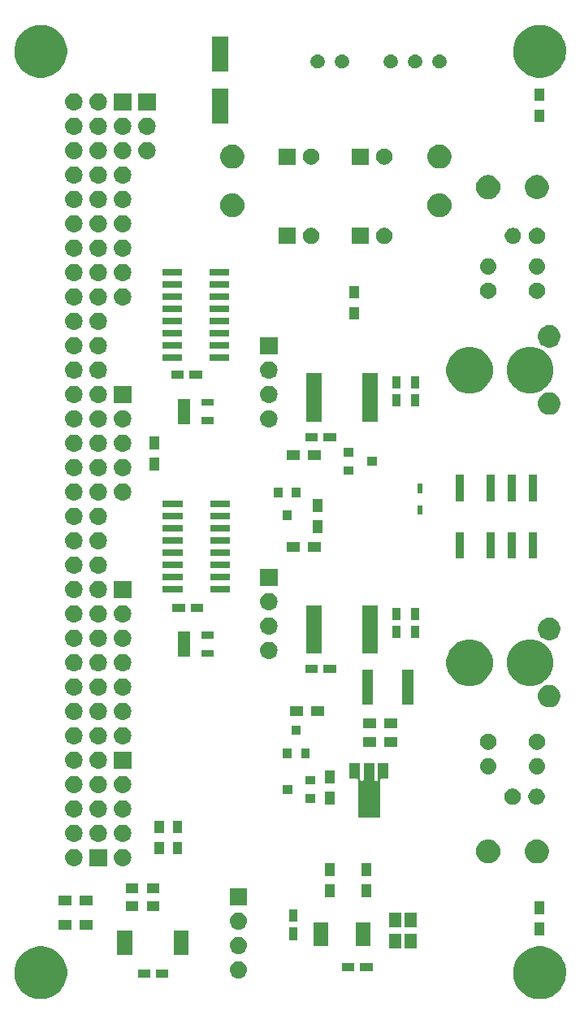
<source format=gts>
G04 #@! TF.GenerationSoftware,KiCad,Pcbnew,(5.1.4)-1*
G04 #@! TF.CreationDate,2020-04-29T01:37:44+09:00*
G04 #@! TF.ProjectId,xSSdAUGHTER-JK,78535364-4155-4474-9854-45522d4a4b2e,rev?*
G04 #@! TF.SameCoordinates,Original*
G04 #@! TF.FileFunction,Soldermask,Top*
G04 #@! TF.FilePolarity,Negative*
%FSLAX46Y46*%
G04 Gerber Fmt 4.6, Leading zero omitted, Abs format (unit mm)*
G04 Created by KiCad (PCBNEW (5.1.4)-1) date 2020-04-29 01:37:44*
%MOMM*%
%LPD*%
G04 APERTURE LIST*
%ADD10C,0.100000*%
G04 APERTURE END LIST*
D10*
G36*
X122736693Y-138841859D02*
G01*
X123002437Y-138894719D01*
X123503087Y-139102095D01*
X123683561Y-139222684D01*
X123953660Y-139403158D01*
X124336842Y-139786340D01*
X124517316Y-140056439D01*
X124637905Y-140236913D01*
X124771363Y-140559109D01*
X124845281Y-140737564D01*
X124951000Y-141269049D01*
X124951000Y-141810951D01*
X124901373Y-142060442D01*
X124845281Y-142342437D01*
X124637905Y-142843087D01*
X124581521Y-142927471D01*
X124336842Y-143293660D01*
X123953660Y-143676842D01*
X123690774Y-143852496D01*
X123503087Y-143977905D01*
X123002437Y-144185281D01*
X122736694Y-144238140D01*
X122470951Y-144291000D01*
X121929049Y-144291000D01*
X121663306Y-144238140D01*
X121397563Y-144185281D01*
X120896913Y-143977905D01*
X120709226Y-143852496D01*
X120446340Y-143676842D01*
X120063158Y-143293660D01*
X119818479Y-142927471D01*
X119762095Y-142843087D01*
X119554719Y-142342437D01*
X119498627Y-142060442D01*
X119449000Y-141810951D01*
X119449000Y-141269049D01*
X119554719Y-140737564D01*
X119628637Y-140559109D01*
X119762095Y-140236913D01*
X119882684Y-140056439D01*
X120063158Y-139786340D01*
X120446340Y-139403158D01*
X120716439Y-139222684D01*
X120896913Y-139102095D01*
X121397563Y-138894719D01*
X121663307Y-138841859D01*
X121929049Y-138789000D01*
X122470951Y-138789000D01*
X122736693Y-138841859D01*
X122736693Y-138841859D01*
G37*
G36*
X70736693Y-138841859D02*
G01*
X71002437Y-138894719D01*
X71503087Y-139102095D01*
X71683561Y-139222684D01*
X71953660Y-139403158D01*
X72336842Y-139786340D01*
X72517316Y-140056439D01*
X72637905Y-140236913D01*
X72771363Y-140559109D01*
X72845281Y-140737564D01*
X72951000Y-141269049D01*
X72951000Y-141810951D01*
X72901373Y-142060442D01*
X72845281Y-142342437D01*
X72637905Y-142843087D01*
X72581521Y-142927471D01*
X72336842Y-143293660D01*
X71953660Y-143676842D01*
X71690774Y-143852496D01*
X71503087Y-143977905D01*
X71002437Y-144185281D01*
X70736694Y-144238140D01*
X70470951Y-144291000D01*
X69929049Y-144291000D01*
X69663306Y-144238140D01*
X69397563Y-144185281D01*
X68896913Y-143977905D01*
X68709226Y-143852496D01*
X68446340Y-143676842D01*
X68063158Y-143293660D01*
X67818479Y-142927471D01*
X67762095Y-142843087D01*
X67554719Y-142342437D01*
X67498627Y-142060442D01*
X67449000Y-141810951D01*
X67449000Y-141269049D01*
X67554719Y-140737564D01*
X67628637Y-140559109D01*
X67762095Y-140236913D01*
X67882684Y-140056439D01*
X68063158Y-139786340D01*
X68446340Y-139403158D01*
X68716439Y-139222684D01*
X68896913Y-139102095D01*
X69397563Y-138894719D01*
X69663307Y-138841859D01*
X69929049Y-138789000D01*
X70470951Y-138789000D01*
X70736693Y-138841859D01*
X70736693Y-138841859D01*
G37*
G36*
X90915442Y-140329518D02*
G01*
X90981627Y-140336037D01*
X91151466Y-140387557D01*
X91307991Y-140471222D01*
X91343729Y-140500552D01*
X91445186Y-140583814D01*
X91528448Y-140685271D01*
X91557778Y-140721009D01*
X91641443Y-140877534D01*
X91692963Y-141047373D01*
X91710359Y-141224000D01*
X91692963Y-141400627D01*
X91641443Y-141570466D01*
X91557778Y-141726991D01*
X91528448Y-141762729D01*
X91445186Y-141864186D01*
X91353206Y-141939671D01*
X91307991Y-141976778D01*
X91151466Y-142060443D01*
X90981627Y-142111963D01*
X90915443Y-142118481D01*
X90849260Y-142125000D01*
X90760740Y-142125000D01*
X90694557Y-142118481D01*
X90628373Y-142111963D01*
X90458534Y-142060443D01*
X90302009Y-141976778D01*
X90256794Y-141939671D01*
X90164814Y-141864186D01*
X90081552Y-141762729D01*
X90052222Y-141726991D01*
X89968557Y-141570466D01*
X89917037Y-141400627D01*
X89899641Y-141224000D01*
X89917037Y-141047373D01*
X89968557Y-140877534D01*
X90052222Y-140721009D01*
X90081552Y-140685271D01*
X90164814Y-140583814D01*
X90266271Y-140500552D01*
X90302009Y-140471222D01*
X90458534Y-140387557D01*
X90628373Y-140336037D01*
X90694558Y-140329518D01*
X90760740Y-140323000D01*
X90849260Y-140323000D01*
X90915442Y-140329518D01*
X90915442Y-140329518D01*
G37*
G36*
X83516000Y-142031000D02*
G01*
X82214000Y-142031000D01*
X82214000Y-141179000D01*
X83516000Y-141179000D01*
X83516000Y-142031000D01*
X83516000Y-142031000D01*
G37*
G36*
X81616000Y-142031000D02*
G01*
X80314000Y-142031000D01*
X80314000Y-141179000D01*
X81616000Y-141179000D01*
X81616000Y-142031000D01*
X81616000Y-142031000D01*
G37*
G36*
X102891000Y-141396000D02*
G01*
X101589000Y-141396000D01*
X101589000Y-140544000D01*
X102891000Y-140544000D01*
X102891000Y-141396000D01*
X102891000Y-141396000D01*
G37*
G36*
X104791000Y-141396000D02*
G01*
X103489000Y-141396000D01*
X103489000Y-140544000D01*
X104791000Y-140544000D01*
X104791000Y-141396000D01*
X104791000Y-141396000D01*
G37*
G36*
X79765500Y-139681000D02*
G01*
X78188500Y-139681000D01*
X78188500Y-137179000D01*
X79765500Y-137179000D01*
X79765500Y-139681000D01*
X79765500Y-139681000D01*
G37*
G36*
X85641500Y-139681000D02*
G01*
X84064500Y-139681000D01*
X84064500Y-137179000D01*
X85641500Y-137179000D01*
X85641500Y-139681000D01*
X85641500Y-139681000D01*
G37*
G36*
X90915443Y-137789519D02*
G01*
X90981627Y-137796037D01*
X91151466Y-137847557D01*
X91307991Y-137931222D01*
X91343729Y-137960552D01*
X91445186Y-138043814D01*
X91512633Y-138126000D01*
X91557778Y-138181009D01*
X91641443Y-138337534D01*
X91692963Y-138507373D01*
X91710359Y-138684000D01*
X91692963Y-138860627D01*
X91641443Y-139030466D01*
X91557778Y-139186991D01*
X91528448Y-139222729D01*
X91445186Y-139324186D01*
X91348957Y-139403158D01*
X91307991Y-139436778D01*
X91151466Y-139520443D01*
X90981627Y-139571963D01*
X90915443Y-139578481D01*
X90849260Y-139585000D01*
X90760740Y-139585000D01*
X90694557Y-139578481D01*
X90628373Y-139571963D01*
X90458534Y-139520443D01*
X90302009Y-139436778D01*
X90261043Y-139403158D01*
X90164814Y-139324186D01*
X90081552Y-139222729D01*
X90052222Y-139186991D01*
X89968557Y-139030466D01*
X89917037Y-138860627D01*
X89899641Y-138684000D01*
X89917037Y-138507373D01*
X89968557Y-138337534D01*
X90052222Y-138181009D01*
X90097367Y-138126000D01*
X90164814Y-138043814D01*
X90266271Y-137960552D01*
X90302009Y-137931222D01*
X90458534Y-137847557D01*
X90628373Y-137796037D01*
X90694557Y-137789519D01*
X90760740Y-137783000D01*
X90849260Y-137783000D01*
X90915443Y-137789519D01*
X90915443Y-137789519D01*
G37*
G36*
X109401000Y-139011000D02*
G01*
X108099000Y-139011000D01*
X108099000Y-137509000D01*
X109401000Y-137509000D01*
X109401000Y-139011000D01*
X109401000Y-139011000D01*
G37*
G36*
X107801000Y-139011000D02*
G01*
X106499000Y-139011000D01*
X106499000Y-137509000D01*
X107801000Y-137509000D01*
X107801000Y-139011000D01*
X107801000Y-139011000D01*
G37*
G36*
X100151000Y-138726000D02*
G01*
X98649000Y-138726000D01*
X98649000Y-136324000D01*
X100151000Y-136324000D01*
X100151000Y-138726000D01*
X100151000Y-138726000D01*
G37*
G36*
X104551000Y-138726000D02*
G01*
X103049000Y-138726000D01*
X103049000Y-136324000D01*
X104551000Y-136324000D01*
X104551000Y-138726000D01*
X104551000Y-138726000D01*
G37*
G36*
X96946000Y-138126000D02*
G01*
X96094000Y-138126000D01*
X96094000Y-136824000D01*
X96946000Y-136824000D01*
X96946000Y-138126000D01*
X96946000Y-138126000D01*
G37*
G36*
X122701000Y-137641000D02*
G01*
X121699000Y-137641000D01*
X121699000Y-136339000D01*
X122701000Y-136339000D01*
X122701000Y-137641000D01*
X122701000Y-137641000D01*
G37*
G36*
X90915443Y-135249519D02*
G01*
X90981627Y-135256037D01*
X91151466Y-135307557D01*
X91307991Y-135391222D01*
X91343729Y-135420552D01*
X91445186Y-135503814D01*
X91528448Y-135605271D01*
X91557778Y-135641009D01*
X91641443Y-135797534D01*
X91692963Y-135967373D01*
X91710359Y-136144000D01*
X91692963Y-136320627D01*
X91641443Y-136490466D01*
X91557778Y-136646991D01*
X91528448Y-136682729D01*
X91445186Y-136784186D01*
X91343729Y-136867448D01*
X91307991Y-136896778D01*
X91151466Y-136980443D01*
X90981627Y-137031963D01*
X90915443Y-137038481D01*
X90849260Y-137045000D01*
X90760740Y-137045000D01*
X90694557Y-137038481D01*
X90628373Y-137031963D01*
X90458534Y-136980443D01*
X90302009Y-136896778D01*
X90266271Y-136867448D01*
X90164814Y-136784186D01*
X90081552Y-136682729D01*
X90052222Y-136646991D01*
X89968557Y-136490466D01*
X89917037Y-136320627D01*
X89899641Y-136144000D01*
X89917037Y-135967373D01*
X89968557Y-135797534D01*
X90052222Y-135641009D01*
X90081552Y-135605271D01*
X90164814Y-135503814D01*
X90266271Y-135420552D01*
X90302009Y-135391222D01*
X90458534Y-135307557D01*
X90628373Y-135256037D01*
X90694557Y-135249519D01*
X90760740Y-135243000D01*
X90849260Y-135243000D01*
X90915443Y-135249519D01*
X90915443Y-135249519D01*
G37*
G36*
X75581000Y-137026000D02*
G01*
X74279000Y-137026000D01*
X74279000Y-136024000D01*
X75581000Y-136024000D01*
X75581000Y-137026000D01*
X75581000Y-137026000D01*
G37*
G36*
X73381000Y-137026000D02*
G01*
X72079000Y-137026000D01*
X72079000Y-136024000D01*
X73381000Y-136024000D01*
X73381000Y-137026000D01*
X73381000Y-137026000D01*
G37*
G36*
X107801000Y-136811000D02*
G01*
X106499000Y-136811000D01*
X106499000Y-135309000D01*
X107801000Y-135309000D01*
X107801000Y-136811000D01*
X107801000Y-136811000D01*
G37*
G36*
X109401000Y-136811000D02*
G01*
X108099000Y-136811000D01*
X108099000Y-135309000D01*
X109401000Y-135309000D01*
X109401000Y-136811000D01*
X109401000Y-136811000D01*
G37*
G36*
X96946000Y-136226000D02*
G01*
X96094000Y-136226000D01*
X96094000Y-134924000D01*
X96946000Y-134924000D01*
X96946000Y-136226000D01*
X96946000Y-136226000D01*
G37*
G36*
X122701000Y-135441000D02*
G01*
X121699000Y-135441000D01*
X121699000Y-134139000D01*
X122701000Y-134139000D01*
X122701000Y-135441000D01*
X122701000Y-135441000D01*
G37*
G36*
X82566000Y-135121000D02*
G01*
X81264000Y-135121000D01*
X81264000Y-134119000D01*
X82566000Y-134119000D01*
X82566000Y-135121000D01*
X82566000Y-135121000D01*
G37*
G36*
X80366000Y-135121000D02*
G01*
X79064000Y-135121000D01*
X79064000Y-134119000D01*
X80366000Y-134119000D01*
X80366000Y-135121000D01*
X80366000Y-135121000D01*
G37*
G36*
X91706000Y-134505000D02*
G01*
X89904000Y-134505000D01*
X89904000Y-132703000D01*
X91706000Y-132703000D01*
X91706000Y-134505000D01*
X91706000Y-134505000D01*
G37*
G36*
X75581000Y-134486000D02*
G01*
X74279000Y-134486000D01*
X74279000Y-133484000D01*
X75581000Y-133484000D01*
X75581000Y-134486000D01*
X75581000Y-134486000D01*
G37*
G36*
X73381000Y-134486000D02*
G01*
X72079000Y-134486000D01*
X72079000Y-133484000D01*
X73381000Y-133484000D01*
X73381000Y-134486000D01*
X73381000Y-134486000D01*
G37*
G36*
X104641000Y-133661000D02*
G01*
X103639000Y-133661000D01*
X103639000Y-132359000D01*
X104641000Y-132359000D01*
X104641000Y-133661000D01*
X104641000Y-133661000D01*
G37*
G36*
X100831000Y-133661000D02*
G01*
X99829000Y-133661000D01*
X99829000Y-132359000D01*
X100831000Y-132359000D01*
X100831000Y-133661000D01*
X100831000Y-133661000D01*
G37*
G36*
X82566000Y-133216000D02*
G01*
X81264000Y-133216000D01*
X81264000Y-132214000D01*
X82566000Y-132214000D01*
X82566000Y-133216000D01*
X82566000Y-133216000D01*
G37*
G36*
X80366000Y-133216000D02*
G01*
X79064000Y-133216000D01*
X79064000Y-132214000D01*
X80366000Y-132214000D01*
X80366000Y-133216000D01*
X80366000Y-133216000D01*
G37*
G36*
X104641000Y-131461000D02*
G01*
X103639000Y-131461000D01*
X103639000Y-130159000D01*
X104641000Y-130159000D01*
X104641000Y-131461000D01*
X104641000Y-131461000D01*
G37*
G36*
X100831000Y-131461000D02*
G01*
X99829000Y-131461000D01*
X99829000Y-130159000D01*
X100831000Y-130159000D01*
X100831000Y-131461000D01*
X100831000Y-131461000D01*
G37*
G36*
X77101000Y-130441000D02*
G01*
X75299000Y-130441000D01*
X75299000Y-128639000D01*
X77101000Y-128639000D01*
X77101000Y-130441000D01*
X77101000Y-130441000D01*
G37*
G36*
X73770443Y-128645519D02*
G01*
X73836627Y-128652037D01*
X74006466Y-128703557D01*
X74162991Y-128787222D01*
X74198729Y-128816552D01*
X74300186Y-128899814D01*
X74383448Y-129001271D01*
X74412778Y-129037009D01*
X74496443Y-129193534D01*
X74547963Y-129363373D01*
X74565359Y-129540000D01*
X74547963Y-129716627D01*
X74496443Y-129886466D01*
X74412778Y-130042991D01*
X74393596Y-130066364D01*
X74300186Y-130180186D01*
X74198729Y-130263448D01*
X74162991Y-130292778D01*
X74006466Y-130376443D01*
X73836627Y-130427963D01*
X73770443Y-130434481D01*
X73704260Y-130441000D01*
X73615740Y-130441000D01*
X73549557Y-130434481D01*
X73483373Y-130427963D01*
X73313534Y-130376443D01*
X73157009Y-130292778D01*
X73121271Y-130263448D01*
X73019814Y-130180186D01*
X72926404Y-130066364D01*
X72907222Y-130042991D01*
X72823557Y-129886466D01*
X72772037Y-129716627D01*
X72754641Y-129540000D01*
X72772037Y-129363373D01*
X72823557Y-129193534D01*
X72907222Y-129037009D01*
X72936552Y-129001271D01*
X73019814Y-128899814D01*
X73121271Y-128816552D01*
X73157009Y-128787222D01*
X73313534Y-128703557D01*
X73483373Y-128652037D01*
X73549557Y-128645519D01*
X73615740Y-128639000D01*
X73704260Y-128639000D01*
X73770443Y-128645519D01*
X73770443Y-128645519D01*
G37*
G36*
X78850443Y-128645519D02*
G01*
X78916627Y-128652037D01*
X79086466Y-128703557D01*
X79242991Y-128787222D01*
X79278729Y-128816552D01*
X79380186Y-128899814D01*
X79463448Y-129001271D01*
X79492778Y-129037009D01*
X79576443Y-129193534D01*
X79627963Y-129363373D01*
X79645359Y-129540000D01*
X79627963Y-129716627D01*
X79576443Y-129886466D01*
X79492778Y-130042991D01*
X79473596Y-130066364D01*
X79380186Y-130180186D01*
X79278729Y-130263448D01*
X79242991Y-130292778D01*
X79086466Y-130376443D01*
X78916627Y-130427963D01*
X78850443Y-130434481D01*
X78784260Y-130441000D01*
X78695740Y-130441000D01*
X78629557Y-130434481D01*
X78563373Y-130427963D01*
X78393534Y-130376443D01*
X78237009Y-130292778D01*
X78201271Y-130263448D01*
X78099814Y-130180186D01*
X78006404Y-130066364D01*
X77987222Y-130042991D01*
X77903557Y-129886466D01*
X77852037Y-129716627D01*
X77834641Y-129540000D01*
X77852037Y-129363373D01*
X77903557Y-129193534D01*
X77987222Y-129037009D01*
X78016552Y-129001271D01*
X78099814Y-128899814D01*
X78201271Y-128816552D01*
X78237009Y-128787222D01*
X78393534Y-128703557D01*
X78563373Y-128652037D01*
X78629557Y-128645519D01*
X78695740Y-128639000D01*
X78784260Y-128639000D01*
X78850443Y-128645519D01*
X78850443Y-128645519D01*
G37*
G36*
X122284903Y-127702075D02*
G01*
X122385236Y-127743634D01*
X122512571Y-127796378D01*
X122717466Y-127933285D01*
X122891715Y-128107534D01*
X122957922Y-128206620D01*
X123028623Y-128312431D01*
X123122925Y-128540097D01*
X123171000Y-128781786D01*
X123171000Y-129028214D01*
X123169250Y-129037011D01*
X123122925Y-129269903D01*
X123028622Y-129497571D01*
X122891715Y-129702466D01*
X122717466Y-129876715D01*
X122512571Y-130013622D01*
X122512570Y-130013623D01*
X122512569Y-130013623D01*
X122284903Y-130107925D01*
X122043214Y-130156000D01*
X121796786Y-130156000D01*
X121555097Y-130107925D01*
X121327431Y-130013623D01*
X121327430Y-130013623D01*
X121327429Y-130013622D01*
X121122534Y-129876715D01*
X120948285Y-129702466D01*
X120811378Y-129497571D01*
X120717075Y-129269903D01*
X120670750Y-129037011D01*
X120669000Y-129028214D01*
X120669000Y-128781786D01*
X120717075Y-128540097D01*
X120811377Y-128312431D01*
X120882078Y-128206620D01*
X120948285Y-128107534D01*
X121122534Y-127933285D01*
X121327429Y-127796378D01*
X121454765Y-127743634D01*
X121555097Y-127702075D01*
X121796786Y-127654000D01*
X122043214Y-127654000D01*
X122284903Y-127702075D01*
X122284903Y-127702075D01*
G37*
G36*
X117085239Y-127672101D02*
G01*
X117321053Y-127743634D01*
X117538381Y-127859799D01*
X117728871Y-128016129D01*
X117885201Y-128206619D01*
X118001366Y-128423947D01*
X118072899Y-128659761D01*
X118097053Y-128905000D01*
X118072899Y-129150239D01*
X118001366Y-129386053D01*
X117885201Y-129603381D01*
X117728871Y-129793871D01*
X117538381Y-129950201D01*
X117321053Y-130066366D01*
X117085239Y-130137899D01*
X116901457Y-130156000D01*
X116778543Y-130156000D01*
X116594761Y-130137899D01*
X116358947Y-130066366D01*
X116141619Y-129950201D01*
X115951129Y-129793871D01*
X115794799Y-129603381D01*
X115678634Y-129386053D01*
X115607101Y-129150239D01*
X115582947Y-128905000D01*
X115607101Y-128659761D01*
X115678634Y-128423947D01*
X115794799Y-128206619D01*
X115951129Y-128016129D01*
X116141619Y-127859799D01*
X116358947Y-127743634D01*
X116594761Y-127672101D01*
X116778543Y-127654000D01*
X116901457Y-127654000D01*
X117085239Y-127672101D01*
X117085239Y-127672101D01*
G37*
G36*
X84956000Y-129216000D02*
G01*
X83954000Y-129216000D01*
X83954000Y-127914000D01*
X84956000Y-127914000D01*
X84956000Y-129216000D01*
X84956000Y-129216000D01*
G37*
G36*
X83051000Y-129216000D02*
G01*
X82049000Y-129216000D01*
X82049000Y-127914000D01*
X83051000Y-127914000D01*
X83051000Y-129216000D01*
X83051000Y-129216000D01*
G37*
G36*
X78850443Y-126105519D02*
G01*
X78916627Y-126112037D01*
X79086466Y-126163557D01*
X79242991Y-126247222D01*
X79278729Y-126276552D01*
X79380186Y-126359814D01*
X79463448Y-126461271D01*
X79492778Y-126497009D01*
X79576443Y-126653534D01*
X79627963Y-126823373D01*
X79645359Y-127000000D01*
X79627963Y-127176627D01*
X79576443Y-127346466D01*
X79492778Y-127502991D01*
X79463448Y-127538729D01*
X79380186Y-127640186D01*
X79278729Y-127723448D01*
X79242991Y-127752778D01*
X79086466Y-127836443D01*
X78916627Y-127887963D01*
X78850442Y-127894482D01*
X78784260Y-127901000D01*
X78695740Y-127901000D01*
X78629558Y-127894482D01*
X78563373Y-127887963D01*
X78393534Y-127836443D01*
X78237009Y-127752778D01*
X78201271Y-127723448D01*
X78099814Y-127640186D01*
X78016552Y-127538729D01*
X77987222Y-127502991D01*
X77903557Y-127346466D01*
X77852037Y-127176627D01*
X77834641Y-127000000D01*
X77852037Y-126823373D01*
X77903557Y-126653534D01*
X77987222Y-126497009D01*
X78016552Y-126461271D01*
X78099814Y-126359814D01*
X78201271Y-126276552D01*
X78237009Y-126247222D01*
X78393534Y-126163557D01*
X78563373Y-126112037D01*
X78629557Y-126105519D01*
X78695740Y-126099000D01*
X78784260Y-126099000D01*
X78850443Y-126105519D01*
X78850443Y-126105519D01*
G37*
G36*
X76310443Y-126105519D02*
G01*
X76376627Y-126112037D01*
X76546466Y-126163557D01*
X76702991Y-126247222D01*
X76738729Y-126276552D01*
X76840186Y-126359814D01*
X76923448Y-126461271D01*
X76952778Y-126497009D01*
X77036443Y-126653534D01*
X77087963Y-126823373D01*
X77105359Y-127000000D01*
X77087963Y-127176627D01*
X77036443Y-127346466D01*
X76952778Y-127502991D01*
X76923448Y-127538729D01*
X76840186Y-127640186D01*
X76738729Y-127723448D01*
X76702991Y-127752778D01*
X76546466Y-127836443D01*
X76376627Y-127887963D01*
X76310442Y-127894482D01*
X76244260Y-127901000D01*
X76155740Y-127901000D01*
X76089558Y-127894482D01*
X76023373Y-127887963D01*
X75853534Y-127836443D01*
X75697009Y-127752778D01*
X75661271Y-127723448D01*
X75559814Y-127640186D01*
X75476552Y-127538729D01*
X75447222Y-127502991D01*
X75363557Y-127346466D01*
X75312037Y-127176627D01*
X75294641Y-127000000D01*
X75312037Y-126823373D01*
X75363557Y-126653534D01*
X75447222Y-126497009D01*
X75476552Y-126461271D01*
X75559814Y-126359814D01*
X75661271Y-126276552D01*
X75697009Y-126247222D01*
X75853534Y-126163557D01*
X76023373Y-126112037D01*
X76089557Y-126105519D01*
X76155740Y-126099000D01*
X76244260Y-126099000D01*
X76310443Y-126105519D01*
X76310443Y-126105519D01*
G37*
G36*
X73770443Y-126105519D02*
G01*
X73836627Y-126112037D01*
X74006466Y-126163557D01*
X74162991Y-126247222D01*
X74198729Y-126276552D01*
X74300186Y-126359814D01*
X74383448Y-126461271D01*
X74412778Y-126497009D01*
X74496443Y-126653534D01*
X74547963Y-126823373D01*
X74565359Y-127000000D01*
X74547963Y-127176627D01*
X74496443Y-127346466D01*
X74412778Y-127502991D01*
X74383448Y-127538729D01*
X74300186Y-127640186D01*
X74198729Y-127723448D01*
X74162991Y-127752778D01*
X74006466Y-127836443D01*
X73836627Y-127887963D01*
X73770442Y-127894482D01*
X73704260Y-127901000D01*
X73615740Y-127901000D01*
X73549558Y-127894482D01*
X73483373Y-127887963D01*
X73313534Y-127836443D01*
X73157009Y-127752778D01*
X73121271Y-127723448D01*
X73019814Y-127640186D01*
X72936552Y-127538729D01*
X72907222Y-127502991D01*
X72823557Y-127346466D01*
X72772037Y-127176627D01*
X72754641Y-127000000D01*
X72772037Y-126823373D01*
X72823557Y-126653534D01*
X72907222Y-126497009D01*
X72936552Y-126461271D01*
X73019814Y-126359814D01*
X73121271Y-126276552D01*
X73157009Y-126247222D01*
X73313534Y-126163557D01*
X73483373Y-126112037D01*
X73549557Y-126105519D01*
X73615740Y-126099000D01*
X73704260Y-126099000D01*
X73770443Y-126105519D01*
X73770443Y-126105519D01*
G37*
G36*
X84956000Y-127016000D02*
G01*
X83954000Y-127016000D01*
X83954000Y-125714000D01*
X84956000Y-125714000D01*
X84956000Y-127016000D01*
X84956000Y-127016000D01*
G37*
G36*
X83051000Y-127016000D02*
G01*
X82049000Y-127016000D01*
X82049000Y-125714000D01*
X83051000Y-125714000D01*
X83051000Y-127016000D01*
X83051000Y-127016000D01*
G37*
G36*
X73770442Y-123565518D02*
G01*
X73836627Y-123572037D01*
X74006466Y-123623557D01*
X74162991Y-123707222D01*
X74193768Y-123732480D01*
X74300186Y-123819814D01*
X74383448Y-123921271D01*
X74412778Y-123957009D01*
X74496443Y-124113534D01*
X74547963Y-124283373D01*
X74565359Y-124460000D01*
X74547963Y-124636627D01*
X74496443Y-124806466D01*
X74412778Y-124962991D01*
X74383448Y-124998729D01*
X74300186Y-125100186D01*
X74198729Y-125183448D01*
X74162991Y-125212778D01*
X74006466Y-125296443D01*
X73836627Y-125347963D01*
X73770442Y-125354482D01*
X73704260Y-125361000D01*
X73615740Y-125361000D01*
X73549558Y-125354482D01*
X73483373Y-125347963D01*
X73313534Y-125296443D01*
X73157009Y-125212778D01*
X73121271Y-125183448D01*
X73019814Y-125100186D01*
X72936552Y-124998729D01*
X72907222Y-124962991D01*
X72823557Y-124806466D01*
X72772037Y-124636627D01*
X72754641Y-124460000D01*
X72772037Y-124283373D01*
X72823557Y-124113534D01*
X72907222Y-123957009D01*
X72936552Y-123921271D01*
X73019814Y-123819814D01*
X73126232Y-123732480D01*
X73157009Y-123707222D01*
X73313534Y-123623557D01*
X73483373Y-123572037D01*
X73549558Y-123565518D01*
X73615740Y-123559000D01*
X73704260Y-123559000D01*
X73770442Y-123565518D01*
X73770442Y-123565518D01*
G37*
G36*
X78850442Y-123565518D02*
G01*
X78916627Y-123572037D01*
X79086466Y-123623557D01*
X79242991Y-123707222D01*
X79273768Y-123732480D01*
X79380186Y-123819814D01*
X79463448Y-123921271D01*
X79492778Y-123957009D01*
X79576443Y-124113534D01*
X79627963Y-124283373D01*
X79645359Y-124460000D01*
X79627963Y-124636627D01*
X79576443Y-124806466D01*
X79492778Y-124962991D01*
X79463448Y-124998729D01*
X79380186Y-125100186D01*
X79278729Y-125183448D01*
X79242991Y-125212778D01*
X79086466Y-125296443D01*
X78916627Y-125347963D01*
X78850442Y-125354482D01*
X78784260Y-125361000D01*
X78695740Y-125361000D01*
X78629558Y-125354482D01*
X78563373Y-125347963D01*
X78393534Y-125296443D01*
X78237009Y-125212778D01*
X78201271Y-125183448D01*
X78099814Y-125100186D01*
X78016552Y-124998729D01*
X77987222Y-124962991D01*
X77903557Y-124806466D01*
X77852037Y-124636627D01*
X77834641Y-124460000D01*
X77852037Y-124283373D01*
X77903557Y-124113534D01*
X77987222Y-123957009D01*
X78016552Y-123921271D01*
X78099814Y-123819814D01*
X78206232Y-123732480D01*
X78237009Y-123707222D01*
X78393534Y-123623557D01*
X78563373Y-123572037D01*
X78629558Y-123565518D01*
X78695740Y-123559000D01*
X78784260Y-123559000D01*
X78850442Y-123565518D01*
X78850442Y-123565518D01*
G37*
G36*
X76310442Y-123565518D02*
G01*
X76376627Y-123572037D01*
X76546466Y-123623557D01*
X76702991Y-123707222D01*
X76733768Y-123732480D01*
X76840186Y-123819814D01*
X76923448Y-123921271D01*
X76952778Y-123957009D01*
X77036443Y-124113534D01*
X77087963Y-124283373D01*
X77105359Y-124460000D01*
X77087963Y-124636627D01*
X77036443Y-124806466D01*
X76952778Y-124962991D01*
X76923448Y-124998729D01*
X76840186Y-125100186D01*
X76738729Y-125183448D01*
X76702991Y-125212778D01*
X76546466Y-125296443D01*
X76376627Y-125347963D01*
X76310442Y-125354482D01*
X76244260Y-125361000D01*
X76155740Y-125361000D01*
X76089558Y-125354482D01*
X76023373Y-125347963D01*
X75853534Y-125296443D01*
X75697009Y-125212778D01*
X75661271Y-125183448D01*
X75559814Y-125100186D01*
X75476552Y-124998729D01*
X75447222Y-124962991D01*
X75363557Y-124806466D01*
X75312037Y-124636627D01*
X75294641Y-124460000D01*
X75312037Y-124283373D01*
X75363557Y-124113534D01*
X75447222Y-123957009D01*
X75476552Y-123921271D01*
X75559814Y-123819814D01*
X75666232Y-123732480D01*
X75697009Y-123707222D01*
X75853534Y-123623557D01*
X76023373Y-123572037D01*
X76089558Y-123565518D01*
X76155740Y-123559000D01*
X76244260Y-123559000D01*
X76310442Y-123565518D01*
X76310442Y-123565518D01*
G37*
G36*
X103469000Y-121418001D02*
G01*
X103471402Y-121442387D01*
X103478515Y-121465836D01*
X103490066Y-121487447D01*
X103505611Y-121506389D01*
X103524553Y-121521934D01*
X103546164Y-121533485D01*
X103569613Y-121540598D01*
X103593999Y-121543000D01*
X103742001Y-121543000D01*
X103766387Y-121540598D01*
X103789836Y-121533485D01*
X103811447Y-121521934D01*
X103830389Y-121506389D01*
X103845934Y-121487447D01*
X103857485Y-121465836D01*
X103864598Y-121442387D01*
X103867000Y-121418001D01*
X103867000Y-119743000D01*
X104969000Y-119743000D01*
X104969000Y-121418001D01*
X104971402Y-121442387D01*
X104978515Y-121465836D01*
X104990066Y-121487447D01*
X105005611Y-121506389D01*
X105024553Y-121521934D01*
X105046164Y-121533485D01*
X105069613Y-121540598D01*
X105093999Y-121543000D01*
X105242001Y-121543000D01*
X105266387Y-121540598D01*
X105289836Y-121533485D01*
X105311447Y-121521934D01*
X105330389Y-121506389D01*
X105345934Y-121487447D01*
X105357485Y-121465836D01*
X105364598Y-121442387D01*
X105367000Y-121418001D01*
X105367000Y-119743000D01*
X106469000Y-119743000D01*
X106469000Y-121345000D01*
X105693999Y-121345000D01*
X105669613Y-121347402D01*
X105646164Y-121354515D01*
X105624553Y-121366066D01*
X105605611Y-121381611D01*
X105590066Y-121400553D01*
X105578515Y-121422164D01*
X105571402Y-121445613D01*
X105569000Y-121469999D01*
X105569000Y-125345000D01*
X103267000Y-125345000D01*
X103267000Y-121469999D01*
X103264598Y-121445613D01*
X103257485Y-121422164D01*
X103245934Y-121400553D01*
X103230389Y-121381611D01*
X103211447Y-121366066D01*
X103189836Y-121354515D01*
X103166387Y-121347402D01*
X103142001Y-121345000D01*
X102367000Y-121345000D01*
X102367000Y-119743000D01*
X103469000Y-119743000D01*
X103469000Y-121418001D01*
X103469000Y-121418001D01*
G37*
G36*
X119628228Y-122371703D02*
G01*
X119783100Y-122435853D01*
X119922481Y-122528985D01*
X120041015Y-122647519D01*
X120134147Y-122786900D01*
X120198297Y-122941772D01*
X120231000Y-123106184D01*
X120231000Y-123273816D01*
X120198297Y-123438228D01*
X120134147Y-123593100D01*
X120041015Y-123732481D01*
X119922481Y-123851015D01*
X119783100Y-123944147D01*
X119628228Y-124008297D01*
X119463816Y-124041000D01*
X119296184Y-124041000D01*
X119131772Y-124008297D01*
X118976900Y-123944147D01*
X118837519Y-123851015D01*
X118718985Y-123732481D01*
X118625853Y-123593100D01*
X118561703Y-123438228D01*
X118529000Y-123273816D01*
X118529000Y-123106184D01*
X118561703Y-122941772D01*
X118625853Y-122786900D01*
X118718985Y-122647519D01*
X118837519Y-122528985D01*
X118976900Y-122435853D01*
X119131772Y-122371703D01*
X119296184Y-122339000D01*
X119463816Y-122339000D01*
X119628228Y-122371703D01*
X119628228Y-122371703D01*
G37*
G36*
X122128228Y-122371703D02*
G01*
X122283100Y-122435853D01*
X122422481Y-122528985D01*
X122541015Y-122647519D01*
X122634147Y-122786900D01*
X122698297Y-122941772D01*
X122731000Y-123106184D01*
X122731000Y-123273816D01*
X122698297Y-123438228D01*
X122634147Y-123593100D01*
X122541015Y-123732481D01*
X122422481Y-123851015D01*
X122283100Y-123944147D01*
X122128228Y-124008297D01*
X121963816Y-124041000D01*
X121796184Y-124041000D01*
X121631772Y-124008297D01*
X121476900Y-123944147D01*
X121337519Y-123851015D01*
X121218985Y-123732481D01*
X121125853Y-123593100D01*
X121061703Y-123438228D01*
X121029000Y-123273816D01*
X121029000Y-123106184D01*
X121061703Y-122941772D01*
X121125853Y-122786900D01*
X121218985Y-122647519D01*
X121337519Y-122528985D01*
X121476900Y-122435853D01*
X121631772Y-122371703D01*
X121796184Y-122339000D01*
X121963816Y-122339000D01*
X122128228Y-122371703D01*
X122128228Y-122371703D01*
G37*
G36*
X100831000Y-124009000D02*
G01*
X99829000Y-124009000D01*
X99829000Y-122707000D01*
X100831000Y-122707000D01*
X100831000Y-124009000D01*
X100831000Y-124009000D01*
G37*
G36*
X98799000Y-123829000D02*
G01*
X97797000Y-123829000D01*
X97797000Y-122927000D01*
X98799000Y-122927000D01*
X98799000Y-123829000D01*
X98799000Y-123829000D01*
G37*
G36*
X96399000Y-122879000D02*
G01*
X95397000Y-122879000D01*
X95397000Y-121977000D01*
X96399000Y-121977000D01*
X96399000Y-122879000D01*
X96399000Y-122879000D01*
G37*
G36*
X73770442Y-121025518D02*
G01*
X73836627Y-121032037D01*
X74006466Y-121083557D01*
X74162991Y-121167222D01*
X74198729Y-121196552D01*
X74300186Y-121279814D01*
X74370970Y-121366066D01*
X74412778Y-121417009D01*
X74496443Y-121573534D01*
X74547963Y-121743373D01*
X74565359Y-121920000D01*
X74547963Y-122096627D01*
X74496443Y-122266466D01*
X74412778Y-122422991D01*
X74402223Y-122435852D01*
X74300186Y-122560186D01*
X74198729Y-122643448D01*
X74162991Y-122672778D01*
X74006466Y-122756443D01*
X73836627Y-122807963D01*
X73770443Y-122814481D01*
X73704260Y-122821000D01*
X73615740Y-122821000D01*
X73549557Y-122814481D01*
X73483373Y-122807963D01*
X73313534Y-122756443D01*
X73157009Y-122672778D01*
X73121271Y-122643448D01*
X73019814Y-122560186D01*
X72917777Y-122435852D01*
X72907222Y-122422991D01*
X72823557Y-122266466D01*
X72772037Y-122096627D01*
X72754641Y-121920000D01*
X72772037Y-121743373D01*
X72823557Y-121573534D01*
X72907222Y-121417009D01*
X72949030Y-121366066D01*
X73019814Y-121279814D01*
X73121271Y-121196552D01*
X73157009Y-121167222D01*
X73313534Y-121083557D01*
X73483373Y-121032037D01*
X73549558Y-121025518D01*
X73615740Y-121019000D01*
X73704260Y-121019000D01*
X73770442Y-121025518D01*
X73770442Y-121025518D01*
G37*
G36*
X78850442Y-121025518D02*
G01*
X78916627Y-121032037D01*
X79086466Y-121083557D01*
X79242991Y-121167222D01*
X79278729Y-121196552D01*
X79380186Y-121279814D01*
X79450970Y-121366066D01*
X79492778Y-121417009D01*
X79576443Y-121573534D01*
X79627963Y-121743373D01*
X79645359Y-121920000D01*
X79627963Y-122096627D01*
X79576443Y-122266466D01*
X79492778Y-122422991D01*
X79482223Y-122435852D01*
X79380186Y-122560186D01*
X79278729Y-122643448D01*
X79242991Y-122672778D01*
X79086466Y-122756443D01*
X78916627Y-122807963D01*
X78850443Y-122814481D01*
X78784260Y-122821000D01*
X78695740Y-122821000D01*
X78629557Y-122814481D01*
X78563373Y-122807963D01*
X78393534Y-122756443D01*
X78237009Y-122672778D01*
X78201271Y-122643448D01*
X78099814Y-122560186D01*
X77997777Y-122435852D01*
X77987222Y-122422991D01*
X77903557Y-122266466D01*
X77852037Y-122096627D01*
X77834641Y-121920000D01*
X77852037Y-121743373D01*
X77903557Y-121573534D01*
X77987222Y-121417009D01*
X78029030Y-121366066D01*
X78099814Y-121279814D01*
X78201271Y-121196552D01*
X78237009Y-121167222D01*
X78393534Y-121083557D01*
X78563373Y-121032037D01*
X78629558Y-121025518D01*
X78695740Y-121019000D01*
X78784260Y-121019000D01*
X78850442Y-121025518D01*
X78850442Y-121025518D01*
G37*
G36*
X76310442Y-121025518D02*
G01*
X76376627Y-121032037D01*
X76546466Y-121083557D01*
X76702991Y-121167222D01*
X76738729Y-121196552D01*
X76840186Y-121279814D01*
X76910970Y-121366066D01*
X76952778Y-121417009D01*
X77036443Y-121573534D01*
X77087963Y-121743373D01*
X77105359Y-121920000D01*
X77087963Y-122096627D01*
X77036443Y-122266466D01*
X76952778Y-122422991D01*
X76942223Y-122435852D01*
X76840186Y-122560186D01*
X76738729Y-122643448D01*
X76702991Y-122672778D01*
X76546466Y-122756443D01*
X76376627Y-122807963D01*
X76310443Y-122814481D01*
X76244260Y-122821000D01*
X76155740Y-122821000D01*
X76089557Y-122814481D01*
X76023373Y-122807963D01*
X75853534Y-122756443D01*
X75697009Y-122672778D01*
X75661271Y-122643448D01*
X75559814Y-122560186D01*
X75457777Y-122435852D01*
X75447222Y-122422991D01*
X75363557Y-122266466D01*
X75312037Y-122096627D01*
X75294641Y-121920000D01*
X75312037Y-121743373D01*
X75363557Y-121573534D01*
X75447222Y-121417009D01*
X75489030Y-121366066D01*
X75559814Y-121279814D01*
X75661271Y-121196552D01*
X75697009Y-121167222D01*
X75853534Y-121083557D01*
X76023373Y-121032037D01*
X76089558Y-121025518D01*
X76155740Y-121019000D01*
X76244260Y-121019000D01*
X76310442Y-121025518D01*
X76310442Y-121025518D01*
G37*
G36*
X98799000Y-121929000D02*
G01*
X97797000Y-121929000D01*
X97797000Y-121027000D01*
X98799000Y-121027000D01*
X98799000Y-121929000D01*
X98799000Y-121929000D01*
G37*
G36*
X100831000Y-121809000D02*
G01*
X99829000Y-121809000D01*
X99829000Y-120507000D01*
X100831000Y-120507000D01*
X100831000Y-121809000D01*
X100831000Y-121809000D01*
G37*
G36*
X117006823Y-119176313D02*
G01*
X117167242Y-119224976D01*
X117299906Y-119295886D01*
X117315078Y-119303996D01*
X117444659Y-119410341D01*
X117551004Y-119539922D01*
X117551005Y-119539924D01*
X117630024Y-119687758D01*
X117678687Y-119848177D01*
X117695117Y-120015000D01*
X117678687Y-120181823D01*
X117630024Y-120342242D01*
X117559114Y-120474906D01*
X117551004Y-120490078D01*
X117444659Y-120619659D01*
X117315078Y-120726004D01*
X117315076Y-120726005D01*
X117167242Y-120805024D01*
X117006823Y-120853687D01*
X116881804Y-120866000D01*
X116798196Y-120866000D01*
X116673177Y-120853687D01*
X116512758Y-120805024D01*
X116364924Y-120726005D01*
X116364922Y-120726004D01*
X116235341Y-120619659D01*
X116128996Y-120490078D01*
X116120886Y-120474906D01*
X116049976Y-120342242D01*
X116001313Y-120181823D01*
X115984883Y-120015000D01*
X116001313Y-119848177D01*
X116049976Y-119687758D01*
X116128995Y-119539924D01*
X116128996Y-119539922D01*
X116235341Y-119410341D01*
X116364922Y-119303996D01*
X116380094Y-119295886D01*
X116512758Y-119224976D01*
X116673177Y-119176313D01*
X116798196Y-119164000D01*
X116881804Y-119164000D01*
X117006823Y-119176313D01*
X117006823Y-119176313D01*
G37*
G36*
X122086823Y-119176313D02*
G01*
X122247242Y-119224976D01*
X122379906Y-119295886D01*
X122395078Y-119303996D01*
X122524659Y-119410341D01*
X122631004Y-119539922D01*
X122631005Y-119539924D01*
X122710024Y-119687758D01*
X122758687Y-119848177D01*
X122775117Y-120015000D01*
X122758687Y-120181823D01*
X122710024Y-120342242D01*
X122639114Y-120474906D01*
X122631004Y-120490078D01*
X122524659Y-120619659D01*
X122395078Y-120726004D01*
X122395076Y-120726005D01*
X122247242Y-120805024D01*
X122086823Y-120853687D01*
X121961804Y-120866000D01*
X121878196Y-120866000D01*
X121753177Y-120853687D01*
X121592758Y-120805024D01*
X121444924Y-120726005D01*
X121444922Y-120726004D01*
X121315341Y-120619659D01*
X121208996Y-120490078D01*
X121200886Y-120474906D01*
X121129976Y-120342242D01*
X121081313Y-120181823D01*
X121064883Y-120015000D01*
X121081313Y-119848177D01*
X121129976Y-119687758D01*
X121208995Y-119539924D01*
X121208996Y-119539922D01*
X121315341Y-119410341D01*
X121444922Y-119303996D01*
X121460094Y-119295886D01*
X121592758Y-119224976D01*
X121753177Y-119176313D01*
X121878196Y-119164000D01*
X121961804Y-119164000D01*
X122086823Y-119176313D01*
X122086823Y-119176313D01*
G37*
G36*
X79641000Y-120281000D02*
G01*
X77839000Y-120281000D01*
X77839000Y-118479000D01*
X79641000Y-118479000D01*
X79641000Y-120281000D01*
X79641000Y-120281000D01*
G37*
G36*
X76310442Y-118485518D02*
G01*
X76376627Y-118492037D01*
X76546466Y-118543557D01*
X76702991Y-118627222D01*
X76738729Y-118656552D01*
X76840186Y-118739814D01*
X76923448Y-118841271D01*
X76952778Y-118877009D01*
X77036443Y-119033534D01*
X77087963Y-119203373D01*
X77105359Y-119380000D01*
X77087963Y-119556627D01*
X77036443Y-119726466D01*
X76952778Y-119882991D01*
X76923448Y-119918729D01*
X76840186Y-120020186D01*
X76738729Y-120103448D01*
X76702991Y-120132778D01*
X76546466Y-120216443D01*
X76376627Y-120267963D01*
X76310442Y-120274482D01*
X76244260Y-120281000D01*
X76155740Y-120281000D01*
X76089558Y-120274482D01*
X76023373Y-120267963D01*
X75853534Y-120216443D01*
X75697009Y-120132778D01*
X75661271Y-120103448D01*
X75559814Y-120020186D01*
X75476552Y-119918729D01*
X75447222Y-119882991D01*
X75363557Y-119726466D01*
X75312037Y-119556627D01*
X75294641Y-119380000D01*
X75312037Y-119203373D01*
X75363557Y-119033534D01*
X75447222Y-118877009D01*
X75476552Y-118841271D01*
X75559814Y-118739814D01*
X75661271Y-118656552D01*
X75697009Y-118627222D01*
X75853534Y-118543557D01*
X76023373Y-118492037D01*
X76089558Y-118485518D01*
X76155740Y-118479000D01*
X76244260Y-118479000D01*
X76310442Y-118485518D01*
X76310442Y-118485518D01*
G37*
G36*
X73770442Y-118485518D02*
G01*
X73836627Y-118492037D01*
X74006466Y-118543557D01*
X74162991Y-118627222D01*
X74198729Y-118656552D01*
X74300186Y-118739814D01*
X74383448Y-118841271D01*
X74412778Y-118877009D01*
X74496443Y-119033534D01*
X74547963Y-119203373D01*
X74565359Y-119380000D01*
X74547963Y-119556627D01*
X74496443Y-119726466D01*
X74412778Y-119882991D01*
X74383448Y-119918729D01*
X74300186Y-120020186D01*
X74198729Y-120103448D01*
X74162991Y-120132778D01*
X74006466Y-120216443D01*
X73836627Y-120267963D01*
X73770442Y-120274482D01*
X73704260Y-120281000D01*
X73615740Y-120281000D01*
X73549558Y-120274482D01*
X73483373Y-120267963D01*
X73313534Y-120216443D01*
X73157009Y-120132778D01*
X73121271Y-120103448D01*
X73019814Y-120020186D01*
X72936552Y-119918729D01*
X72907222Y-119882991D01*
X72823557Y-119726466D01*
X72772037Y-119556627D01*
X72754641Y-119380000D01*
X72772037Y-119203373D01*
X72823557Y-119033534D01*
X72907222Y-118877009D01*
X72936552Y-118841271D01*
X73019814Y-118739814D01*
X73121271Y-118656552D01*
X73157009Y-118627222D01*
X73313534Y-118543557D01*
X73483373Y-118492037D01*
X73549558Y-118485518D01*
X73615740Y-118479000D01*
X73704260Y-118479000D01*
X73770442Y-118485518D01*
X73770442Y-118485518D01*
G37*
G36*
X98241000Y-119176000D02*
G01*
X97339000Y-119176000D01*
X97339000Y-118174000D01*
X98241000Y-118174000D01*
X98241000Y-119176000D01*
X98241000Y-119176000D01*
G37*
G36*
X96341000Y-119176000D02*
G01*
X95439000Y-119176000D01*
X95439000Y-118174000D01*
X96341000Y-118174000D01*
X96341000Y-119176000D01*
X96341000Y-119176000D01*
G37*
G36*
X117088228Y-116656703D02*
G01*
X117243100Y-116720853D01*
X117382481Y-116813985D01*
X117501015Y-116932519D01*
X117594147Y-117071900D01*
X117658297Y-117226772D01*
X117691000Y-117391184D01*
X117691000Y-117558816D01*
X117658297Y-117723228D01*
X117594147Y-117878100D01*
X117501015Y-118017481D01*
X117382481Y-118136015D01*
X117243100Y-118229147D01*
X117088228Y-118293297D01*
X116923816Y-118326000D01*
X116756184Y-118326000D01*
X116591772Y-118293297D01*
X116436900Y-118229147D01*
X116297519Y-118136015D01*
X116178985Y-118017481D01*
X116085853Y-117878100D01*
X116021703Y-117723228D01*
X115989000Y-117558816D01*
X115989000Y-117391184D01*
X116021703Y-117226772D01*
X116085853Y-117071900D01*
X116178985Y-116932519D01*
X116297519Y-116813985D01*
X116436900Y-116720853D01*
X116591772Y-116656703D01*
X116756184Y-116624000D01*
X116923816Y-116624000D01*
X117088228Y-116656703D01*
X117088228Y-116656703D01*
G37*
G36*
X122168228Y-116656703D02*
G01*
X122323100Y-116720853D01*
X122462481Y-116813985D01*
X122581015Y-116932519D01*
X122674147Y-117071900D01*
X122738297Y-117226772D01*
X122771000Y-117391184D01*
X122771000Y-117558816D01*
X122738297Y-117723228D01*
X122674147Y-117878100D01*
X122581015Y-118017481D01*
X122462481Y-118136015D01*
X122323100Y-118229147D01*
X122168228Y-118293297D01*
X122003816Y-118326000D01*
X121836184Y-118326000D01*
X121671772Y-118293297D01*
X121516900Y-118229147D01*
X121377519Y-118136015D01*
X121258985Y-118017481D01*
X121165853Y-117878100D01*
X121101703Y-117723228D01*
X121069000Y-117558816D01*
X121069000Y-117391184D01*
X121101703Y-117226772D01*
X121165853Y-117071900D01*
X121258985Y-116932519D01*
X121377519Y-116813985D01*
X121516900Y-116720853D01*
X121671772Y-116656703D01*
X121836184Y-116624000D01*
X122003816Y-116624000D01*
X122168228Y-116656703D01*
X122168228Y-116656703D01*
G37*
G36*
X107331000Y-117976000D02*
G01*
X106029000Y-117976000D01*
X106029000Y-116974000D01*
X107331000Y-116974000D01*
X107331000Y-117976000D01*
X107331000Y-117976000D01*
G37*
G36*
X105131000Y-117976000D02*
G01*
X103829000Y-117976000D01*
X103829000Y-116974000D01*
X105131000Y-116974000D01*
X105131000Y-117976000D01*
X105131000Y-117976000D01*
G37*
G36*
X78850442Y-115945518D02*
G01*
X78916627Y-115952037D01*
X79086466Y-116003557D01*
X79242991Y-116087222D01*
X79278729Y-116116552D01*
X79380186Y-116199814D01*
X79463448Y-116301271D01*
X79492778Y-116337009D01*
X79576443Y-116493534D01*
X79627963Y-116663373D01*
X79645359Y-116840000D01*
X79627963Y-117016627D01*
X79576443Y-117186466D01*
X79492778Y-117342991D01*
X79463448Y-117378729D01*
X79380186Y-117480186D01*
X79284375Y-117558815D01*
X79242991Y-117592778D01*
X79086466Y-117676443D01*
X78916627Y-117727963D01*
X78850442Y-117734482D01*
X78784260Y-117741000D01*
X78695740Y-117741000D01*
X78629558Y-117734482D01*
X78563373Y-117727963D01*
X78393534Y-117676443D01*
X78237009Y-117592778D01*
X78195625Y-117558815D01*
X78099814Y-117480186D01*
X78016552Y-117378729D01*
X77987222Y-117342991D01*
X77903557Y-117186466D01*
X77852037Y-117016627D01*
X77834641Y-116840000D01*
X77852037Y-116663373D01*
X77903557Y-116493534D01*
X77987222Y-116337009D01*
X78016552Y-116301271D01*
X78099814Y-116199814D01*
X78201271Y-116116552D01*
X78237009Y-116087222D01*
X78393534Y-116003557D01*
X78563373Y-115952037D01*
X78629558Y-115945518D01*
X78695740Y-115939000D01*
X78784260Y-115939000D01*
X78850442Y-115945518D01*
X78850442Y-115945518D01*
G37*
G36*
X73770442Y-115945518D02*
G01*
X73836627Y-115952037D01*
X74006466Y-116003557D01*
X74162991Y-116087222D01*
X74198729Y-116116552D01*
X74300186Y-116199814D01*
X74383448Y-116301271D01*
X74412778Y-116337009D01*
X74496443Y-116493534D01*
X74547963Y-116663373D01*
X74565359Y-116840000D01*
X74547963Y-117016627D01*
X74496443Y-117186466D01*
X74412778Y-117342991D01*
X74383448Y-117378729D01*
X74300186Y-117480186D01*
X74204375Y-117558815D01*
X74162991Y-117592778D01*
X74006466Y-117676443D01*
X73836627Y-117727963D01*
X73770442Y-117734482D01*
X73704260Y-117741000D01*
X73615740Y-117741000D01*
X73549558Y-117734482D01*
X73483373Y-117727963D01*
X73313534Y-117676443D01*
X73157009Y-117592778D01*
X73115625Y-117558815D01*
X73019814Y-117480186D01*
X72936552Y-117378729D01*
X72907222Y-117342991D01*
X72823557Y-117186466D01*
X72772037Y-117016627D01*
X72754641Y-116840000D01*
X72772037Y-116663373D01*
X72823557Y-116493534D01*
X72907222Y-116337009D01*
X72936552Y-116301271D01*
X73019814Y-116199814D01*
X73121271Y-116116552D01*
X73157009Y-116087222D01*
X73313534Y-116003557D01*
X73483373Y-115952037D01*
X73549558Y-115945518D01*
X73615740Y-115939000D01*
X73704260Y-115939000D01*
X73770442Y-115945518D01*
X73770442Y-115945518D01*
G37*
G36*
X76310442Y-115945518D02*
G01*
X76376627Y-115952037D01*
X76546466Y-116003557D01*
X76702991Y-116087222D01*
X76738729Y-116116552D01*
X76840186Y-116199814D01*
X76923448Y-116301271D01*
X76952778Y-116337009D01*
X77036443Y-116493534D01*
X77087963Y-116663373D01*
X77105359Y-116840000D01*
X77087963Y-117016627D01*
X77036443Y-117186466D01*
X76952778Y-117342991D01*
X76923448Y-117378729D01*
X76840186Y-117480186D01*
X76744375Y-117558815D01*
X76702991Y-117592778D01*
X76546466Y-117676443D01*
X76376627Y-117727963D01*
X76310442Y-117734482D01*
X76244260Y-117741000D01*
X76155740Y-117741000D01*
X76089558Y-117734482D01*
X76023373Y-117727963D01*
X75853534Y-117676443D01*
X75697009Y-117592778D01*
X75655625Y-117558815D01*
X75559814Y-117480186D01*
X75476552Y-117378729D01*
X75447222Y-117342991D01*
X75363557Y-117186466D01*
X75312037Y-117016627D01*
X75294641Y-116840000D01*
X75312037Y-116663373D01*
X75363557Y-116493534D01*
X75447222Y-116337009D01*
X75476552Y-116301271D01*
X75559814Y-116199814D01*
X75661271Y-116116552D01*
X75697009Y-116087222D01*
X75853534Y-116003557D01*
X76023373Y-115952037D01*
X76089558Y-115945518D01*
X76155740Y-115939000D01*
X76244260Y-115939000D01*
X76310442Y-115945518D01*
X76310442Y-115945518D01*
G37*
G36*
X97291000Y-116776000D02*
G01*
X96389000Y-116776000D01*
X96389000Y-115774000D01*
X97291000Y-115774000D01*
X97291000Y-116776000D01*
X97291000Y-116776000D01*
G37*
G36*
X105131000Y-116071000D02*
G01*
X103829000Y-116071000D01*
X103829000Y-115069000D01*
X105131000Y-115069000D01*
X105131000Y-116071000D01*
X105131000Y-116071000D01*
G37*
G36*
X107331000Y-116071000D02*
G01*
X106029000Y-116071000D01*
X106029000Y-115069000D01*
X107331000Y-115069000D01*
X107331000Y-116071000D01*
X107331000Y-116071000D01*
G37*
G36*
X76310443Y-113405519D02*
G01*
X76376627Y-113412037D01*
X76546466Y-113463557D01*
X76702991Y-113547222D01*
X76731964Y-113571000D01*
X76840186Y-113659814D01*
X76923448Y-113761271D01*
X76952778Y-113797009D01*
X77036443Y-113953534D01*
X77087963Y-114123373D01*
X77105359Y-114300000D01*
X77087963Y-114476627D01*
X77036443Y-114646466D01*
X76952778Y-114802991D01*
X76923448Y-114838729D01*
X76840186Y-114940186D01*
X76738729Y-115023448D01*
X76702991Y-115052778D01*
X76546466Y-115136443D01*
X76376627Y-115187963D01*
X76310442Y-115194482D01*
X76244260Y-115201000D01*
X76155740Y-115201000D01*
X76089558Y-115194482D01*
X76023373Y-115187963D01*
X75853534Y-115136443D01*
X75697009Y-115052778D01*
X75661271Y-115023448D01*
X75559814Y-114940186D01*
X75476552Y-114838729D01*
X75447222Y-114802991D01*
X75363557Y-114646466D01*
X75312037Y-114476627D01*
X75294641Y-114300000D01*
X75312037Y-114123373D01*
X75363557Y-113953534D01*
X75447222Y-113797009D01*
X75476552Y-113761271D01*
X75559814Y-113659814D01*
X75668036Y-113571000D01*
X75697009Y-113547222D01*
X75853534Y-113463557D01*
X76023373Y-113412037D01*
X76089557Y-113405519D01*
X76155740Y-113399000D01*
X76244260Y-113399000D01*
X76310443Y-113405519D01*
X76310443Y-113405519D01*
G37*
G36*
X78850443Y-113405519D02*
G01*
X78916627Y-113412037D01*
X79086466Y-113463557D01*
X79242991Y-113547222D01*
X79271964Y-113571000D01*
X79380186Y-113659814D01*
X79463448Y-113761271D01*
X79492778Y-113797009D01*
X79576443Y-113953534D01*
X79627963Y-114123373D01*
X79645359Y-114300000D01*
X79627963Y-114476627D01*
X79576443Y-114646466D01*
X79492778Y-114802991D01*
X79463448Y-114838729D01*
X79380186Y-114940186D01*
X79278729Y-115023448D01*
X79242991Y-115052778D01*
X79086466Y-115136443D01*
X78916627Y-115187963D01*
X78850442Y-115194482D01*
X78784260Y-115201000D01*
X78695740Y-115201000D01*
X78629558Y-115194482D01*
X78563373Y-115187963D01*
X78393534Y-115136443D01*
X78237009Y-115052778D01*
X78201271Y-115023448D01*
X78099814Y-114940186D01*
X78016552Y-114838729D01*
X77987222Y-114802991D01*
X77903557Y-114646466D01*
X77852037Y-114476627D01*
X77834641Y-114300000D01*
X77852037Y-114123373D01*
X77903557Y-113953534D01*
X77987222Y-113797009D01*
X78016552Y-113761271D01*
X78099814Y-113659814D01*
X78208036Y-113571000D01*
X78237009Y-113547222D01*
X78393534Y-113463557D01*
X78563373Y-113412037D01*
X78629557Y-113405519D01*
X78695740Y-113399000D01*
X78784260Y-113399000D01*
X78850443Y-113405519D01*
X78850443Y-113405519D01*
G37*
G36*
X73770443Y-113405519D02*
G01*
X73836627Y-113412037D01*
X74006466Y-113463557D01*
X74162991Y-113547222D01*
X74191964Y-113571000D01*
X74300186Y-113659814D01*
X74383448Y-113761271D01*
X74412778Y-113797009D01*
X74496443Y-113953534D01*
X74547963Y-114123373D01*
X74565359Y-114300000D01*
X74547963Y-114476627D01*
X74496443Y-114646466D01*
X74412778Y-114802991D01*
X74383448Y-114838729D01*
X74300186Y-114940186D01*
X74198729Y-115023448D01*
X74162991Y-115052778D01*
X74006466Y-115136443D01*
X73836627Y-115187963D01*
X73770442Y-115194482D01*
X73704260Y-115201000D01*
X73615740Y-115201000D01*
X73549558Y-115194482D01*
X73483373Y-115187963D01*
X73313534Y-115136443D01*
X73157009Y-115052778D01*
X73121271Y-115023448D01*
X73019814Y-114940186D01*
X72936552Y-114838729D01*
X72907222Y-114802991D01*
X72823557Y-114646466D01*
X72772037Y-114476627D01*
X72754641Y-114300000D01*
X72772037Y-114123373D01*
X72823557Y-113953534D01*
X72907222Y-113797009D01*
X72936552Y-113761271D01*
X73019814Y-113659814D01*
X73128036Y-113571000D01*
X73157009Y-113547222D01*
X73313534Y-113463557D01*
X73483373Y-113412037D01*
X73549557Y-113405519D01*
X73615740Y-113399000D01*
X73704260Y-113399000D01*
X73770443Y-113405519D01*
X73770443Y-113405519D01*
G37*
G36*
X99711000Y-114801000D02*
G01*
X98409000Y-114801000D01*
X98409000Y-113799000D01*
X99711000Y-113799000D01*
X99711000Y-114801000D01*
X99711000Y-114801000D01*
G37*
G36*
X97511000Y-114801000D02*
G01*
X96209000Y-114801000D01*
X96209000Y-113799000D01*
X97511000Y-113799000D01*
X97511000Y-114801000D01*
X97511000Y-114801000D01*
G37*
G36*
X123342994Y-111549404D02*
G01*
X123543027Y-111589193D01*
X123757045Y-111677842D01*
X123757046Y-111677843D01*
X123949654Y-111806539D01*
X124113461Y-111970346D01*
X124199258Y-112098751D01*
X124242158Y-112162955D01*
X124330807Y-112376973D01*
X124376000Y-112604174D01*
X124376000Y-112835826D01*
X124330807Y-113063027D01*
X124242158Y-113277045D01*
X124242157Y-113277046D01*
X124113461Y-113469654D01*
X123949654Y-113633461D01*
X123910212Y-113659815D01*
X123757045Y-113762158D01*
X123543027Y-113850807D01*
X123391560Y-113880936D01*
X123315827Y-113896000D01*
X123084173Y-113896000D01*
X123008440Y-113880936D01*
X122856973Y-113850807D01*
X122642955Y-113762158D01*
X122489788Y-113659815D01*
X122450346Y-113633461D01*
X122286539Y-113469654D01*
X122157843Y-113277046D01*
X122157842Y-113277045D01*
X122069193Y-113063027D01*
X122024000Y-112835826D01*
X122024000Y-112604174D01*
X122069193Y-112376973D01*
X122157842Y-112162955D01*
X122200742Y-112098751D01*
X122286539Y-111970346D01*
X122450346Y-111806539D01*
X122642954Y-111677843D01*
X122642955Y-111677842D01*
X122856973Y-111589193D01*
X123057006Y-111549404D01*
X123084173Y-111544000D01*
X123315827Y-111544000D01*
X123342994Y-111549404D01*
X123342994Y-111549404D01*
G37*
G36*
X104819000Y-113571000D02*
G01*
X103697000Y-113571000D01*
X103697000Y-109949000D01*
X104819000Y-109949000D01*
X104819000Y-113571000D01*
X104819000Y-113571000D01*
G37*
G36*
X109019000Y-113571000D02*
G01*
X107897000Y-113571000D01*
X107897000Y-109949000D01*
X109019000Y-109949000D01*
X109019000Y-113571000D01*
X109019000Y-113571000D01*
G37*
G36*
X78850442Y-110865518D02*
G01*
X78916627Y-110872037D01*
X79086466Y-110923557D01*
X79242991Y-111007222D01*
X79278729Y-111036552D01*
X79380186Y-111119814D01*
X79463448Y-111221271D01*
X79492778Y-111257009D01*
X79576443Y-111413534D01*
X79627963Y-111583373D01*
X79645359Y-111760000D01*
X79627963Y-111936627D01*
X79576443Y-112106466D01*
X79492778Y-112262991D01*
X79463448Y-112298729D01*
X79380186Y-112400186D01*
X79278729Y-112483448D01*
X79242991Y-112512778D01*
X79086466Y-112596443D01*
X78916627Y-112647963D01*
X78850442Y-112654482D01*
X78784260Y-112661000D01*
X78695740Y-112661000D01*
X78629558Y-112654482D01*
X78563373Y-112647963D01*
X78393534Y-112596443D01*
X78237009Y-112512778D01*
X78201271Y-112483448D01*
X78099814Y-112400186D01*
X78016552Y-112298729D01*
X77987222Y-112262991D01*
X77903557Y-112106466D01*
X77852037Y-111936627D01*
X77834641Y-111760000D01*
X77852037Y-111583373D01*
X77903557Y-111413534D01*
X77987222Y-111257009D01*
X78016552Y-111221271D01*
X78099814Y-111119814D01*
X78201271Y-111036552D01*
X78237009Y-111007222D01*
X78393534Y-110923557D01*
X78563373Y-110872037D01*
X78629558Y-110865518D01*
X78695740Y-110859000D01*
X78784260Y-110859000D01*
X78850442Y-110865518D01*
X78850442Y-110865518D01*
G37*
G36*
X76310442Y-110865518D02*
G01*
X76376627Y-110872037D01*
X76546466Y-110923557D01*
X76702991Y-111007222D01*
X76738729Y-111036552D01*
X76840186Y-111119814D01*
X76923448Y-111221271D01*
X76952778Y-111257009D01*
X77036443Y-111413534D01*
X77087963Y-111583373D01*
X77105359Y-111760000D01*
X77087963Y-111936627D01*
X77036443Y-112106466D01*
X76952778Y-112262991D01*
X76923448Y-112298729D01*
X76840186Y-112400186D01*
X76738729Y-112483448D01*
X76702991Y-112512778D01*
X76546466Y-112596443D01*
X76376627Y-112647963D01*
X76310442Y-112654482D01*
X76244260Y-112661000D01*
X76155740Y-112661000D01*
X76089558Y-112654482D01*
X76023373Y-112647963D01*
X75853534Y-112596443D01*
X75697009Y-112512778D01*
X75661271Y-112483448D01*
X75559814Y-112400186D01*
X75476552Y-112298729D01*
X75447222Y-112262991D01*
X75363557Y-112106466D01*
X75312037Y-111936627D01*
X75294641Y-111760000D01*
X75312037Y-111583373D01*
X75363557Y-111413534D01*
X75447222Y-111257009D01*
X75476552Y-111221271D01*
X75559814Y-111119814D01*
X75661271Y-111036552D01*
X75697009Y-111007222D01*
X75853534Y-110923557D01*
X76023373Y-110872037D01*
X76089558Y-110865518D01*
X76155740Y-110859000D01*
X76244260Y-110859000D01*
X76310442Y-110865518D01*
X76310442Y-110865518D01*
G37*
G36*
X73770442Y-110865518D02*
G01*
X73836627Y-110872037D01*
X74006466Y-110923557D01*
X74162991Y-111007222D01*
X74198729Y-111036552D01*
X74300186Y-111119814D01*
X74383448Y-111221271D01*
X74412778Y-111257009D01*
X74496443Y-111413534D01*
X74547963Y-111583373D01*
X74565359Y-111760000D01*
X74547963Y-111936627D01*
X74496443Y-112106466D01*
X74412778Y-112262991D01*
X74383448Y-112298729D01*
X74300186Y-112400186D01*
X74198729Y-112483448D01*
X74162991Y-112512778D01*
X74006466Y-112596443D01*
X73836627Y-112647963D01*
X73770442Y-112654482D01*
X73704260Y-112661000D01*
X73615740Y-112661000D01*
X73549558Y-112654482D01*
X73483373Y-112647963D01*
X73313534Y-112596443D01*
X73157009Y-112512778D01*
X73121271Y-112483448D01*
X73019814Y-112400186D01*
X72936552Y-112298729D01*
X72907222Y-112262991D01*
X72823557Y-112106466D01*
X72772037Y-111936627D01*
X72754641Y-111760000D01*
X72772037Y-111583373D01*
X72823557Y-111413534D01*
X72907222Y-111257009D01*
X72936552Y-111221271D01*
X73019814Y-111119814D01*
X73121271Y-111036552D01*
X73157009Y-111007222D01*
X73313534Y-110923557D01*
X73483373Y-110872037D01*
X73549558Y-110865518D01*
X73615740Y-110859000D01*
X73704260Y-110859000D01*
X73770442Y-110865518D01*
X73770442Y-110865518D01*
G37*
G36*
X121906616Y-106890595D02*
G01*
X122347482Y-107073208D01*
X122347484Y-107073209D01*
X122744253Y-107338322D01*
X123081678Y-107675747D01*
X123196908Y-107848200D01*
X123346792Y-108072518D01*
X123529405Y-108513384D01*
X123622500Y-108981403D01*
X123622500Y-109458597D01*
X123529405Y-109926616D01*
X123454288Y-110107963D01*
X123346791Y-110367484D01*
X123081678Y-110764253D01*
X122744253Y-111101678D01*
X122347484Y-111366791D01*
X122347483Y-111366792D01*
X122347482Y-111366792D01*
X121906616Y-111549405D01*
X121438597Y-111642500D01*
X120961403Y-111642500D01*
X120493384Y-111549405D01*
X120052518Y-111366792D01*
X120052517Y-111366792D01*
X120052516Y-111366791D01*
X119655747Y-111101678D01*
X119318322Y-110764253D01*
X119053209Y-110367484D01*
X118945712Y-110107963D01*
X118870595Y-109926616D01*
X118777500Y-109458597D01*
X118777500Y-108981403D01*
X118870595Y-108513384D01*
X119053208Y-108072518D01*
X119203093Y-107848200D01*
X119318322Y-107675747D01*
X119655747Y-107338322D01*
X120052516Y-107073209D01*
X120052518Y-107073208D01*
X120493384Y-106890595D01*
X120961403Y-106797500D01*
X121438597Y-106797500D01*
X121906616Y-106890595D01*
X121906616Y-106890595D01*
G37*
G36*
X115606616Y-106890595D02*
G01*
X116047482Y-107073208D01*
X116047484Y-107073209D01*
X116444253Y-107338322D01*
X116781678Y-107675747D01*
X116896908Y-107848200D01*
X117046792Y-108072518D01*
X117229405Y-108513384D01*
X117322500Y-108981403D01*
X117322500Y-109458597D01*
X117229405Y-109926616D01*
X117154288Y-110107963D01*
X117046791Y-110367484D01*
X116781678Y-110764253D01*
X116444253Y-111101678D01*
X116047484Y-111366791D01*
X116047483Y-111366792D01*
X116047482Y-111366792D01*
X115606616Y-111549405D01*
X115138597Y-111642500D01*
X114661403Y-111642500D01*
X114193384Y-111549405D01*
X113752518Y-111366792D01*
X113752517Y-111366792D01*
X113752516Y-111366791D01*
X113355747Y-111101678D01*
X113018322Y-110764253D01*
X112753209Y-110367484D01*
X112645712Y-110107963D01*
X112570595Y-109926616D01*
X112477500Y-109458597D01*
X112477500Y-108981403D01*
X112570595Y-108513384D01*
X112753208Y-108072518D01*
X112903093Y-107848200D01*
X113018322Y-107675747D01*
X113355747Y-107338322D01*
X113752516Y-107073209D01*
X113752518Y-107073208D01*
X114193384Y-106890595D01*
X114661403Y-106797500D01*
X115138597Y-106797500D01*
X115606616Y-106890595D01*
X115606616Y-106890595D01*
G37*
G36*
X99076000Y-110281000D02*
G01*
X97774000Y-110281000D01*
X97774000Y-109429000D01*
X99076000Y-109429000D01*
X99076000Y-110281000D01*
X99076000Y-110281000D01*
G37*
G36*
X100976000Y-110281000D02*
G01*
X99674000Y-110281000D01*
X99674000Y-109429000D01*
X100976000Y-109429000D01*
X100976000Y-110281000D01*
X100976000Y-110281000D01*
G37*
G36*
X78850443Y-108325519D02*
G01*
X78916627Y-108332037D01*
X79086466Y-108383557D01*
X79242991Y-108467222D01*
X79278729Y-108496552D01*
X79380186Y-108579814D01*
X79463448Y-108681271D01*
X79492778Y-108717009D01*
X79576443Y-108873534D01*
X79627963Y-109043373D01*
X79645359Y-109220000D01*
X79627963Y-109396627D01*
X79576443Y-109566466D01*
X79492778Y-109722991D01*
X79463448Y-109758729D01*
X79380186Y-109860186D01*
X79299238Y-109926617D01*
X79242991Y-109972778D01*
X79086466Y-110056443D01*
X78916627Y-110107963D01*
X78850443Y-110114481D01*
X78784260Y-110121000D01*
X78695740Y-110121000D01*
X78629557Y-110114481D01*
X78563373Y-110107963D01*
X78393534Y-110056443D01*
X78237009Y-109972778D01*
X78180762Y-109926617D01*
X78099814Y-109860186D01*
X78016552Y-109758729D01*
X77987222Y-109722991D01*
X77903557Y-109566466D01*
X77852037Y-109396627D01*
X77834641Y-109220000D01*
X77852037Y-109043373D01*
X77903557Y-108873534D01*
X77987222Y-108717009D01*
X78016552Y-108681271D01*
X78099814Y-108579814D01*
X78201271Y-108496552D01*
X78237009Y-108467222D01*
X78393534Y-108383557D01*
X78563373Y-108332037D01*
X78629557Y-108325519D01*
X78695740Y-108319000D01*
X78784260Y-108319000D01*
X78850443Y-108325519D01*
X78850443Y-108325519D01*
G37*
G36*
X76310443Y-108325519D02*
G01*
X76376627Y-108332037D01*
X76546466Y-108383557D01*
X76702991Y-108467222D01*
X76738729Y-108496552D01*
X76840186Y-108579814D01*
X76923448Y-108681271D01*
X76952778Y-108717009D01*
X77036443Y-108873534D01*
X77087963Y-109043373D01*
X77105359Y-109220000D01*
X77087963Y-109396627D01*
X77036443Y-109566466D01*
X76952778Y-109722991D01*
X76923448Y-109758729D01*
X76840186Y-109860186D01*
X76759238Y-109926617D01*
X76702991Y-109972778D01*
X76546466Y-110056443D01*
X76376627Y-110107963D01*
X76310443Y-110114481D01*
X76244260Y-110121000D01*
X76155740Y-110121000D01*
X76089557Y-110114481D01*
X76023373Y-110107963D01*
X75853534Y-110056443D01*
X75697009Y-109972778D01*
X75640762Y-109926617D01*
X75559814Y-109860186D01*
X75476552Y-109758729D01*
X75447222Y-109722991D01*
X75363557Y-109566466D01*
X75312037Y-109396627D01*
X75294641Y-109220000D01*
X75312037Y-109043373D01*
X75363557Y-108873534D01*
X75447222Y-108717009D01*
X75476552Y-108681271D01*
X75559814Y-108579814D01*
X75661271Y-108496552D01*
X75697009Y-108467222D01*
X75853534Y-108383557D01*
X76023373Y-108332037D01*
X76089557Y-108325519D01*
X76155740Y-108319000D01*
X76244260Y-108319000D01*
X76310443Y-108325519D01*
X76310443Y-108325519D01*
G37*
G36*
X73770443Y-108325519D02*
G01*
X73836627Y-108332037D01*
X74006466Y-108383557D01*
X74162991Y-108467222D01*
X74198729Y-108496552D01*
X74300186Y-108579814D01*
X74383448Y-108681271D01*
X74412778Y-108717009D01*
X74496443Y-108873534D01*
X74547963Y-109043373D01*
X74565359Y-109220000D01*
X74547963Y-109396627D01*
X74496443Y-109566466D01*
X74412778Y-109722991D01*
X74383448Y-109758729D01*
X74300186Y-109860186D01*
X74219238Y-109926617D01*
X74162991Y-109972778D01*
X74006466Y-110056443D01*
X73836627Y-110107963D01*
X73770443Y-110114481D01*
X73704260Y-110121000D01*
X73615740Y-110121000D01*
X73549557Y-110114481D01*
X73483373Y-110107963D01*
X73313534Y-110056443D01*
X73157009Y-109972778D01*
X73100762Y-109926617D01*
X73019814Y-109860186D01*
X72936552Y-109758729D01*
X72907222Y-109722991D01*
X72823557Y-109566466D01*
X72772037Y-109396627D01*
X72754641Y-109220000D01*
X72772037Y-109043373D01*
X72823557Y-108873534D01*
X72907222Y-108717009D01*
X72936552Y-108681271D01*
X73019814Y-108579814D01*
X73121271Y-108496552D01*
X73157009Y-108467222D01*
X73313534Y-108383557D01*
X73483373Y-108332037D01*
X73549557Y-108325519D01*
X73615740Y-108319000D01*
X73704260Y-108319000D01*
X73770443Y-108325519D01*
X73770443Y-108325519D01*
G37*
G36*
X94090442Y-107055518D02*
G01*
X94156627Y-107062037D01*
X94326466Y-107113557D01*
X94482991Y-107197222D01*
X94518729Y-107226552D01*
X94620186Y-107309814D01*
X94703448Y-107411271D01*
X94732778Y-107447009D01*
X94816443Y-107603534D01*
X94867963Y-107773373D01*
X94885359Y-107950000D01*
X94867963Y-108126627D01*
X94816443Y-108296466D01*
X94732778Y-108452991D01*
X94703448Y-108488729D01*
X94620186Y-108590186D01*
X94518729Y-108673448D01*
X94482991Y-108702778D01*
X94326466Y-108786443D01*
X94156627Y-108837963D01*
X94090442Y-108844482D01*
X94024260Y-108851000D01*
X93935740Y-108851000D01*
X93869558Y-108844482D01*
X93803373Y-108837963D01*
X93633534Y-108786443D01*
X93477009Y-108702778D01*
X93441271Y-108673448D01*
X93339814Y-108590186D01*
X93256552Y-108488729D01*
X93227222Y-108452991D01*
X93143557Y-108296466D01*
X93092037Y-108126627D01*
X93074641Y-107950000D01*
X93092037Y-107773373D01*
X93143557Y-107603534D01*
X93227222Y-107447009D01*
X93256552Y-107411271D01*
X93339814Y-107309814D01*
X93441271Y-107226552D01*
X93477009Y-107197222D01*
X93633534Y-107113557D01*
X93803373Y-107062037D01*
X93869558Y-107055518D01*
X93935740Y-107049000D01*
X94024260Y-107049000D01*
X94090442Y-107055518D01*
X94090442Y-107055518D01*
G37*
G36*
X85761000Y-108616000D02*
G01*
X84459000Y-108616000D01*
X84459000Y-106014000D01*
X85761000Y-106014000D01*
X85761000Y-108616000D01*
X85761000Y-108616000D01*
G37*
G36*
X88261000Y-108616000D02*
G01*
X86959000Y-108616000D01*
X86959000Y-107914000D01*
X88261000Y-107914000D01*
X88261000Y-108616000D01*
X88261000Y-108616000D01*
G37*
G36*
X105308600Y-108305800D02*
G01*
X103733400Y-108305800D01*
X103733400Y-103276200D01*
X105308600Y-103276200D01*
X105308600Y-108305800D01*
X105308600Y-108305800D01*
G37*
G36*
X99466600Y-108305800D02*
G01*
X97891400Y-108305800D01*
X97891400Y-103276200D01*
X99466600Y-103276200D01*
X99466600Y-108305800D01*
X99466600Y-108305800D01*
G37*
G36*
X76310443Y-105785519D02*
G01*
X76376627Y-105792037D01*
X76546466Y-105843557D01*
X76702991Y-105927222D01*
X76738729Y-105956552D01*
X76840186Y-106039814D01*
X76923448Y-106141271D01*
X76952778Y-106177009D01*
X77036443Y-106333534D01*
X77087963Y-106503373D01*
X77105359Y-106680000D01*
X77087963Y-106856627D01*
X77036443Y-107026466D01*
X76952778Y-107182991D01*
X76923448Y-107218729D01*
X76840186Y-107320186D01*
X76738729Y-107403448D01*
X76702991Y-107432778D01*
X76546466Y-107516443D01*
X76376627Y-107567963D01*
X76310443Y-107574481D01*
X76244260Y-107581000D01*
X76155740Y-107581000D01*
X76089557Y-107574481D01*
X76023373Y-107567963D01*
X75853534Y-107516443D01*
X75697009Y-107432778D01*
X75661271Y-107403448D01*
X75559814Y-107320186D01*
X75476552Y-107218729D01*
X75447222Y-107182991D01*
X75363557Y-107026466D01*
X75312037Y-106856627D01*
X75294641Y-106680000D01*
X75312037Y-106503373D01*
X75363557Y-106333534D01*
X75447222Y-106177009D01*
X75476552Y-106141271D01*
X75559814Y-106039814D01*
X75661271Y-105956552D01*
X75697009Y-105927222D01*
X75853534Y-105843557D01*
X76023373Y-105792037D01*
X76089557Y-105785519D01*
X76155740Y-105779000D01*
X76244260Y-105779000D01*
X76310443Y-105785519D01*
X76310443Y-105785519D01*
G37*
G36*
X78850443Y-105785519D02*
G01*
X78916627Y-105792037D01*
X79086466Y-105843557D01*
X79242991Y-105927222D01*
X79278729Y-105956552D01*
X79380186Y-106039814D01*
X79463448Y-106141271D01*
X79492778Y-106177009D01*
X79576443Y-106333534D01*
X79627963Y-106503373D01*
X79645359Y-106680000D01*
X79627963Y-106856627D01*
X79576443Y-107026466D01*
X79492778Y-107182991D01*
X79463448Y-107218729D01*
X79380186Y-107320186D01*
X79278729Y-107403448D01*
X79242991Y-107432778D01*
X79086466Y-107516443D01*
X78916627Y-107567963D01*
X78850443Y-107574481D01*
X78784260Y-107581000D01*
X78695740Y-107581000D01*
X78629557Y-107574481D01*
X78563373Y-107567963D01*
X78393534Y-107516443D01*
X78237009Y-107432778D01*
X78201271Y-107403448D01*
X78099814Y-107320186D01*
X78016552Y-107218729D01*
X77987222Y-107182991D01*
X77903557Y-107026466D01*
X77852037Y-106856627D01*
X77834641Y-106680000D01*
X77852037Y-106503373D01*
X77903557Y-106333534D01*
X77987222Y-106177009D01*
X78016552Y-106141271D01*
X78099814Y-106039814D01*
X78201271Y-105956552D01*
X78237009Y-105927222D01*
X78393534Y-105843557D01*
X78563373Y-105792037D01*
X78629557Y-105785519D01*
X78695740Y-105779000D01*
X78784260Y-105779000D01*
X78850443Y-105785519D01*
X78850443Y-105785519D01*
G37*
G36*
X73770443Y-105785519D02*
G01*
X73836627Y-105792037D01*
X74006466Y-105843557D01*
X74162991Y-105927222D01*
X74198729Y-105956552D01*
X74300186Y-106039814D01*
X74383448Y-106141271D01*
X74412778Y-106177009D01*
X74496443Y-106333534D01*
X74547963Y-106503373D01*
X74565359Y-106680000D01*
X74547963Y-106856627D01*
X74496443Y-107026466D01*
X74412778Y-107182991D01*
X74383448Y-107218729D01*
X74300186Y-107320186D01*
X74198729Y-107403448D01*
X74162991Y-107432778D01*
X74006466Y-107516443D01*
X73836627Y-107567963D01*
X73770443Y-107574481D01*
X73704260Y-107581000D01*
X73615740Y-107581000D01*
X73549557Y-107574481D01*
X73483373Y-107567963D01*
X73313534Y-107516443D01*
X73157009Y-107432778D01*
X73121271Y-107403448D01*
X73019814Y-107320186D01*
X72936552Y-107218729D01*
X72907222Y-107182991D01*
X72823557Y-107026466D01*
X72772037Y-106856627D01*
X72754641Y-106680000D01*
X72772037Y-106503373D01*
X72823557Y-106333534D01*
X72907222Y-106177009D01*
X72936552Y-106141271D01*
X73019814Y-106039814D01*
X73121271Y-105956552D01*
X73157009Y-105927222D01*
X73313534Y-105843557D01*
X73483373Y-105792037D01*
X73549557Y-105785519D01*
X73615740Y-105779000D01*
X73704260Y-105779000D01*
X73770443Y-105785519D01*
X73770443Y-105785519D01*
G37*
G36*
X123391560Y-104559064D02*
G01*
X123543027Y-104589193D01*
X123757045Y-104677842D01*
X123757046Y-104677843D01*
X123949654Y-104806539D01*
X124113461Y-104970346D01*
X124175727Y-105063534D01*
X124242158Y-105162955D01*
X124330807Y-105376973D01*
X124376000Y-105604174D01*
X124376000Y-105835826D01*
X124330807Y-106063027D01*
X124242158Y-106277045D01*
X124242157Y-106277046D01*
X124113461Y-106469654D01*
X123949654Y-106633461D01*
X123880003Y-106680000D01*
X123757045Y-106762158D01*
X123543027Y-106850807D01*
X123391560Y-106880936D01*
X123315827Y-106896000D01*
X123084173Y-106896000D01*
X123008440Y-106880936D01*
X122856973Y-106850807D01*
X122642955Y-106762158D01*
X122519997Y-106680000D01*
X122450346Y-106633461D01*
X122286539Y-106469654D01*
X122157843Y-106277046D01*
X122157842Y-106277045D01*
X122069193Y-106063027D01*
X122024000Y-105835826D01*
X122024000Y-105604174D01*
X122069193Y-105376973D01*
X122157842Y-105162955D01*
X122224273Y-105063534D01*
X122286539Y-104970346D01*
X122450346Y-104806539D01*
X122642954Y-104677843D01*
X122642955Y-104677842D01*
X122856973Y-104589193D01*
X123008440Y-104559064D01*
X123084173Y-104544000D01*
X123315827Y-104544000D01*
X123391560Y-104559064D01*
X123391560Y-104559064D01*
G37*
G36*
X88261000Y-106716000D02*
G01*
X86959000Y-106716000D01*
X86959000Y-106014000D01*
X88261000Y-106014000D01*
X88261000Y-106716000D01*
X88261000Y-106716000D01*
G37*
G36*
X107741000Y-106696000D02*
G01*
X106889000Y-106696000D01*
X106889000Y-105394000D01*
X107741000Y-105394000D01*
X107741000Y-106696000D01*
X107741000Y-106696000D01*
G37*
G36*
X109646000Y-106696000D02*
G01*
X108794000Y-106696000D01*
X108794000Y-105394000D01*
X109646000Y-105394000D01*
X109646000Y-106696000D01*
X109646000Y-106696000D01*
G37*
G36*
X94090443Y-104515519D02*
G01*
X94156627Y-104522037D01*
X94326466Y-104573557D01*
X94482991Y-104657222D01*
X94518729Y-104686552D01*
X94620186Y-104769814D01*
X94703448Y-104871271D01*
X94732778Y-104907009D01*
X94816443Y-105063534D01*
X94867963Y-105233373D01*
X94885359Y-105410000D01*
X94867963Y-105586627D01*
X94816443Y-105756466D01*
X94732778Y-105912991D01*
X94703448Y-105948729D01*
X94620186Y-106050186D01*
X94518729Y-106133448D01*
X94482991Y-106162778D01*
X94326466Y-106246443D01*
X94156627Y-106297963D01*
X94090442Y-106304482D01*
X94024260Y-106311000D01*
X93935740Y-106311000D01*
X93869558Y-106304482D01*
X93803373Y-106297963D01*
X93633534Y-106246443D01*
X93477009Y-106162778D01*
X93441271Y-106133448D01*
X93339814Y-106050186D01*
X93256552Y-105948729D01*
X93227222Y-105912991D01*
X93143557Y-105756466D01*
X93092037Y-105586627D01*
X93074641Y-105410000D01*
X93092037Y-105233373D01*
X93143557Y-105063534D01*
X93227222Y-104907009D01*
X93256552Y-104871271D01*
X93339814Y-104769814D01*
X93441271Y-104686552D01*
X93477009Y-104657222D01*
X93633534Y-104573557D01*
X93803373Y-104522037D01*
X93869557Y-104515519D01*
X93935740Y-104509000D01*
X94024260Y-104509000D01*
X94090443Y-104515519D01*
X94090443Y-104515519D01*
G37*
G36*
X78850443Y-103245519D02*
G01*
X78916627Y-103252037D01*
X79086466Y-103303557D01*
X79242991Y-103387222D01*
X79278729Y-103416552D01*
X79380186Y-103499814D01*
X79463448Y-103601271D01*
X79492778Y-103637009D01*
X79576443Y-103793534D01*
X79627963Y-103963373D01*
X79645359Y-104140000D01*
X79627963Y-104316627D01*
X79576443Y-104486466D01*
X79492778Y-104642991D01*
X79463448Y-104678729D01*
X79380186Y-104780186D01*
X79278729Y-104863448D01*
X79242991Y-104892778D01*
X79086466Y-104976443D01*
X78916627Y-105027963D01*
X78850442Y-105034482D01*
X78784260Y-105041000D01*
X78695740Y-105041000D01*
X78629557Y-105034481D01*
X78563373Y-105027963D01*
X78393534Y-104976443D01*
X78237009Y-104892778D01*
X78201271Y-104863448D01*
X78099814Y-104780186D01*
X78016552Y-104678729D01*
X77987222Y-104642991D01*
X77903557Y-104486466D01*
X77852037Y-104316627D01*
X77834641Y-104140000D01*
X77852037Y-103963373D01*
X77903557Y-103793534D01*
X77987222Y-103637009D01*
X78016552Y-103601271D01*
X78099814Y-103499814D01*
X78201271Y-103416552D01*
X78237009Y-103387222D01*
X78393534Y-103303557D01*
X78563373Y-103252037D01*
X78629558Y-103245518D01*
X78695740Y-103239000D01*
X78784260Y-103239000D01*
X78850443Y-103245519D01*
X78850443Y-103245519D01*
G37*
G36*
X73770443Y-103245519D02*
G01*
X73836627Y-103252037D01*
X74006466Y-103303557D01*
X74162991Y-103387222D01*
X74198729Y-103416552D01*
X74300186Y-103499814D01*
X74383448Y-103601271D01*
X74412778Y-103637009D01*
X74496443Y-103793534D01*
X74547963Y-103963373D01*
X74565359Y-104140000D01*
X74547963Y-104316627D01*
X74496443Y-104486466D01*
X74412778Y-104642991D01*
X74383448Y-104678729D01*
X74300186Y-104780186D01*
X74198729Y-104863448D01*
X74162991Y-104892778D01*
X74006466Y-104976443D01*
X73836627Y-105027963D01*
X73770442Y-105034482D01*
X73704260Y-105041000D01*
X73615740Y-105041000D01*
X73549557Y-105034481D01*
X73483373Y-105027963D01*
X73313534Y-104976443D01*
X73157009Y-104892778D01*
X73121271Y-104863448D01*
X73019814Y-104780186D01*
X72936552Y-104678729D01*
X72907222Y-104642991D01*
X72823557Y-104486466D01*
X72772037Y-104316627D01*
X72754641Y-104140000D01*
X72772037Y-103963373D01*
X72823557Y-103793534D01*
X72907222Y-103637009D01*
X72936552Y-103601271D01*
X73019814Y-103499814D01*
X73121271Y-103416552D01*
X73157009Y-103387222D01*
X73313534Y-103303557D01*
X73483373Y-103252037D01*
X73549558Y-103245518D01*
X73615740Y-103239000D01*
X73704260Y-103239000D01*
X73770443Y-103245519D01*
X73770443Y-103245519D01*
G37*
G36*
X76310443Y-103245519D02*
G01*
X76376627Y-103252037D01*
X76546466Y-103303557D01*
X76702991Y-103387222D01*
X76738729Y-103416552D01*
X76840186Y-103499814D01*
X76923448Y-103601271D01*
X76952778Y-103637009D01*
X77036443Y-103793534D01*
X77087963Y-103963373D01*
X77105359Y-104140000D01*
X77087963Y-104316627D01*
X77036443Y-104486466D01*
X76952778Y-104642991D01*
X76923448Y-104678729D01*
X76840186Y-104780186D01*
X76738729Y-104863448D01*
X76702991Y-104892778D01*
X76546466Y-104976443D01*
X76376627Y-105027963D01*
X76310442Y-105034482D01*
X76244260Y-105041000D01*
X76155740Y-105041000D01*
X76089557Y-105034481D01*
X76023373Y-105027963D01*
X75853534Y-104976443D01*
X75697009Y-104892778D01*
X75661271Y-104863448D01*
X75559814Y-104780186D01*
X75476552Y-104678729D01*
X75447222Y-104642991D01*
X75363557Y-104486466D01*
X75312037Y-104316627D01*
X75294641Y-104140000D01*
X75312037Y-103963373D01*
X75363557Y-103793534D01*
X75447222Y-103637009D01*
X75476552Y-103601271D01*
X75559814Y-103499814D01*
X75661271Y-103416552D01*
X75697009Y-103387222D01*
X75853534Y-103303557D01*
X76023373Y-103252037D01*
X76089558Y-103245518D01*
X76155740Y-103239000D01*
X76244260Y-103239000D01*
X76310443Y-103245519D01*
X76310443Y-103245519D01*
G37*
G36*
X107741000Y-104796000D02*
G01*
X106889000Y-104796000D01*
X106889000Y-103494000D01*
X107741000Y-103494000D01*
X107741000Y-104796000D01*
X107741000Y-104796000D01*
G37*
G36*
X109646000Y-104796000D02*
G01*
X108794000Y-104796000D01*
X108794000Y-103494000D01*
X109646000Y-103494000D01*
X109646000Y-104796000D01*
X109646000Y-104796000D01*
G37*
G36*
X85233000Y-103931000D02*
G01*
X83931000Y-103931000D01*
X83931000Y-103079000D01*
X85233000Y-103079000D01*
X85233000Y-103931000D01*
X85233000Y-103931000D01*
G37*
G36*
X87133000Y-103931000D02*
G01*
X85831000Y-103931000D01*
X85831000Y-103079000D01*
X87133000Y-103079000D01*
X87133000Y-103931000D01*
X87133000Y-103931000D01*
G37*
G36*
X94090442Y-101975518D02*
G01*
X94156627Y-101982037D01*
X94326466Y-102033557D01*
X94482991Y-102117222D01*
X94518729Y-102146552D01*
X94620186Y-102229814D01*
X94703448Y-102331271D01*
X94732778Y-102367009D01*
X94816443Y-102523534D01*
X94867963Y-102693373D01*
X94885359Y-102870000D01*
X94867963Y-103046627D01*
X94816443Y-103216466D01*
X94732778Y-103372991D01*
X94703448Y-103408729D01*
X94620186Y-103510186D01*
X94518729Y-103593448D01*
X94482991Y-103622778D01*
X94326466Y-103706443D01*
X94156627Y-103757963D01*
X94090443Y-103764481D01*
X94024260Y-103771000D01*
X93935740Y-103771000D01*
X93869557Y-103764481D01*
X93803373Y-103757963D01*
X93633534Y-103706443D01*
X93477009Y-103622778D01*
X93441271Y-103593448D01*
X93339814Y-103510186D01*
X93256552Y-103408729D01*
X93227222Y-103372991D01*
X93143557Y-103216466D01*
X93092037Y-103046627D01*
X93074641Y-102870000D01*
X93092037Y-102693373D01*
X93143557Y-102523534D01*
X93227222Y-102367009D01*
X93256552Y-102331271D01*
X93339814Y-102229814D01*
X93441271Y-102146552D01*
X93477009Y-102117222D01*
X93633534Y-102033557D01*
X93803373Y-101982037D01*
X93869558Y-101975518D01*
X93935740Y-101969000D01*
X94024260Y-101969000D01*
X94090442Y-101975518D01*
X94090442Y-101975518D01*
G37*
G36*
X73770443Y-100705519D02*
G01*
X73836627Y-100712037D01*
X74006466Y-100763557D01*
X74162991Y-100847222D01*
X74198729Y-100876552D01*
X74300186Y-100959814D01*
X74383448Y-101061271D01*
X74412778Y-101097009D01*
X74496443Y-101253534D01*
X74547963Y-101423373D01*
X74565359Y-101600000D01*
X74547963Y-101776627D01*
X74496443Y-101946466D01*
X74412778Y-102102991D01*
X74383448Y-102138729D01*
X74300186Y-102240186D01*
X74198729Y-102323448D01*
X74162991Y-102352778D01*
X74006466Y-102436443D01*
X73836627Y-102487963D01*
X73770442Y-102494482D01*
X73704260Y-102501000D01*
X73615740Y-102501000D01*
X73549558Y-102494482D01*
X73483373Y-102487963D01*
X73313534Y-102436443D01*
X73157009Y-102352778D01*
X73121271Y-102323448D01*
X73019814Y-102240186D01*
X72936552Y-102138729D01*
X72907222Y-102102991D01*
X72823557Y-101946466D01*
X72772037Y-101776627D01*
X72754641Y-101600000D01*
X72772037Y-101423373D01*
X72823557Y-101253534D01*
X72907222Y-101097009D01*
X72936552Y-101061271D01*
X73019814Y-100959814D01*
X73121271Y-100876552D01*
X73157009Y-100847222D01*
X73313534Y-100763557D01*
X73483373Y-100712037D01*
X73549557Y-100705519D01*
X73615740Y-100699000D01*
X73704260Y-100699000D01*
X73770443Y-100705519D01*
X73770443Y-100705519D01*
G37*
G36*
X76310443Y-100705519D02*
G01*
X76376627Y-100712037D01*
X76546466Y-100763557D01*
X76702991Y-100847222D01*
X76738729Y-100876552D01*
X76840186Y-100959814D01*
X76923448Y-101061271D01*
X76952778Y-101097009D01*
X77036443Y-101253534D01*
X77087963Y-101423373D01*
X77105359Y-101600000D01*
X77087963Y-101776627D01*
X77036443Y-101946466D01*
X76952778Y-102102991D01*
X76923448Y-102138729D01*
X76840186Y-102240186D01*
X76738729Y-102323448D01*
X76702991Y-102352778D01*
X76546466Y-102436443D01*
X76376627Y-102487963D01*
X76310442Y-102494482D01*
X76244260Y-102501000D01*
X76155740Y-102501000D01*
X76089558Y-102494482D01*
X76023373Y-102487963D01*
X75853534Y-102436443D01*
X75697009Y-102352778D01*
X75661271Y-102323448D01*
X75559814Y-102240186D01*
X75476552Y-102138729D01*
X75447222Y-102102991D01*
X75363557Y-101946466D01*
X75312037Y-101776627D01*
X75294641Y-101600000D01*
X75312037Y-101423373D01*
X75363557Y-101253534D01*
X75447222Y-101097009D01*
X75476552Y-101061271D01*
X75559814Y-100959814D01*
X75661271Y-100876552D01*
X75697009Y-100847222D01*
X75853534Y-100763557D01*
X76023373Y-100712037D01*
X76089557Y-100705519D01*
X76155740Y-100699000D01*
X76244260Y-100699000D01*
X76310443Y-100705519D01*
X76310443Y-100705519D01*
G37*
G36*
X79641000Y-102501000D02*
G01*
X77839000Y-102501000D01*
X77839000Y-100699000D01*
X79641000Y-100699000D01*
X79641000Y-102501000D01*
X79641000Y-102501000D01*
G37*
G36*
X89941600Y-101930400D02*
G01*
X87858400Y-101930400D01*
X87858400Y-101269600D01*
X89941600Y-101269600D01*
X89941600Y-101930400D01*
X89941600Y-101930400D01*
G37*
G36*
X85014000Y-101930400D02*
G01*
X82930800Y-101930400D01*
X82930800Y-101269600D01*
X85014000Y-101269600D01*
X85014000Y-101930400D01*
X85014000Y-101930400D01*
G37*
G36*
X94881000Y-101231000D02*
G01*
X93079000Y-101231000D01*
X93079000Y-99429000D01*
X94881000Y-99429000D01*
X94881000Y-101231000D01*
X94881000Y-101231000D01*
G37*
G36*
X85014000Y-100660400D02*
G01*
X82930800Y-100660400D01*
X82930800Y-99999600D01*
X85014000Y-99999600D01*
X85014000Y-100660400D01*
X85014000Y-100660400D01*
G37*
G36*
X89941600Y-100660400D02*
G01*
X87858400Y-100660400D01*
X87858400Y-99999600D01*
X89941600Y-99999600D01*
X89941600Y-100660400D01*
X89941600Y-100660400D01*
G37*
G36*
X76310443Y-98165519D02*
G01*
X76376627Y-98172037D01*
X76546466Y-98223557D01*
X76702991Y-98307222D01*
X76738729Y-98336552D01*
X76840186Y-98419814D01*
X76923448Y-98521271D01*
X76952778Y-98557009D01*
X77036443Y-98713534D01*
X77087963Y-98883373D01*
X77105359Y-99060000D01*
X77087963Y-99236627D01*
X77036443Y-99406466D01*
X76952778Y-99562991D01*
X76923448Y-99598729D01*
X76840186Y-99700186D01*
X76738729Y-99783448D01*
X76702991Y-99812778D01*
X76546466Y-99896443D01*
X76376627Y-99947963D01*
X76310443Y-99954481D01*
X76244260Y-99961000D01*
X76155740Y-99961000D01*
X76089557Y-99954481D01*
X76023373Y-99947963D01*
X75853534Y-99896443D01*
X75697009Y-99812778D01*
X75661271Y-99783448D01*
X75559814Y-99700186D01*
X75476552Y-99598729D01*
X75447222Y-99562991D01*
X75363557Y-99406466D01*
X75312037Y-99236627D01*
X75294641Y-99060000D01*
X75312037Y-98883373D01*
X75363557Y-98713534D01*
X75447222Y-98557009D01*
X75476552Y-98521271D01*
X75559814Y-98419814D01*
X75661271Y-98336552D01*
X75697009Y-98307222D01*
X75853534Y-98223557D01*
X76023373Y-98172037D01*
X76089557Y-98165519D01*
X76155740Y-98159000D01*
X76244260Y-98159000D01*
X76310443Y-98165519D01*
X76310443Y-98165519D01*
G37*
G36*
X73770443Y-98165519D02*
G01*
X73836627Y-98172037D01*
X74006466Y-98223557D01*
X74162991Y-98307222D01*
X74198729Y-98336552D01*
X74300186Y-98419814D01*
X74383448Y-98521271D01*
X74412778Y-98557009D01*
X74496443Y-98713534D01*
X74547963Y-98883373D01*
X74565359Y-99060000D01*
X74547963Y-99236627D01*
X74496443Y-99406466D01*
X74412778Y-99562991D01*
X74383448Y-99598729D01*
X74300186Y-99700186D01*
X74198729Y-99783448D01*
X74162991Y-99812778D01*
X74006466Y-99896443D01*
X73836627Y-99947963D01*
X73770443Y-99954481D01*
X73704260Y-99961000D01*
X73615740Y-99961000D01*
X73549557Y-99954481D01*
X73483373Y-99947963D01*
X73313534Y-99896443D01*
X73157009Y-99812778D01*
X73121271Y-99783448D01*
X73019814Y-99700186D01*
X72936552Y-99598729D01*
X72907222Y-99562991D01*
X72823557Y-99406466D01*
X72772037Y-99236627D01*
X72754641Y-99060000D01*
X72772037Y-98883373D01*
X72823557Y-98713534D01*
X72907222Y-98557009D01*
X72936552Y-98521271D01*
X73019814Y-98419814D01*
X73121271Y-98336552D01*
X73157009Y-98307222D01*
X73313534Y-98223557D01*
X73483373Y-98172037D01*
X73549557Y-98165519D01*
X73615740Y-98159000D01*
X73704260Y-98159000D01*
X73770443Y-98165519D01*
X73770443Y-98165519D01*
G37*
G36*
X85014000Y-99390400D02*
G01*
X82930800Y-99390400D01*
X82930800Y-98729600D01*
X85014000Y-98729600D01*
X85014000Y-99390400D01*
X85014000Y-99390400D01*
G37*
G36*
X89941600Y-99390400D02*
G01*
X87858400Y-99390400D01*
X87858400Y-98729600D01*
X89941600Y-98729600D01*
X89941600Y-99390400D01*
X89941600Y-99390400D01*
G37*
G36*
X117545000Y-98380000D02*
G01*
X116643000Y-98380000D01*
X116643000Y-95618000D01*
X117545000Y-95618000D01*
X117545000Y-98380000D01*
X117545000Y-98380000D01*
G37*
G36*
X121945000Y-98380000D02*
G01*
X121043000Y-98380000D01*
X121043000Y-95618000D01*
X121945000Y-95618000D01*
X121945000Y-98380000D01*
X121945000Y-98380000D01*
G37*
G36*
X119745000Y-98380000D02*
G01*
X118843000Y-98380000D01*
X118843000Y-95618000D01*
X119745000Y-95618000D01*
X119745000Y-98380000D01*
X119745000Y-98380000D01*
G37*
G36*
X114345000Y-98380000D02*
G01*
X113443000Y-98380000D01*
X113443000Y-95618000D01*
X114345000Y-95618000D01*
X114345000Y-98380000D01*
X114345000Y-98380000D01*
G37*
G36*
X89941600Y-98120400D02*
G01*
X87858400Y-98120400D01*
X87858400Y-97459600D01*
X89941600Y-97459600D01*
X89941600Y-98120400D01*
X89941600Y-98120400D01*
G37*
G36*
X85014000Y-98120400D02*
G01*
X82930800Y-98120400D01*
X82930800Y-97459600D01*
X85014000Y-97459600D01*
X85014000Y-98120400D01*
X85014000Y-98120400D01*
G37*
G36*
X97171000Y-97656000D02*
G01*
X95869000Y-97656000D01*
X95869000Y-96654000D01*
X97171000Y-96654000D01*
X97171000Y-97656000D01*
X97171000Y-97656000D01*
G37*
G36*
X99371000Y-97656000D02*
G01*
X98069000Y-97656000D01*
X98069000Y-96654000D01*
X99371000Y-96654000D01*
X99371000Y-97656000D01*
X99371000Y-97656000D01*
G37*
G36*
X73770442Y-95625518D02*
G01*
X73836627Y-95632037D01*
X74006466Y-95683557D01*
X74162991Y-95767222D01*
X74198729Y-95796552D01*
X74300186Y-95879814D01*
X74383448Y-95981271D01*
X74412778Y-96017009D01*
X74496443Y-96173534D01*
X74547963Y-96343373D01*
X74565359Y-96520000D01*
X74547963Y-96696627D01*
X74496443Y-96866466D01*
X74412778Y-97022991D01*
X74383448Y-97058729D01*
X74300186Y-97160186D01*
X74198729Y-97243448D01*
X74162991Y-97272778D01*
X74006466Y-97356443D01*
X73836627Y-97407963D01*
X73770442Y-97414482D01*
X73704260Y-97421000D01*
X73615740Y-97421000D01*
X73549558Y-97414482D01*
X73483373Y-97407963D01*
X73313534Y-97356443D01*
X73157009Y-97272778D01*
X73121271Y-97243448D01*
X73019814Y-97160186D01*
X72936552Y-97058729D01*
X72907222Y-97022991D01*
X72823557Y-96866466D01*
X72772037Y-96696627D01*
X72754641Y-96520000D01*
X72772037Y-96343373D01*
X72823557Y-96173534D01*
X72907222Y-96017009D01*
X72936552Y-95981271D01*
X73019814Y-95879814D01*
X73121271Y-95796552D01*
X73157009Y-95767222D01*
X73313534Y-95683557D01*
X73483373Y-95632037D01*
X73549558Y-95625518D01*
X73615740Y-95619000D01*
X73704260Y-95619000D01*
X73770442Y-95625518D01*
X73770442Y-95625518D01*
G37*
G36*
X76310442Y-95625518D02*
G01*
X76376627Y-95632037D01*
X76546466Y-95683557D01*
X76702991Y-95767222D01*
X76738729Y-95796552D01*
X76840186Y-95879814D01*
X76923448Y-95981271D01*
X76952778Y-96017009D01*
X77036443Y-96173534D01*
X77087963Y-96343373D01*
X77105359Y-96520000D01*
X77087963Y-96696627D01*
X77036443Y-96866466D01*
X76952778Y-97022991D01*
X76923448Y-97058729D01*
X76840186Y-97160186D01*
X76738729Y-97243448D01*
X76702991Y-97272778D01*
X76546466Y-97356443D01*
X76376627Y-97407963D01*
X76310442Y-97414482D01*
X76244260Y-97421000D01*
X76155740Y-97421000D01*
X76089558Y-97414482D01*
X76023373Y-97407963D01*
X75853534Y-97356443D01*
X75697009Y-97272778D01*
X75661271Y-97243448D01*
X75559814Y-97160186D01*
X75476552Y-97058729D01*
X75447222Y-97022991D01*
X75363557Y-96866466D01*
X75312037Y-96696627D01*
X75294641Y-96520000D01*
X75312037Y-96343373D01*
X75363557Y-96173534D01*
X75447222Y-96017009D01*
X75476552Y-95981271D01*
X75559814Y-95879814D01*
X75661271Y-95796552D01*
X75697009Y-95767222D01*
X75853534Y-95683557D01*
X76023373Y-95632037D01*
X76089558Y-95625518D01*
X76155740Y-95619000D01*
X76244260Y-95619000D01*
X76310442Y-95625518D01*
X76310442Y-95625518D01*
G37*
G36*
X85014000Y-96850400D02*
G01*
X82930800Y-96850400D01*
X82930800Y-96189600D01*
X85014000Y-96189600D01*
X85014000Y-96850400D01*
X85014000Y-96850400D01*
G37*
G36*
X89941600Y-96850400D02*
G01*
X87858400Y-96850400D01*
X87858400Y-96189600D01*
X89941600Y-96189600D01*
X89941600Y-96850400D01*
X89941600Y-96850400D01*
G37*
G36*
X99561000Y-95731000D02*
G01*
X98559000Y-95731000D01*
X98559000Y-94429000D01*
X99561000Y-94429000D01*
X99561000Y-95731000D01*
X99561000Y-95731000D01*
G37*
G36*
X85014000Y-95580400D02*
G01*
X82930800Y-95580400D01*
X82930800Y-94919600D01*
X85014000Y-94919600D01*
X85014000Y-95580400D01*
X85014000Y-95580400D01*
G37*
G36*
X89941600Y-95580400D02*
G01*
X87858400Y-95580400D01*
X87858400Y-94919600D01*
X89941600Y-94919600D01*
X89941600Y-95580400D01*
X89941600Y-95580400D01*
G37*
G36*
X73770443Y-93085519D02*
G01*
X73836627Y-93092037D01*
X74006466Y-93143557D01*
X74162991Y-93227222D01*
X74198729Y-93256552D01*
X74300186Y-93339814D01*
X74383448Y-93441271D01*
X74412778Y-93477009D01*
X74496443Y-93633534D01*
X74547963Y-93803373D01*
X74565359Y-93980000D01*
X74547963Y-94156627D01*
X74496443Y-94326466D01*
X74412778Y-94482991D01*
X74383448Y-94518729D01*
X74300186Y-94620186D01*
X74198729Y-94703448D01*
X74162991Y-94732778D01*
X74006466Y-94816443D01*
X73836627Y-94867963D01*
X73770443Y-94874481D01*
X73704260Y-94881000D01*
X73615740Y-94881000D01*
X73549557Y-94874481D01*
X73483373Y-94867963D01*
X73313534Y-94816443D01*
X73157009Y-94732778D01*
X73121271Y-94703448D01*
X73019814Y-94620186D01*
X72936552Y-94518729D01*
X72907222Y-94482991D01*
X72823557Y-94326466D01*
X72772037Y-94156627D01*
X72754641Y-93980000D01*
X72772037Y-93803373D01*
X72823557Y-93633534D01*
X72907222Y-93477009D01*
X72936552Y-93441271D01*
X73019814Y-93339814D01*
X73121271Y-93256552D01*
X73157009Y-93227222D01*
X73313534Y-93143557D01*
X73483373Y-93092037D01*
X73549557Y-93085519D01*
X73615740Y-93079000D01*
X73704260Y-93079000D01*
X73770443Y-93085519D01*
X73770443Y-93085519D01*
G37*
G36*
X76310443Y-93085519D02*
G01*
X76376627Y-93092037D01*
X76546466Y-93143557D01*
X76702991Y-93227222D01*
X76738729Y-93256552D01*
X76840186Y-93339814D01*
X76923448Y-93441271D01*
X76952778Y-93477009D01*
X77036443Y-93633534D01*
X77087963Y-93803373D01*
X77105359Y-93980000D01*
X77087963Y-94156627D01*
X77036443Y-94326466D01*
X76952778Y-94482991D01*
X76923448Y-94518729D01*
X76840186Y-94620186D01*
X76738729Y-94703448D01*
X76702991Y-94732778D01*
X76546466Y-94816443D01*
X76376627Y-94867963D01*
X76310443Y-94874481D01*
X76244260Y-94881000D01*
X76155740Y-94881000D01*
X76089557Y-94874481D01*
X76023373Y-94867963D01*
X75853534Y-94816443D01*
X75697009Y-94732778D01*
X75661271Y-94703448D01*
X75559814Y-94620186D01*
X75476552Y-94518729D01*
X75447222Y-94482991D01*
X75363557Y-94326466D01*
X75312037Y-94156627D01*
X75294641Y-93980000D01*
X75312037Y-93803373D01*
X75363557Y-93633534D01*
X75447222Y-93477009D01*
X75476552Y-93441271D01*
X75559814Y-93339814D01*
X75661271Y-93256552D01*
X75697009Y-93227222D01*
X75853534Y-93143557D01*
X76023373Y-93092037D01*
X76089557Y-93085519D01*
X76155740Y-93079000D01*
X76244260Y-93079000D01*
X76310443Y-93085519D01*
X76310443Y-93085519D01*
G37*
G36*
X96336000Y-94411000D02*
G01*
X95434000Y-94411000D01*
X95434000Y-93409000D01*
X96336000Y-93409000D01*
X96336000Y-94411000D01*
X96336000Y-94411000D01*
G37*
G36*
X89941600Y-94310400D02*
G01*
X87858400Y-94310400D01*
X87858400Y-93649600D01*
X89941600Y-93649600D01*
X89941600Y-94310400D01*
X89941600Y-94310400D01*
G37*
G36*
X85014000Y-94310400D02*
G01*
X82930800Y-94310400D01*
X82930800Y-93649600D01*
X85014000Y-93649600D01*
X85014000Y-94310400D01*
X85014000Y-94310400D01*
G37*
G36*
X109989000Y-93813000D02*
G01*
X109467000Y-93813000D01*
X109467000Y-92841000D01*
X109989000Y-92841000D01*
X109989000Y-93813000D01*
X109989000Y-93813000D01*
G37*
G36*
X99561000Y-93531000D02*
G01*
X98559000Y-93531000D01*
X98559000Y-92229000D01*
X99561000Y-92229000D01*
X99561000Y-93531000D01*
X99561000Y-93531000D01*
G37*
G36*
X89941600Y-93040400D02*
G01*
X87858400Y-93040400D01*
X87858400Y-92379600D01*
X89941600Y-92379600D01*
X89941600Y-93040400D01*
X89941600Y-93040400D01*
G37*
G36*
X85014000Y-93040400D02*
G01*
X82930800Y-93040400D01*
X82930800Y-92379600D01*
X85014000Y-92379600D01*
X85014000Y-93040400D01*
X85014000Y-93040400D01*
G37*
G36*
X119745000Y-92440000D02*
G01*
X118843000Y-92440000D01*
X118843000Y-89678000D01*
X119745000Y-89678000D01*
X119745000Y-92440000D01*
X119745000Y-92440000D01*
G37*
G36*
X114345000Y-92440000D02*
G01*
X113443000Y-92440000D01*
X113443000Y-89678000D01*
X114345000Y-89678000D01*
X114345000Y-92440000D01*
X114345000Y-92440000D01*
G37*
G36*
X121965000Y-92440000D02*
G01*
X121063000Y-92440000D01*
X121063000Y-89678000D01*
X121965000Y-89678000D01*
X121965000Y-92440000D01*
X121965000Y-92440000D01*
G37*
G36*
X117545000Y-92440000D02*
G01*
X116643000Y-92440000D01*
X116643000Y-89678000D01*
X117545000Y-89678000D01*
X117545000Y-92440000D01*
X117545000Y-92440000D01*
G37*
G36*
X78850443Y-90545519D02*
G01*
X78916627Y-90552037D01*
X79086466Y-90603557D01*
X79242991Y-90687222D01*
X79278729Y-90716552D01*
X79380186Y-90799814D01*
X79463448Y-90901271D01*
X79492778Y-90937009D01*
X79576443Y-91093534D01*
X79627963Y-91263373D01*
X79645359Y-91440000D01*
X79627963Y-91616627D01*
X79576443Y-91786466D01*
X79492778Y-91942991D01*
X79463448Y-91978729D01*
X79380186Y-92080186D01*
X79278729Y-92163448D01*
X79242991Y-92192778D01*
X79086466Y-92276443D01*
X78916627Y-92327963D01*
X78850443Y-92334481D01*
X78784260Y-92341000D01*
X78695740Y-92341000D01*
X78629557Y-92334481D01*
X78563373Y-92327963D01*
X78393534Y-92276443D01*
X78237009Y-92192778D01*
X78201271Y-92163448D01*
X78099814Y-92080186D01*
X78016552Y-91978729D01*
X77987222Y-91942991D01*
X77903557Y-91786466D01*
X77852037Y-91616627D01*
X77834641Y-91440000D01*
X77852037Y-91263373D01*
X77903557Y-91093534D01*
X77987222Y-90937009D01*
X78016552Y-90901271D01*
X78099814Y-90799814D01*
X78201271Y-90716552D01*
X78237009Y-90687222D01*
X78393534Y-90603557D01*
X78563373Y-90552037D01*
X78629557Y-90545519D01*
X78695740Y-90539000D01*
X78784260Y-90539000D01*
X78850443Y-90545519D01*
X78850443Y-90545519D01*
G37*
G36*
X73770443Y-90545519D02*
G01*
X73836627Y-90552037D01*
X74006466Y-90603557D01*
X74162991Y-90687222D01*
X74198729Y-90716552D01*
X74300186Y-90799814D01*
X74383448Y-90901271D01*
X74412778Y-90937009D01*
X74496443Y-91093534D01*
X74547963Y-91263373D01*
X74565359Y-91440000D01*
X74547963Y-91616627D01*
X74496443Y-91786466D01*
X74412778Y-91942991D01*
X74383448Y-91978729D01*
X74300186Y-92080186D01*
X74198729Y-92163448D01*
X74162991Y-92192778D01*
X74006466Y-92276443D01*
X73836627Y-92327963D01*
X73770443Y-92334481D01*
X73704260Y-92341000D01*
X73615740Y-92341000D01*
X73549557Y-92334481D01*
X73483373Y-92327963D01*
X73313534Y-92276443D01*
X73157009Y-92192778D01*
X73121271Y-92163448D01*
X73019814Y-92080186D01*
X72936552Y-91978729D01*
X72907222Y-91942991D01*
X72823557Y-91786466D01*
X72772037Y-91616627D01*
X72754641Y-91440000D01*
X72772037Y-91263373D01*
X72823557Y-91093534D01*
X72907222Y-90937009D01*
X72936552Y-90901271D01*
X73019814Y-90799814D01*
X73121271Y-90716552D01*
X73157009Y-90687222D01*
X73313534Y-90603557D01*
X73483373Y-90552037D01*
X73549557Y-90545519D01*
X73615740Y-90539000D01*
X73704260Y-90539000D01*
X73770443Y-90545519D01*
X73770443Y-90545519D01*
G37*
G36*
X76310443Y-90545519D02*
G01*
X76376627Y-90552037D01*
X76546466Y-90603557D01*
X76702991Y-90687222D01*
X76738729Y-90716552D01*
X76840186Y-90799814D01*
X76923448Y-90901271D01*
X76952778Y-90937009D01*
X77036443Y-91093534D01*
X77087963Y-91263373D01*
X77105359Y-91440000D01*
X77087963Y-91616627D01*
X77036443Y-91786466D01*
X76952778Y-91942991D01*
X76923448Y-91978729D01*
X76840186Y-92080186D01*
X76738729Y-92163448D01*
X76702991Y-92192778D01*
X76546466Y-92276443D01*
X76376627Y-92327963D01*
X76310443Y-92334481D01*
X76244260Y-92341000D01*
X76155740Y-92341000D01*
X76089557Y-92334481D01*
X76023373Y-92327963D01*
X75853534Y-92276443D01*
X75697009Y-92192778D01*
X75661271Y-92163448D01*
X75559814Y-92080186D01*
X75476552Y-91978729D01*
X75447222Y-91942991D01*
X75363557Y-91786466D01*
X75312037Y-91616627D01*
X75294641Y-91440000D01*
X75312037Y-91263373D01*
X75363557Y-91093534D01*
X75447222Y-90937009D01*
X75476552Y-90901271D01*
X75559814Y-90799814D01*
X75661271Y-90716552D01*
X75697009Y-90687222D01*
X75853534Y-90603557D01*
X76023373Y-90552037D01*
X76089557Y-90545519D01*
X76155740Y-90539000D01*
X76244260Y-90539000D01*
X76310443Y-90545519D01*
X76310443Y-90545519D01*
G37*
G36*
X97286000Y-92011000D02*
G01*
X96384000Y-92011000D01*
X96384000Y-91009000D01*
X97286000Y-91009000D01*
X97286000Y-92011000D01*
X97286000Y-92011000D01*
G37*
G36*
X95386000Y-92011000D02*
G01*
X94484000Y-92011000D01*
X94484000Y-91009000D01*
X95386000Y-91009000D01*
X95386000Y-92011000D01*
X95386000Y-92011000D01*
G37*
G36*
X109989000Y-91563000D02*
G01*
X109467000Y-91563000D01*
X109467000Y-90591000D01*
X109989000Y-90591000D01*
X109989000Y-91563000D01*
X109989000Y-91563000D01*
G37*
G36*
X78850443Y-88005519D02*
G01*
X78916627Y-88012037D01*
X79086466Y-88063557D01*
X79242991Y-88147222D01*
X79278729Y-88176552D01*
X79380186Y-88259814D01*
X79463448Y-88361271D01*
X79492778Y-88397009D01*
X79576443Y-88553534D01*
X79627963Y-88723373D01*
X79645359Y-88900000D01*
X79627963Y-89076627D01*
X79576443Y-89246466D01*
X79492778Y-89402991D01*
X79463448Y-89438729D01*
X79380186Y-89540186D01*
X79278729Y-89623448D01*
X79242991Y-89652778D01*
X79086466Y-89736443D01*
X78916627Y-89787963D01*
X78850443Y-89794481D01*
X78784260Y-89801000D01*
X78695740Y-89801000D01*
X78629557Y-89794481D01*
X78563373Y-89787963D01*
X78393534Y-89736443D01*
X78237009Y-89652778D01*
X78201271Y-89623448D01*
X78099814Y-89540186D01*
X78016552Y-89438729D01*
X77987222Y-89402991D01*
X77903557Y-89246466D01*
X77852037Y-89076627D01*
X77834641Y-88900000D01*
X77852037Y-88723373D01*
X77903557Y-88553534D01*
X77987222Y-88397009D01*
X78016552Y-88361271D01*
X78099814Y-88259814D01*
X78201271Y-88176552D01*
X78237009Y-88147222D01*
X78393534Y-88063557D01*
X78563373Y-88012037D01*
X78629557Y-88005519D01*
X78695740Y-87999000D01*
X78784260Y-87999000D01*
X78850443Y-88005519D01*
X78850443Y-88005519D01*
G37*
G36*
X76310443Y-88005519D02*
G01*
X76376627Y-88012037D01*
X76546466Y-88063557D01*
X76702991Y-88147222D01*
X76738729Y-88176552D01*
X76840186Y-88259814D01*
X76923448Y-88361271D01*
X76952778Y-88397009D01*
X77036443Y-88553534D01*
X77087963Y-88723373D01*
X77105359Y-88900000D01*
X77087963Y-89076627D01*
X77036443Y-89246466D01*
X76952778Y-89402991D01*
X76923448Y-89438729D01*
X76840186Y-89540186D01*
X76738729Y-89623448D01*
X76702991Y-89652778D01*
X76546466Y-89736443D01*
X76376627Y-89787963D01*
X76310443Y-89794481D01*
X76244260Y-89801000D01*
X76155740Y-89801000D01*
X76089557Y-89794481D01*
X76023373Y-89787963D01*
X75853534Y-89736443D01*
X75697009Y-89652778D01*
X75661271Y-89623448D01*
X75559814Y-89540186D01*
X75476552Y-89438729D01*
X75447222Y-89402991D01*
X75363557Y-89246466D01*
X75312037Y-89076627D01*
X75294641Y-88900000D01*
X75312037Y-88723373D01*
X75363557Y-88553534D01*
X75447222Y-88397009D01*
X75476552Y-88361271D01*
X75559814Y-88259814D01*
X75661271Y-88176552D01*
X75697009Y-88147222D01*
X75853534Y-88063557D01*
X76023373Y-88012037D01*
X76089557Y-88005519D01*
X76155740Y-87999000D01*
X76244260Y-87999000D01*
X76310443Y-88005519D01*
X76310443Y-88005519D01*
G37*
G36*
X73770443Y-88005519D02*
G01*
X73836627Y-88012037D01*
X74006466Y-88063557D01*
X74162991Y-88147222D01*
X74198729Y-88176552D01*
X74300186Y-88259814D01*
X74383448Y-88361271D01*
X74412778Y-88397009D01*
X74496443Y-88553534D01*
X74547963Y-88723373D01*
X74565359Y-88900000D01*
X74547963Y-89076627D01*
X74496443Y-89246466D01*
X74412778Y-89402991D01*
X74383448Y-89438729D01*
X74300186Y-89540186D01*
X74198729Y-89623448D01*
X74162991Y-89652778D01*
X74006466Y-89736443D01*
X73836627Y-89787963D01*
X73770443Y-89794481D01*
X73704260Y-89801000D01*
X73615740Y-89801000D01*
X73549557Y-89794481D01*
X73483373Y-89787963D01*
X73313534Y-89736443D01*
X73157009Y-89652778D01*
X73121271Y-89623448D01*
X73019814Y-89540186D01*
X72936552Y-89438729D01*
X72907222Y-89402991D01*
X72823557Y-89246466D01*
X72772037Y-89076627D01*
X72754641Y-88900000D01*
X72772037Y-88723373D01*
X72823557Y-88553534D01*
X72907222Y-88397009D01*
X72936552Y-88361271D01*
X73019814Y-88259814D01*
X73121271Y-88176552D01*
X73157009Y-88147222D01*
X73313534Y-88063557D01*
X73483373Y-88012037D01*
X73549557Y-88005519D01*
X73615740Y-87999000D01*
X73704260Y-87999000D01*
X73770443Y-88005519D01*
X73770443Y-88005519D01*
G37*
G36*
X102806000Y-89666000D02*
G01*
X101804000Y-89666000D01*
X101804000Y-88764000D01*
X102806000Y-88764000D01*
X102806000Y-89666000D01*
X102806000Y-89666000D01*
G37*
G36*
X82543000Y-89211000D02*
G01*
X81541000Y-89211000D01*
X81541000Y-87909000D01*
X82543000Y-87909000D01*
X82543000Y-89211000D01*
X82543000Y-89211000D01*
G37*
G36*
X105206000Y-88716000D02*
G01*
X104204000Y-88716000D01*
X104204000Y-87814000D01*
X105206000Y-87814000D01*
X105206000Y-88716000D01*
X105206000Y-88716000D01*
G37*
G36*
X99371000Y-88131000D02*
G01*
X98069000Y-88131000D01*
X98069000Y-87129000D01*
X99371000Y-87129000D01*
X99371000Y-88131000D01*
X99371000Y-88131000D01*
G37*
G36*
X97171000Y-88131000D02*
G01*
X95869000Y-88131000D01*
X95869000Y-87129000D01*
X97171000Y-87129000D01*
X97171000Y-88131000D01*
X97171000Y-88131000D01*
G37*
G36*
X102806000Y-87766000D02*
G01*
X101804000Y-87766000D01*
X101804000Y-86864000D01*
X102806000Y-86864000D01*
X102806000Y-87766000D01*
X102806000Y-87766000D01*
G37*
G36*
X73770442Y-85465518D02*
G01*
X73836627Y-85472037D01*
X74006466Y-85523557D01*
X74162991Y-85607222D01*
X74198729Y-85636552D01*
X74300186Y-85719814D01*
X74383448Y-85821271D01*
X74412778Y-85857009D01*
X74496443Y-86013534D01*
X74547963Y-86183373D01*
X74565359Y-86360000D01*
X74547963Y-86536627D01*
X74496443Y-86706466D01*
X74412778Y-86862991D01*
X74383448Y-86898729D01*
X74300186Y-87000186D01*
X74198729Y-87083448D01*
X74162991Y-87112778D01*
X74006466Y-87196443D01*
X73836627Y-87247963D01*
X73770442Y-87254482D01*
X73704260Y-87261000D01*
X73615740Y-87261000D01*
X73549558Y-87254482D01*
X73483373Y-87247963D01*
X73313534Y-87196443D01*
X73157009Y-87112778D01*
X73121271Y-87083448D01*
X73019814Y-87000186D01*
X72936552Y-86898729D01*
X72907222Y-86862991D01*
X72823557Y-86706466D01*
X72772037Y-86536627D01*
X72754641Y-86360000D01*
X72772037Y-86183373D01*
X72823557Y-86013534D01*
X72907222Y-85857009D01*
X72936552Y-85821271D01*
X73019814Y-85719814D01*
X73121271Y-85636552D01*
X73157009Y-85607222D01*
X73313534Y-85523557D01*
X73483373Y-85472037D01*
X73549558Y-85465518D01*
X73615740Y-85459000D01*
X73704260Y-85459000D01*
X73770442Y-85465518D01*
X73770442Y-85465518D01*
G37*
G36*
X76310442Y-85465518D02*
G01*
X76376627Y-85472037D01*
X76546466Y-85523557D01*
X76702991Y-85607222D01*
X76738729Y-85636552D01*
X76840186Y-85719814D01*
X76923448Y-85821271D01*
X76952778Y-85857009D01*
X77036443Y-86013534D01*
X77087963Y-86183373D01*
X77105359Y-86360000D01*
X77087963Y-86536627D01*
X77036443Y-86706466D01*
X76952778Y-86862991D01*
X76923448Y-86898729D01*
X76840186Y-87000186D01*
X76738729Y-87083448D01*
X76702991Y-87112778D01*
X76546466Y-87196443D01*
X76376627Y-87247963D01*
X76310442Y-87254482D01*
X76244260Y-87261000D01*
X76155740Y-87261000D01*
X76089558Y-87254482D01*
X76023373Y-87247963D01*
X75853534Y-87196443D01*
X75697009Y-87112778D01*
X75661271Y-87083448D01*
X75559814Y-87000186D01*
X75476552Y-86898729D01*
X75447222Y-86862991D01*
X75363557Y-86706466D01*
X75312037Y-86536627D01*
X75294641Y-86360000D01*
X75312037Y-86183373D01*
X75363557Y-86013534D01*
X75447222Y-85857009D01*
X75476552Y-85821271D01*
X75559814Y-85719814D01*
X75661271Y-85636552D01*
X75697009Y-85607222D01*
X75853534Y-85523557D01*
X76023373Y-85472037D01*
X76089558Y-85465518D01*
X76155740Y-85459000D01*
X76244260Y-85459000D01*
X76310442Y-85465518D01*
X76310442Y-85465518D01*
G37*
G36*
X78850442Y-85465518D02*
G01*
X78916627Y-85472037D01*
X79086466Y-85523557D01*
X79242991Y-85607222D01*
X79278729Y-85636552D01*
X79380186Y-85719814D01*
X79463448Y-85821271D01*
X79492778Y-85857009D01*
X79576443Y-86013534D01*
X79627963Y-86183373D01*
X79645359Y-86360000D01*
X79627963Y-86536627D01*
X79576443Y-86706466D01*
X79492778Y-86862991D01*
X79463448Y-86898729D01*
X79380186Y-87000186D01*
X79278729Y-87083448D01*
X79242991Y-87112778D01*
X79086466Y-87196443D01*
X78916627Y-87247963D01*
X78850442Y-87254482D01*
X78784260Y-87261000D01*
X78695740Y-87261000D01*
X78629558Y-87254482D01*
X78563373Y-87247963D01*
X78393534Y-87196443D01*
X78237009Y-87112778D01*
X78201271Y-87083448D01*
X78099814Y-87000186D01*
X78016552Y-86898729D01*
X77987222Y-86862991D01*
X77903557Y-86706466D01*
X77852037Y-86536627D01*
X77834641Y-86360000D01*
X77852037Y-86183373D01*
X77903557Y-86013534D01*
X77987222Y-85857009D01*
X78016552Y-85821271D01*
X78099814Y-85719814D01*
X78201271Y-85636552D01*
X78237009Y-85607222D01*
X78393534Y-85523557D01*
X78563373Y-85472037D01*
X78629558Y-85465518D01*
X78695740Y-85459000D01*
X78784260Y-85459000D01*
X78850442Y-85465518D01*
X78850442Y-85465518D01*
G37*
G36*
X82543000Y-87011000D02*
G01*
X81541000Y-87011000D01*
X81541000Y-85709000D01*
X82543000Y-85709000D01*
X82543000Y-87011000D01*
X82543000Y-87011000D01*
G37*
G36*
X100976000Y-86151000D02*
G01*
X99674000Y-86151000D01*
X99674000Y-85299000D01*
X100976000Y-85299000D01*
X100976000Y-86151000D01*
X100976000Y-86151000D01*
G37*
G36*
X99076000Y-86151000D02*
G01*
X97774000Y-86151000D01*
X97774000Y-85299000D01*
X99076000Y-85299000D01*
X99076000Y-86151000D01*
X99076000Y-86151000D01*
G37*
G36*
X94090443Y-82925519D02*
G01*
X94156627Y-82932037D01*
X94326466Y-82983557D01*
X94326468Y-82983558D01*
X94404728Y-83025389D01*
X94482991Y-83067222D01*
X94518729Y-83096552D01*
X94620186Y-83179814D01*
X94703448Y-83281271D01*
X94732778Y-83317009D01*
X94816443Y-83473534D01*
X94867963Y-83643373D01*
X94885359Y-83820000D01*
X94867963Y-83996627D01*
X94816443Y-84166466D01*
X94732778Y-84322991D01*
X94703448Y-84358729D01*
X94620186Y-84460186D01*
X94518729Y-84543448D01*
X94482991Y-84572778D01*
X94326466Y-84656443D01*
X94156627Y-84707963D01*
X94090443Y-84714481D01*
X94024260Y-84721000D01*
X93935740Y-84721000D01*
X93869557Y-84714481D01*
X93803373Y-84707963D01*
X93633534Y-84656443D01*
X93477009Y-84572778D01*
X93441271Y-84543448D01*
X93339814Y-84460186D01*
X93256552Y-84358729D01*
X93227222Y-84322991D01*
X93143557Y-84166466D01*
X93092037Y-83996627D01*
X93074641Y-83820000D01*
X93092037Y-83643373D01*
X93143557Y-83473534D01*
X93227222Y-83317009D01*
X93256552Y-83281271D01*
X93339814Y-83179814D01*
X93441271Y-83096552D01*
X93477009Y-83067222D01*
X93555272Y-83025389D01*
X93633532Y-82983558D01*
X93633534Y-82983557D01*
X93803373Y-82932037D01*
X93869557Y-82925519D01*
X93935740Y-82919000D01*
X94024260Y-82919000D01*
X94090443Y-82925519D01*
X94090443Y-82925519D01*
G37*
G36*
X78850443Y-82925519D02*
G01*
X78916627Y-82932037D01*
X79086466Y-82983557D01*
X79086468Y-82983558D01*
X79164728Y-83025389D01*
X79242991Y-83067222D01*
X79278729Y-83096552D01*
X79380186Y-83179814D01*
X79463448Y-83281271D01*
X79492778Y-83317009D01*
X79576443Y-83473534D01*
X79627963Y-83643373D01*
X79645359Y-83820000D01*
X79627963Y-83996627D01*
X79576443Y-84166466D01*
X79492778Y-84322991D01*
X79463448Y-84358729D01*
X79380186Y-84460186D01*
X79278729Y-84543448D01*
X79242991Y-84572778D01*
X79086466Y-84656443D01*
X78916627Y-84707963D01*
X78850443Y-84714481D01*
X78784260Y-84721000D01*
X78695740Y-84721000D01*
X78629557Y-84714481D01*
X78563373Y-84707963D01*
X78393534Y-84656443D01*
X78237009Y-84572778D01*
X78201271Y-84543448D01*
X78099814Y-84460186D01*
X78016552Y-84358729D01*
X77987222Y-84322991D01*
X77903557Y-84166466D01*
X77852037Y-83996627D01*
X77834641Y-83820000D01*
X77852037Y-83643373D01*
X77903557Y-83473534D01*
X77987222Y-83317009D01*
X78016552Y-83281271D01*
X78099814Y-83179814D01*
X78201271Y-83096552D01*
X78237009Y-83067222D01*
X78315272Y-83025389D01*
X78393532Y-82983558D01*
X78393534Y-82983557D01*
X78563373Y-82932037D01*
X78629557Y-82925519D01*
X78695740Y-82919000D01*
X78784260Y-82919000D01*
X78850443Y-82925519D01*
X78850443Y-82925519D01*
G37*
G36*
X76310443Y-82925519D02*
G01*
X76376627Y-82932037D01*
X76546466Y-82983557D01*
X76546468Y-82983558D01*
X76624728Y-83025389D01*
X76702991Y-83067222D01*
X76738729Y-83096552D01*
X76840186Y-83179814D01*
X76923448Y-83281271D01*
X76952778Y-83317009D01*
X77036443Y-83473534D01*
X77087963Y-83643373D01*
X77105359Y-83820000D01*
X77087963Y-83996627D01*
X77036443Y-84166466D01*
X76952778Y-84322991D01*
X76923448Y-84358729D01*
X76840186Y-84460186D01*
X76738729Y-84543448D01*
X76702991Y-84572778D01*
X76546466Y-84656443D01*
X76376627Y-84707963D01*
X76310443Y-84714481D01*
X76244260Y-84721000D01*
X76155740Y-84721000D01*
X76089557Y-84714481D01*
X76023373Y-84707963D01*
X75853534Y-84656443D01*
X75697009Y-84572778D01*
X75661271Y-84543448D01*
X75559814Y-84460186D01*
X75476552Y-84358729D01*
X75447222Y-84322991D01*
X75363557Y-84166466D01*
X75312037Y-83996627D01*
X75294641Y-83820000D01*
X75312037Y-83643373D01*
X75363557Y-83473534D01*
X75447222Y-83317009D01*
X75476552Y-83281271D01*
X75559814Y-83179814D01*
X75661271Y-83096552D01*
X75697009Y-83067222D01*
X75775272Y-83025389D01*
X75853532Y-82983558D01*
X75853534Y-82983557D01*
X76023373Y-82932037D01*
X76089557Y-82925519D01*
X76155740Y-82919000D01*
X76244260Y-82919000D01*
X76310443Y-82925519D01*
X76310443Y-82925519D01*
G37*
G36*
X73770443Y-82925519D02*
G01*
X73836627Y-82932037D01*
X74006466Y-82983557D01*
X74006468Y-82983558D01*
X74084728Y-83025389D01*
X74162991Y-83067222D01*
X74198729Y-83096552D01*
X74300186Y-83179814D01*
X74383448Y-83281271D01*
X74412778Y-83317009D01*
X74496443Y-83473534D01*
X74547963Y-83643373D01*
X74565359Y-83820000D01*
X74547963Y-83996627D01*
X74496443Y-84166466D01*
X74412778Y-84322991D01*
X74383448Y-84358729D01*
X74300186Y-84460186D01*
X74198729Y-84543448D01*
X74162991Y-84572778D01*
X74006466Y-84656443D01*
X73836627Y-84707963D01*
X73770443Y-84714481D01*
X73704260Y-84721000D01*
X73615740Y-84721000D01*
X73549557Y-84714481D01*
X73483373Y-84707963D01*
X73313534Y-84656443D01*
X73157009Y-84572778D01*
X73121271Y-84543448D01*
X73019814Y-84460186D01*
X72936552Y-84358729D01*
X72907222Y-84322991D01*
X72823557Y-84166466D01*
X72772037Y-83996627D01*
X72754641Y-83820000D01*
X72772037Y-83643373D01*
X72823557Y-83473534D01*
X72907222Y-83317009D01*
X72936552Y-83281271D01*
X73019814Y-83179814D01*
X73121271Y-83096552D01*
X73157009Y-83067222D01*
X73235272Y-83025389D01*
X73313532Y-82983558D01*
X73313534Y-82983557D01*
X73483373Y-82932037D01*
X73549557Y-82925519D01*
X73615740Y-82919000D01*
X73704260Y-82919000D01*
X73770443Y-82925519D01*
X73770443Y-82925519D01*
G37*
G36*
X88261000Y-84359000D02*
G01*
X86959000Y-84359000D01*
X86959000Y-83657000D01*
X88261000Y-83657000D01*
X88261000Y-84359000D01*
X88261000Y-84359000D01*
G37*
G36*
X85761000Y-84359000D02*
G01*
X84459000Y-84359000D01*
X84459000Y-81757000D01*
X85761000Y-81757000D01*
X85761000Y-84359000D01*
X85761000Y-84359000D01*
G37*
G36*
X99466600Y-84109800D02*
G01*
X97891400Y-84109800D01*
X97891400Y-79080200D01*
X99466600Y-79080200D01*
X99466600Y-84109800D01*
X99466600Y-84109800D01*
G37*
G36*
X105308600Y-84109800D02*
G01*
X103733400Y-84109800D01*
X103733400Y-79080200D01*
X105308600Y-79080200D01*
X105308600Y-84109800D01*
X105308600Y-84109800D01*
G37*
G36*
X123342994Y-81069404D02*
G01*
X123543027Y-81109193D01*
X123757045Y-81197842D01*
X123757046Y-81197843D01*
X123949654Y-81326539D01*
X124113461Y-81490346D01*
X124115635Y-81493600D01*
X124242158Y-81682955D01*
X124330807Y-81896973D01*
X124376000Y-82124174D01*
X124376000Y-82355826D01*
X124330807Y-82583027D01*
X124242158Y-82797045D01*
X124242157Y-82797046D01*
X124113461Y-82989654D01*
X123949654Y-83153461D01*
X123910212Y-83179815D01*
X123757045Y-83282158D01*
X123543027Y-83370807D01*
X123391560Y-83400936D01*
X123315827Y-83416000D01*
X123084173Y-83416000D01*
X123008440Y-83400936D01*
X122856973Y-83370807D01*
X122642955Y-83282158D01*
X122489788Y-83179815D01*
X122450346Y-83153461D01*
X122286539Y-82989654D01*
X122157843Y-82797046D01*
X122157842Y-82797045D01*
X122069193Y-82583027D01*
X122024000Y-82355826D01*
X122024000Y-82124174D01*
X122069193Y-81896973D01*
X122157842Y-81682955D01*
X122284365Y-81493600D01*
X122286539Y-81490346D01*
X122450346Y-81326539D01*
X122642954Y-81197843D01*
X122642955Y-81197842D01*
X122856973Y-81109193D01*
X123057006Y-81069404D01*
X123084173Y-81064000D01*
X123315827Y-81064000D01*
X123342994Y-81069404D01*
X123342994Y-81069404D01*
G37*
G36*
X109646000Y-82566000D02*
G01*
X108794000Y-82566000D01*
X108794000Y-81264000D01*
X109646000Y-81264000D01*
X109646000Y-82566000D01*
X109646000Y-82566000D01*
G37*
G36*
X107741000Y-82566000D02*
G01*
X106889000Y-82566000D01*
X106889000Y-81264000D01*
X107741000Y-81264000D01*
X107741000Y-82566000D01*
X107741000Y-82566000D01*
G37*
G36*
X88261000Y-82459000D02*
G01*
X86959000Y-82459000D01*
X86959000Y-81757000D01*
X88261000Y-81757000D01*
X88261000Y-82459000D01*
X88261000Y-82459000D01*
G37*
G36*
X76310442Y-80385518D02*
G01*
X76376627Y-80392037D01*
X76546466Y-80443557D01*
X76702991Y-80527222D01*
X76738729Y-80556552D01*
X76840186Y-80639814D01*
X76923448Y-80741271D01*
X76952778Y-80777009D01*
X77036443Y-80933534D01*
X77087963Y-81103373D01*
X77105359Y-81280000D01*
X77087963Y-81456627D01*
X77036443Y-81626466D01*
X76952778Y-81782991D01*
X76923448Y-81818729D01*
X76840186Y-81920186D01*
X76738729Y-82003448D01*
X76702991Y-82032778D01*
X76546466Y-82116443D01*
X76376627Y-82167963D01*
X76310443Y-82174481D01*
X76244260Y-82181000D01*
X76155740Y-82181000D01*
X76089557Y-82174481D01*
X76023373Y-82167963D01*
X75853534Y-82116443D01*
X75697009Y-82032778D01*
X75661271Y-82003448D01*
X75559814Y-81920186D01*
X75476552Y-81818729D01*
X75447222Y-81782991D01*
X75363557Y-81626466D01*
X75312037Y-81456627D01*
X75294641Y-81280000D01*
X75312037Y-81103373D01*
X75363557Y-80933534D01*
X75447222Y-80777009D01*
X75476552Y-80741271D01*
X75559814Y-80639814D01*
X75661271Y-80556552D01*
X75697009Y-80527222D01*
X75853534Y-80443557D01*
X76023373Y-80392037D01*
X76089558Y-80385518D01*
X76155740Y-80379000D01*
X76244260Y-80379000D01*
X76310442Y-80385518D01*
X76310442Y-80385518D01*
G37*
G36*
X94090442Y-80385518D02*
G01*
X94156627Y-80392037D01*
X94326466Y-80443557D01*
X94482991Y-80527222D01*
X94518729Y-80556552D01*
X94620186Y-80639814D01*
X94703448Y-80741271D01*
X94732778Y-80777009D01*
X94816443Y-80933534D01*
X94867963Y-81103373D01*
X94885359Y-81280000D01*
X94867963Y-81456627D01*
X94816443Y-81626466D01*
X94732778Y-81782991D01*
X94703448Y-81818729D01*
X94620186Y-81920186D01*
X94518729Y-82003448D01*
X94482991Y-82032778D01*
X94326466Y-82116443D01*
X94156627Y-82167963D01*
X94090443Y-82174481D01*
X94024260Y-82181000D01*
X93935740Y-82181000D01*
X93869557Y-82174481D01*
X93803373Y-82167963D01*
X93633534Y-82116443D01*
X93477009Y-82032778D01*
X93441271Y-82003448D01*
X93339814Y-81920186D01*
X93256552Y-81818729D01*
X93227222Y-81782991D01*
X93143557Y-81626466D01*
X93092037Y-81456627D01*
X93074641Y-81280000D01*
X93092037Y-81103373D01*
X93143557Y-80933534D01*
X93227222Y-80777009D01*
X93256552Y-80741271D01*
X93339814Y-80639814D01*
X93441271Y-80556552D01*
X93477009Y-80527222D01*
X93633534Y-80443557D01*
X93803373Y-80392037D01*
X93869558Y-80385518D01*
X93935740Y-80379000D01*
X94024260Y-80379000D01*
X94090442Y-80385518D01*
X94090442Y-80385518D01*
G37*
G36*
X79641000Y-82181000D02*
G01*
X77839000Y-82181000D01*
X77839000Y-80379000D01*
X79641000Y-80379000D01*
X79641000Y-82181000D01*
X79641000Y-82181000D01*
G37*
G36*
X73770442Y-80385518D02*
G01*
X73836627Y-80392037D01*
X74006466Y-80443557D01*
X74162991Y-80527222D01*
X74198729Y-80556552D01*
X74300186Y-80639814D01*
X74383448Y-80741271D01*
X74412778Y-80777009D01*
X74496443Y-80933534D01*
X74547963Y-81103373D01*
X74565359Y-81280000D01*
X74547963Y-81456627D01*
X74496443Y-81626466D01*
X74412778Y-81782991D01*
X74383448Y-81818729D01*
X74300186Y-81920186D01*
X74198729Y-82003448D01*
X74162991Y-82032778D01*
X74006466Y-82116443D01*
X73836627Y-82167963D01*
X73770443Y-82174481D01*
X73704260Y-82181000D01*
X73615740Y-82181000D01*
X73549557Y-82174481D01*
X73483373Y-82167963D01*
X73313534Y-82116443D01*
X73157009Y-82032778D01*
X73121271Y-82003448D01*
X73019814Y-81920186D01*
X72936552Y-81818729D01*
X72907222Y-81782991D01*
X72823557Y-81626466D01*
X72772037Y-81456627D01*
X72754641Y-81280000D01*
X72772037Y-81103373D01*
X72823557Y-80933534D01*
X72907222Y-80777009D01*
X72936552Y-80741271D01*
X73019814Y-80639814D01*
X73121271Y-80556552D01*
X73157009Y-80527222D01*
X73313534Y-80443557D01*
X73483373Y-80392037D01*
X73549558Y-80385518D01*
X73615740Y-80379000D01*
X73704260Y-80379000D01*
X73770442Y-80385518D01*
X73770442Y-80385518D01*
G37*
G36*
X115606616Y-76410595D02*
G01*
X116047482Y-76593208D01*
X116047484Y-76593209D01*
X116211781Y-76702989D01*
X116444253Y-76858322D01*
X116781678Y-77195747D01*
X117046792Y-77592518D01*
X117229405Y-78033384D01*
X117322500Y-78501403D01*
X117322500Y-78978597D01*
X117229405Y-79446616D01*
X117046792Y-79887482D01*
X117046791Y-79887484D01*
X116781678Y-80284253D01*
X116444253Y-80621678D01*
X116047484Y-80886791D01*
X116047483Y-80886792D01*
X116047482Y-80886792D01*
X115606616Y-81069405D01*
X115138597Y-81162500D01*
X114661403Y-81162500D01*
X114193384Y-81069405D01*
X113752518Y-80886792D01*
X113752517Y-80886792D01*
X113752516Y-80886791D01*
X113355747Y-80621678D01*
X113018322Y-80284253D01*
X112753209Y-79887484D01*
X112753208Y-79887482D01*
X112570595Y-79446616D01*
X112477500Y-78978597D01*
X112477500Y-78501403D01*
X112570595Y-78033384D01*
X112753208Y-77592518D01*
X113018322Y-77195747D01*
X113355747Y-76858322D01*
X113588219Y-76702989D01*
X113752516Y-76593209D01*
X113752518Y-76593208D01*
X114193384Y-76410595D01*
X114661403Y-76317500D01*
X115138597Y-76317500D01*
X115606616Y-76410595D01*
X115606616Y-76410595D01*
G37*
G36*
X121906616Y-76410595D02*
G01*
X122347482Y-76593208D01*
X122347484Y-76593209D01*
X122511781Y-76702989D01*
X122744253Y-76858322D01*
X123081678Y-77195747D01*
X123346792Y-77592518D01*
X123529405Y-78033384D01*
X123622500Y-78501403D01*
X123622500Y-78978597D01*
X123529405Y-79446616D01*
X123346792Y-79887482D01*
X123346791Y-79887484D01*
X123081678Y-80284253D01*
X122744253Y-80621678D01*
X122347484Y-80886791D01*
X122347483Y-80886792D01*
X122347482Y-80886792D01*
X121906616Y-81069405D01*
X121438597Y-81162500D01*
X120961403Y-81162500D01*
X120493384Y-81069405D01*
X120052518Y-80886792D01*
X120052517Y-80886792D01*
X120052516Y-80886791D01*
X119655747Y-80621678D01*
X119318322Y-80284253D01*
X119053209Y-79887484D01*
X119053208Y-79887482D01*
X118870595Y-79446616D01*
X118777500Y-78978597D01*
X118777500Y-78501403D01*
X118870595Y-78033384D01*
X119053208Y-77592518D01*
X119318322Y-77195747D01*
X119655747Y-76858322D01*
X119888219Y-76702989D01*
X120052516Y-76593209D01*
X120052518Y-76593208D01*
X120493384Y-76410595D01*
X120961403Y-76317500D01*
X121438597Y-76317500D01*
X121906616Y-76410595D01*
X121906616Y-76410595D01*
G37*
G36*
X109646000Y-80666000D02*
G01*
X108794000Y-80666000D01*
X108794000Y-79364000D01*
X109646000Y-79364000D01*
X109646000Y-80666000D01*
X109646000Y-80666000D01*
G37*
G36*
X107741000Y-80666000D02*
G01*
X106889000Y-80666000D01*
X106889000Y-79364000D01*
X107741000Y-79364000D01*
X107741000Y-80666000D01*
X107741000Y-80666000D01*
G37*
G36*
X85111000Y-79674000D02*
G01*
X83809000Y-79674000D01*
X83809000Y-78822000D01*
X85111000Y-78822000D01*
X85111000Y-79674000D01*
X85111000Y-79674000D01*
G37*
G36*
X87011000Y-79674000D02*
G01*
X85709000Y-79674000D01*
X85709000Y-78822000D01*
X87011000Y-78822000D01*
X87011000Y-79674000D01*
X87011000Y-79674000D01*
G37*
G36*
X76310443Y-77845519D02*
G01*
X76376627Y-77852037D01*
X76546466Y-77903557D01*
X76702991Y-77987222D01*
X76738729Y-78016552D01*
X76840186Y-78099814D01*
X76923448Y-78201271D01*
X76952778Y-78237009D01*
X77036443Y-78393534D01*
X77087963Y-78563373D01*
X77105359Y-78740000D01*
X77087963Y-78916627D01*
X77036443Y-79086466D01*
X76952778Y-79242991D01*
X76923448Y-79278729D01*
X76840186Y-79380186D01*
X76759238Y-79446617D01*
X76702991Y-79492778D01*
X76546466Y-79576443D01*
X76376627Y-79627963D01*
X76310442Y-79634482D01*
X76244260Y-79641000D01*
X76155740Y-79641000D01*
X76089558Y-79634482D01*
X76023373Y-79627963D01*
X75853534Y-79576443D01*
X75697009Y-79492778D01*
X75640762Y-79446617D01*
X75559814Y-79380186D01*
X75476552Y-79278729D01*
X75447222Y-79242991D01*
X75363557Y-79086466D01*
X75312037Y-78916627D01*
X75294641Y-78740000D01*
X75312037Y-78563373D01*
X75363557Y-78393534D01*
X75447222Y-78237009D01*
X75476552Y-78201271D01*
X75559814Y-78099814D01*
X75661271Y-78016552D01*
X75697009Y-77987222D01*
X75853534Y-77903557D01*
X76023373Y-77852037D01*
X76089557Y-77845519D01*
X76155740Y-77839000D01*
X76244260Y-77839000D01*
X76310443Y-77845519D01*
X76310443Y-77845519D01*
G37*
G36*
X73770443Y-77845519D02*
G01*
X73836627Y-77852037D01*
X74006466Y-77903557D01*
X74162991Y-77987222D01*
X74198729Y-78016552D01*
X74300186Y-78099814D01*
X74383448Y-78201271D01*
X74412778Y-78237009D01*
X74496443Y-78393534D01*
X74547963Y-78563373D01*
X74565359Y-78740000D01*
X74547963Y-78916627D01*
X74496443Y-79086466D01*
X74412778Y-79242991D01*
X74383448Y-79278729D01*
X74300186Y-79380186D01*
X74219238Y-79446617D01*
X74162991Y-79492778D01*
X74006466Y-79576443D01*
X73836627Y-79627963D01*
X73770442Y-79634482D01*
X73704260Y-79641000D01*
X73615740Y-79641000D01*
X73549558Y-79634482D01*
X73483373Y-79627963D01*
X73313534Y-79576443D01*
X73157009Y-79492778D01*
X73100762Y-79446617D01*
X73019814Y-79380186D01*
X72936552Y-79278729D01*
X72907222Y-79242991D01*
X72823557Y-79086466D01*
X72772037Y-78916627D01*
X72754641Y-78740000D01*
X72772037Y-78563373D01*
X72823557Y-78393534D01*
X72907222Y-78237009D01*
X72936552Y-78201271D01*
X73019814Y-78099814D01*
X73121271Y-78016552D01*
X73157009Y-77987222D01*
X73313534Y-77903557D01*
X73483373Y-77852037D01*
X73549557Y-77845519D01*
X73615740Y-77839000D01*
X73704260Y-77839000D01*
X73770443Y-77845519D01*
X73770443Y-77845519D01*
G37*
G36*
X94090443Y-77845519D02*
G01*
X94156627Y-77852037D01*
X94326466Y-77903557D01*
X94482991Y-77987222D01*
X94518729Y-78016552D01*
X94620186Y-78099814D01*
X94703448Y-78201271D01*
X94732778Y-78237009D01*
X94816443Y-78393534D01*
X94867963Y-78563373D01*
X94885359Y-78740000D01*
X94867963Y-78916627D01*
X94816443Y-79086466D01*
X94732778Y-79242991D01*
X94703448Y-79278729D01*
X94620186Y-79380186D01*
X94539238Y-79446617D01*
X94482991Y-79492778D01*
X94326466Y-79576443D01*
X94156627Y-79627963D01*
X94090442Y-79634482D01*
X94024260Y-79641000D01*
X93935740Y-79641000D01*
X93869558Y-79634482D01*
X93803373Y-79627963D01*
X93633534Y-79576443D01*
X93477009Y-79492778D01*
X93420762Y-79446617D01*
X93339814Y-79380186D01*
X93256552Y-79278729D01*
X93227222Y-79242991D01*
X93143557Y-79086466D01*
X93092037Y-78916627D01*
X93074641Y-78740000D01*
X93092037Y-78563373D01*
X93143557Y-78393534D01*
X93227222Y-78237009D01*
X93256552Y-78201271D01*
X93339814Y-78099814D01*
X93441271Y-78016552D01*
X93477009Y-77987222D01*
X93633534Y-77903557D01*
X93803373Y-77852037D01*
X93869557Y-77845519D01*
X93935740Y-77839000D01*
X94024260Y-77839000D01*
X94090443Y-77845519D01*
X94090443Y-77845519D01*
G37*
G36*
X84937800Y-77800400D02*
G01*
X82854600Y-77800400D01*
X82854600Y-77139600D01*
X84937800Y-77139600D01*
X84937800Y-77800400D01*
X84937800Y-77800400D01*
G37*
G36*
X89865400Y-77800400D02*
G01*
X87782200Y-77800400D01*
X87782200Y-77139600D01*
X89865400Y-77139600D01*
X89865400Y-77800400D01*
X89865400Y-77800400D01*
G37*
G36*
X73770442Y-75305518D02*
G01*
X73836627Y-75312037D01*
X74006466Y-75363557D01*
X74162991Y-75447222D01*
X74198729Y-75476552D01*
X74300186Y-75559814D01*
X74383448Y-75661271D01*
X74412778Y-75697009D01*
X74496443Y-75853534D01*
X74547963Y-76023373D01*
X74565359Y-76200000D01*
X74547963Y-76376627D01*
X74496443Y-76546466D01*
X74412778Y-76702991D01*
X74383448Y-76738729D01*
X74300186Y-76840186D01*
X74198729Y-76923448D01*
X74162991Y-76952778D01*
X74006466Y-77036443D01*
X73836627Y-77087963D01*
X73770442Y-77094482D01*
X73704260Y-77101000D01*
X73615740Y-77101000D01*
X73549558Y-77094482D01*
X73483373Y-77087963D01*
X73313534Y-77036443D01*
X73157009Y-76952778D01*
X73121271Y-76923448D01*
X73019814Y-76840186D01*
X72936552Y-76738729D01*
X72907222Y-76702991D01*
X72823557Y-76546466D01*
X72772037Y-76376627D01*
X72754641Y-76200000D01*
X72772037Y-76023373D01*
X72823557Y-75853534D01*
X72907222Y-75697009D01*
X72936552Y-75661271D01*
X73019814Y-75559814D01*
X73121271Y-75476552D01*
X73157009Y-75447222D01*
X73313534Y-75363557D01*
X73483373Y-75312037D01*
X73549558Y-75305518D01*
X73615740Y-75299000D01*
X73704260Y-75299000D01*
X73770442Y-75305518D01*
X73770442Y-75305518D01*
G37*
G36*
X94881000Y-77101000D02*
G01*
X93079000Y-77101000D01*
X93079000Y-75299000D01*
X94881000Y-75299000D01*
X94881000Y-77101000D01*
X94881000Y-77101000D01*
G37*
G36*
X76310442Y-75305518D02*
G01*
X76376627Y-75312037D01*
X76546466Y-75363557D01*
X76702991Y-75447222D01*
X76738729Y-75476552D01*
X76840186Y-75559814D01*
X76923448Y-75661271D01*
X76952778Y-75697009D01*
X77036443Y-75853534D01*
X77087963Y-76023373D01*
X77105359Y-76200000D01*
X77087963Y-76376627D01*
X77036443Y-76546466D01*
X76952778Y-76702991D01*
X76923448Y-76738729D01*
X76840186Y-76840186D01*
X76738729Y-76923448D01*
X76702991Y-76952778D01*
X76546466Y-77036443D01*
X76376627Y-77087963D01*
X76310442Y-77094482D01*
X76244260Y-77101000D01*
X76155740Y-77101000D01*
X76089558Y-77094482D01*
X76023373Y-77087963D01*
X75853534Y-77036443D01*
X75697009Y-76952778D01*
X75661271Y-76923448D01*
X75559814Y-76840186D01*
X75476552Y-76738729D01*
X75447222Y-76702991D01*
X75363557Y-76546466D01*
X75312037Y-76376627D01*
X75294641Y-76200000D01*
X75312037Y-76023373D01*
X75363557Y-75853534D01*
X75447222Y-75697009D01*
X75476552Y-75661271D01*
X75559814Y-75559814D01*
X75661271Y-75476552D01*
X75697009Y-75447222D01*
X75853534Y-75363557D01*
X76023373Y-75312037D01*
X76089558Y-75305518D01*
X76155740Y-75299000D01*
X76244260Y-75299000D01*
X76310442Y-75305518D01*
X76310442Y-75305518D01*
G37*
G36*
X84937800Y-76530400D02*
G01*
X82854600Y-76530400D01*
X82854600Y-75869600D01*
X84937800Y-75869600D01*
X84937800Y-76530400D01*
X84937800Y-76530400D01*
G37*
G36*
X89865400Y-76530400D02*
G01*
X87782200Y-76530400D01*
X87782200Y-75869600D01*
X89865400Y-75869600D01*
X89865400Y-76530400D01*
X89865400Y-76530400D01*
G37*
G36*
X123391560Y-74079064D02*
G01*
X123543027Y-74109193D01*
X123757045Y-74197842D01*
X123757046Y-74197843D01*
X123949654Y-74326539D01*
X124113461Y-74490346D01*
X124151959Y-74547963D01*
X124242158Y-74682955D01*
X124330807Y-74896973D01*
X124376000Y-75124174D01*
X124376000Y-75355826D01*
X124330807Y-75583027D01*
X124242158Y-75797045D01*
X124242157Y-75797046D01*
X124113461Y-75989654D01*
X123949654Y-76153461D01*
X123880003Y-76200000D01*
X123757045Y-76282158D01*
X123543027Y-76370807D01*
X123391560Y-76400936D01*
X123315827Y-76416000D01*
X123084173Y-76416000D01*
X123008440Y-76400936D01*
X122856973Y-76370807D01*
X122642955Y-76282158D01*
X122519997Y-76200000D01*
X122450346Y-76153461D01*
X122286539Y-75989654D01*
X122157843Y-75797046D01*
X122157842Y-75797045D01*
X122069193Y-75583027D01*
X122024000Y-75355826D01*
X122024000Y-75124174D01*
X122069193Y-74896973D01*
X122157842Y-74682955D01*
X122248041Y-74547963D01*
X122286539Y-74490346D01*
X122450346Y-74326539D01*
X122642954Y-74197843D01*
X122642955Y-74197842D01*
X122856973Y-74109193D01*
X123008440Y-74079064D01*
X123084173Y-74064000D01*
X123315827Y-74064000D01*
X123391560Y-74079064D01*
X123391560Y-74079064D01*
G37*
G36*
X89865400Y-75260400D02*
G01*
X87782200Y-75260400D01*
X87782200Y-74599600D01*
X89865400Y-74599600D01*
X89865400Y-75260400D01*
X89865400Y-75260400D01*
G37*
G36*
X84937800Y-75260400D02*
G01*
X82854600Y-75260400D01*
X82854600Y-74599600D01*
X84937800Y-74599600D01*
X84937800Y-75260400D01*
X84937800Y-75260400D01*
G37*
G36*
X73770442Y-72765518D02*
G01*
X73836627Y-72772037D01*
X74006466Y-72823557D01*
X74162991Y-72907222D01*
X74198729Y-72936552D01*
X74300186Y-73019814D01*
X74383448Y-73121271D01*
X74412778Y-73157009D01*
X74496443Y-73313534D01*
X74547963Y-73483373D01*
X74565359Y-73660000D01*
X74547963Y-73836627D01*
X74496443Y-74006466D01*
X74412778Y-74162991D01*
X74383448Y-74198729D01*
X74300186Y-74300186D01*
X74198729Y-74383448D01*
X74162991Y-74412778D01*
X74006466Y-74496443D01*
X73836627Y-74547963D01*
X73770442Y-74554482D01*
X73704260Y-74561000D01*
X73615740Y-74561000D01*
X73549558Y-74554482D01*
X73483373Y-74547963D01*
X73313534Y-74496443D01*
X73157009Y-74412778D01*
X73121271Y-74383448D01*
X73019814Y-74300186D01*
X72936552Y-74198729D01*
X72907222Y-74162991D01*
X72823557Y-74006466D01*
X72772037Y-73836627D01*
X72754641Y-73660000D01*
X72772037Y-73483373D01*
X72823557Y-73313534D01*
X72907222Y-73157009D01*
X72936552Y-73121271D01*
X73019814Y-73019814D01*
X73121271Y-72936552D01*
X73157009Y-72907222D01*
X73313534Y-72823557D01*
X73483373Y-72772037D01*
X73549558Y-72765518D01*
X73615740Y-72759000D01*
X73704260Y-72759000D01*
X73770442Y-72765518D01*
X73770442Y-72765518D01*
G37*
G36*
X76310442Y-72765518D02*
G01*
X76376627Y-72772037D01*
X76546466Y-72823557D01*
X76702991Y-72907222D01*
X76738729Y-72936552D01*
X76840186Y-73019814D01*
X76923448Y-73121271D01*
X76952778Y-73157009D01*
X77036443Y-73313534D01*
X77087963Y-73483373D01*
X77105359Y-73660000D01*
X77087963Y-73836627D01*
X77036443Y-74006466D01*
X76952778Y-74162991D01*
X76923448Y-74198729D01*
X76840186Y-74300186D01*
X76738729Y-74383448D01*
X76702991Y-74412778D01*
X76546466Y-74496443D01*
X76376627Y-74547963D01*
X76310442Y-74554482D01*
X76244260Y-74561000D01*
X76155740Y-74561000D01*
X76089558Y-74554482D01*
X76023373Y-74547963D01*
X75853534Y-74496443D01*
X75697009Y-74412778D01*
X75661271Y-74383448D01*
X75559814Y-74300186D01*
X75476552Y-74198729D01*
X75447222Y-74162991D01*
X75363557Y-74006466D01*
X75312037Y-73836627D01*
X75294641Y-73660000D01*
X75312037Y-73483373D01*
X75363557Y-73313534D01*
X75447222Y-73157009D01*
X75476552Y-73121271D01*
X75559814Y-73019814D01*
X75661271Y-72936552D01*
X75697009Y-72907222D01*
X75853534Y-72823557D01*
X76023373Y-72772037D01*
X76089558Y-72765518D01*
X76155740Y-72759000D01*
X76244260Y-72759000D01*
X76310442Y-72765518D01*
X76310442Y-72765518D01*
G37*
G36*
X89865400Y-73990400D02*
G01*
X87782200Y-73990400D01*
X87782200Y-73329600D01*
X89865400Y-73329600D01*
X89865400Y-73990400D01*
X89865400Y-73990400D01*
G37*
G36*
X84937800Y-73990400D02*
G01*
X82854600Y-73990400D01*
X82854600Y-73329600D01*
X84937800Y-73329600D01*
X84937800Y-73990400D01*
X84937800Y-73990400D01*
G37*
G36*
X103371000Y-73506000D02*
G01*
X102369000Y-73506000D01*
X102369000Y-72204000D01*
X103371000Y-72204000D01*
X103371000Y-73506000D01*
X103371000Y-73506000D01*
G37*
G36*
X84937800Y-72720400D02*
G01*
X82854600Y-72720400D01*
X82854600Y-72059600D01*
X84937800Y-72059600D01*
X84937800Y-72720400D01*
X84937800Y-72720400D01*
G37*
G36*
X89865400Y-72720400D02*
G01*
X87782200Y-72720400D01*
X87782200Y-72059600D01*
X89865400Y-72059600D01*
X89865400Y-72720400D01*
X89865400Y-72720400D01*
G37*
G36*
X78850442Y-70225518D02*
G01*
X78916627Y-70232037D01*
X79086466Y-70283557D01*
X79242991Y-70367222D01*
X79278729Y-70396552D01*
X79380186Y-70479814D01*
X79453226Y-70568815D01*
X79492778Y-70617009D01*
X79576443Y-70773534D01*
X79627963Y-70943373D01*
X79645359Y-71120000D01*
X79627963Y-71296627D01*
X79576443Y-71466466D01*
X79492778Y-71622991D01*
X79463448Y-71658729D01*
X79380186Y-71760186D01*
X79278729Y-71843448D01*
X79242991Y-71872778D01*
X79086466Y-71956443D01*
X78916627Y-72007963D01*
X78850443Y-72014481D01*
X78784260Y-72021000D01*
X78695740Y-72021000D01*
X78629557Y-72014481D01*
X78563373Y-72007963D01*
X78393534Y-71956443D01*
X78237009Y-71872778D01*
X78201271Y-71843448D01*
X78099814Y-71760186D01*
X78016552Y-71658729D01*
X77987222Y-71622991D01*
X77903557Y-71466466D01*
X77852037Y-71296627D01*
X77834641Y-71120000D01*
X77852037Y-70943373D01*
X77903557Y-70773534D01*
X77987222Y-70617009D01*
X78026774Y-70568815D01*
X78099814Y-70479814D01*
X78201271Y-70396552D01*
X78237009Y-70367222D01*
X78393534Y-70283557D01*
X78563373Y-70232037D01*
X78629558Y-70225518D01*
X78695740Y-70219000D01*
X78784260Y-70219000D01*
X78850442Y-70225518D01*
X78850442Y-70225518D01*
G37*
G36*
X76310442Y-70225518D02*
G01*
X76376627Y-70232037D01*
X76546466Y-70283557D01*
X76702991Y-70367222D01*
X76738729Y-70396552D01*
X76840186Y-70479814D01*
X76913226Y-70568815D01*
X76952778Y-70617009D01*
X77036443Y-70773534D01*
X77087963Y-70943373D01*
X77105359Y-71120000D01*
X77087963Y-71296627D01*
X77036443Y-71466466D01*
X76952778Y-71622991D01*
X76923448Y-71658729D01*
X76840186Y-71760186D01*
X76738729Y-71843448D01*
X76702991Y-71872778D01*
X76546466Y-71956443D01*
X76376627Y-72007963D01*
X76310443Y-72014481D01*
X76244260Y-72021000D01*
X76155740Y-72021000D01*
X76089557Y-72014481D01*
X76023373Y-72007963D01*
X75853534Y-71956443D01*
X75697009Y-71872778D01*
X75661271Y-71843448D01*
X75559814Y-71760186D01*
X75476552Y-71658729D01*
X75447222Y-71622991D01*
X75363557Y-71466466D01*
X75312037Y-71296627D01*
X75294641Y-71120000D01*
X75312037Y-70943373D01*
X75363557Y-70773534D01*
X75447222Y-70617009D01*
X75486774Y-70568815D01*
X75559814Y-70479814D01*
X75661271Y-70396552D01*
X75697009Y-70367222D01*
X75853534Y-70283557D01*
X76023373Y-70232037D01*
X76089558Y-70225518D01*
X76155740Y-70219000D01*
X76244260Y-70219000D01*
X76310442Y-70225518D01*
X76310442Y-70225518D01*
G37*
G36*
X73770442Y-70225518D02*
G01*
X73836627Y-70232037D01*
X74006466Y-70283557D01*
X74162991Y-70367222D01*
X74198729Y-70396552D01*
X74300186Y-70479814D01*
X74373226Y-70568815D01*
X74412778Y-70617009D01*
X74496443Y-70773534D01*
X74547963Y-70943373D01*
X74565359Y-71120000D01*
X74547963Y-71296627D01*
X74496443Y-71466466D01*
X74412778Y-71622991D01*
X74383448Y-71658729D01*
X74300186Y-71760186D01*
X74198729Y-71843448D01*
X74162991Y-71872778D01*
X74006466Y-71956443D01*
X73836627Y-72007963D01*
X73770443Y-72014481D01*
X73704260Y-72021000D01*
X73615740Y-72021000D01*
X73549557Y-72014481D01*
X73483373Y-72007963D01*
X73313534Y-71956443D01*
X73157009Y-71872778D01*
X73121271Y-71843448D01*
X73019814Y-71760186D01*
X72936552Y-71658729D01*
X72907222Y-71622991D01*
X72823557Y-71466466D01*
X72772037Y-71296627D01*
X72754641Y-71120000D01*
X72772037Y-70943373D01*
X72823557Y-70773534D01*
X72907222Y-70617009D01*
X72946774Y-70568815D01*
X73019814Y-70479814D01*
X73121271Y-70396552D01*
X73157009Y-70367222D01*
X73313534Y-70283557D01*
X73483373Y-70232037D01*
X73549558Y-70225518D01*
X73615740Y-70219000D01*
X73704260Y-70219000D01*
X73770442Y-70225518D01*
X73770442Y-70225518D01*
G37*
G36*
X84937800Y-71450400D02*
G01*
X82854600Y-71450400D01*
X82854600Y-70789600D01*
X84937800Y-70789600D01*
X84937800Y-71450400D01*
X84937800Y-71450400D01*
G37*
G36*
X89865400Y-71450400D02*
G01*
X87782200Y-71450400D01*
X87782200Y-70789600D01*
X89865400Y-70789600D01*
X89865400Y-71450400D01*
X89865400Y-71450400D01*
G37*
G36*
X122168228Y-69666703D02*
G01*
X122323100Y-69730853D01*
X122462481Y-69823985D01*
X122581015Y-69942519D01*
X122674147Y-70081900D01*
X122738297Y-70236772D01*
X122771000Y-70401184D01*
X122771000Y-70568816D01*
X122738297Y-70733228D01*
X122674147Y-70888100D01*
X122581015Y-71027481D01*
X122462481Y-71146015D01*
X122323100Y-71239147D01*
X122168228Y-71303297D01*
X122003816Y-71336000D01*
X121836184Y-71336000D01*
X121671772Y-71303297D01*
X121516900Y-71239147D01*
X121377519Y-71146015D01*
X121258985Y-71027481D01*
X121165853Y-70888100D01*
X121101703Y-70733228D01*
X121069000Y-70568816D01*
X121069000Y-70401184D01*
X121101703Y-70236772D01*
X121165853Y-70081900D01*
X121258985Y-69942519D01*
X121377519Y-69823985D01*
X121516900Y-69730853D01*
X121671772Y-69666703D01*
X121836184Y-69634000D01*
X122003816Y-69634000D01*
X122168228Y-69666703D01*
X122168228Y-69666703D01*
G37*
G36*
X117088228Y-69666703D02*
G01*
X117243100Y-69730853D01*
X117382481Y-69823985D01*
X117501015Y-69942519D01*
X117594147Y-70081900D01*
X117658297Y-70236772D01*
X117691000Y-70401184D01*
X117691000Y-70568816D01*
X117658297Y-70733228D01*
X117594147Y-70888100D01*
X117501015Y-71027481D01*
X117382481Y-71146015D01*
X117243100Y-71239147D01*
X117088228Y-71303297D01*
X116923816Y-71336000D01*
X116756184Y-71336000D01*
X116591772Y-71303297D01*
X116436900Y-71239147D01*
X116297519Y-71146015D01*
X116178985Y-71027481D01*
X116085853Y-70888100D01*
X116021703Y-70733228D01*
X115989000Y-70568816D01*
X115989000Y-70401184D01*
X116021703Y-70236772D01*
X116085853Y-70081900D01*
X116178985Y-69942519D01*
X116297519Y-69823985D01*
X116436900Y-69730853D01*
X116591772Y-69666703D01*
X116756184Y-69634000D01*
X116923816Y-69634000D01*
X117088228Y-69666703D01*
X117088228Y-69666703D01*
G37*
G36*
X103371000Y-71306000D02*
G01*
X102369000Y-71306000D01*
X102369000Y-70004000D01*
X103371000Y-70004000D01*
X103371000Y-71306000D01*
X103371000Y-71306000D01*
G37*
G36*
X84937800Y-70180400D02*
G01*
X82854600Y-70180400D01*
X82854600Y-69519600D01*
X84937800Y-69519600D01*
X84937800Y-70180400D01*
X84937800Y-70180400D01*
G37*
G36*
X89865400Y-70180400D02*
G01*
X87782200Y-70180400D01*
X87782200Y-69519600D01*
X89865400Y-69519600D01*
X89865400Y-70180400D01*
X89865400Y-70180400D01*
G37*
G36*
X78850443Y-67685519D02*
G01*
X78916627Y-67692037D01*
X79086466Y-67743557D01*
X79242991Y-67827222D01*
X79278729Y-67856552D01*
X79380186Y-67939814D01*
X79463448Y-68041271D01*
X79492778Y-68077009D01*
X79576443Y-68233534D01*
X79627963Y-68403373D01*
X79645359Y-68580000D01*
X79627963Y-68756627D01*
X79576443Y-68926466D01*
X79492778Y-69082991D01*
X79463448Y-69118729D01*
X79380186Y-69220186D01*
X79278729Y-69303448D01*
X79242991Y-69332778D01*
X79086466Y-69416443D01*
X78916627Y-69467963D01*
X78850442Y-69474482D01*
X78784260Y-69481000D01*
X78695740Y-69481000D01*
X78629558Y-69474482D01*
X78563373Y-69467963D01*
X78393534Y-69416443D01*
X78237009Y-69332778D01*
X78201271Y-69303448D01*
X78099814Y-69220186D01*
X78016552Y-69118729D01*
X77987222Y-69082991D01*
X77903557Y-68926466D01*
X77852037Y-68756627D01*
X77834641Y-68580000D01*
X77852037Y-68403373D01*
X77903557Y-68233534D01*
X77987222Y-68077009D01*
X78016552Y-68041271D01*
X78099814Y-67939814D01*
X78201271Y-67856552D01*
X78237009Y-67827222D01*
X78393534Y-67743557D01*
X78563373Y-67692037D01*
X78629557Y-67685519D01*
X78695740Y-67679000D01*
X78784260Y-67679000D01*
X78850443Y-67685519D01*
X78850443Y-67685519D01*
G37*
G36*
X73770443Y-67685519D02*
G01*
X73836627Y-67692037D01*
X74006466Y-67743557D01*
X74162991Y-67827222D01*
X74198729Y-67856552D01*
X74300186Y-67939814D01*
X74383448Y-68041271D01*
X74412778Y-68077009D01*
X74496443Y-68233534D01*
X74547963Y-68403373D01*
X74565359Y-68580000D01*
X74547963Y-68756627D01*
X74496443Y-68926466D01*
X74412778Y-69082991D01*
X74383448Y-69118729D01*
X74300186Y-69220186D01*
X74198729Y-69303448D01*
X74162991Y-69332778D01*
X74006466Y-69416443D01*
X73836627Y-69467963D01*
X73770442Y-69474482D01*
X73704260Y-69481000D01*
X73615740Y-69481000D01*
X73549558Y-69474482D01*
X73483373Y-69467963D01*
X73313534Y-69416443D01*
X73157009Y-69332778D01*
X73121271Y-69303448D01*
X73019814Y-69220186D01*
X72936552Y-69118729D01*
X72907222Y-69082991D01*
X72823557Y-68926466D01*
X72772037Y-68756627D01*
X72754641Y-68580000D01*
X72772037Y-68403373D01*
X72823557Y-68233534D01*
X72907222Y-68077009D01*
X72936552Y-68041271D01*
X73019814Y-67939814D01*
X73121271Y-67856552D01*
X73157009Y-67827222D01*
X73313534Y-67743557D01*
X73483373Y-67692037D01*
X73549557Y-67685519D01*
X73615740Y-67679000D01*
X73704260Y-67679000D01*
X73770443Y-67685519D01*
X73770443Y-67685519D01*
G37*
G36*
X76310443Y-67685519D02*
G01*
X76376627Y-67692037D01*
X76546466Y-67743557D01*
X76702991Y-67827222D01*
X76738729Y-67856552D01*
X76840186Y-67939814D01*
X76923448Y-68041271D01*
X76952778Y-68077009D01*
X77036443Y-68233534D01*
X77087963Y-68403373D01*
X77105359Y-68580000D01*
X77087963Y-68756627D01*
X77036443Y-68926466D01*
X76952778Y-69082991D01*
X76923448Y-69118729D01*
X76840186Y-69220186D01*
X76738729Y-69303448D01*
X76702991Y-69332778D01*
X76546466Y-69416443D01*
X76376627Y-69467963D01*
X76310442Y-69474482D01*
X76244260Y-69481000D01*
X76155740Y-69481000D01*
X76089558Y-69474482D01*
X76023373Y-69467963D01*
X75853534Y-69416443D01*
X75697009Y-69332778D01*
X75661271Y-69303448D01*
X75559814Y-69220186D01*
X75476552Y-69118729D01*
X75447222Y-69082991D01*
X75363557Y-68926466D01*
X75312037Y-68756627D01*
X75294641Y-68580000D01*
X75312037Y-68403373D01*
X75363557Y-68233534D01*
X75447222Y-68077009D01*
X75476552Y-68041271D01*
X75559814Y-67939814D01*
X75661271Y-67856552D01*
X75697009Y-67827222D01*
X75853534Y-67743557D01*
X76023373Y-67692037D01*
X76089557Y-67685519D01*
X76155740Y-67679000D01*
X76244260Y-67679000D01*
X76310443Y-67685519D01*
X76310443Y-67685519D01*
G37*
G36*
X84937800Y-68910400D02*
G01*
X82854600Y-68910400D01*
X82854600Y-68249600D01*
X84937800Y-68249600D01*
X84937800Y-68910400D01*
X84937800Y-68910400D01*
G37*
G36*
X89865400Y-68910400D02*
G01*
X87782200Y-68910400D01*
X87782200Y-68249600D01*
X89865400Y-68249600D01*
X89865400Y-68910400D01*
X89865400Y-68910400D01*
G37*
G36*
X117006823Y-67106313D02*
G01*
X117167242Y-67154976D01*
X117299906Y-67225886D01*
X117315078Y-67233996D01*
X117444659Y-67340341D01*
X117551004Y-67469922D01*
X117551005Y-67469924D01*
X117630024Y-67617758D01*
X117678687Y-67778177D01*
X117695117Y-67945000D01*
X117678687Y-68111823D01*
X117630024Y-68272242D01*
X117559933Y-68403373D01*
X117551004Y-68420078D01*
X117444659Y-68549659D01*
X117315078Y-68656004D01*
X117315076Y-68656005D01*
X117167242Y-68735024D01*
X117006823Y-68783687D01*
X116881804Y-68796000D01*
X116798196Y-68796000D01*
X116673177Y-68783687D01*
X116512758Y-68735024D01*
X116364924Y-68656005D01*
X116364922Y-68656004D01*
X116235341Y-68549659D01*
X116128996Y-68420078D01*
X116120067Y-68403373D01*
X116049976Y-68272242D01*
X116001313Y-68111823D01*
X115984883Y-67945000D01*
X116001313Y-67778177D01*
X116049976Y-67617758D01*
X116128995Y-67469924D01*
X116128996Y-67469922D01*
X116235341Y-67340341D01*
X116364922Y-67233996D01*
X116380094Y-67225886D01*
X116512758Y-67154976D01*
X116673177Y-67106313D01*
X116798196Y-67094000D01*
X116881804Y-67094000D01*
X117006823Y-67106313D01*
X117006823Y-67106313D01*
G37*
G36*
X122086823Y-67106313D02*
G01*
X122247242Y-67154976D01*
X122379906Y-67225886D01*
X122395078Y-67233996D01*
X122524659Y-67340341D01*
X122631004Y-67469922D01*
X122631005Y-67469924D01*
X122710024Y-67617758D01*
X122758687Y-67778177D01*
X122775117Y-67945000D01*
X122758687Y-68111823D01*
X122710024Y-68272242D01*
X122639933Y-68403373D01*
X122631004Y-68420078D01*
X122524659Y-68549659D01*
X122395078Y-68656004D01*
X122395076Y-68656005D01*
X122247242Y-68735024D01*
X122086823Y-68783687D01*
X121961804Y-68796000D01*
X121878196Y-68796000D01*
X121753177Y-68783687D01*
X121592758Y-68735024D01*
X121444924Y-68656005D01*
X121444922Y-68656004D01*
X121315341Y-68549659D01*
X121208996Y-68420078D01*
X121200067Y-68403373D01*
X121129976Y-68272242D01*
X121081313Y-68111823D01*
X121064883Y-67945000D01*
X121081313Y-67778177D01*
X121129976Y-67617758D01*
X121208995Y-67469924D01*
X121208996Y-67469922D01*
X121315341Y-67340341D01*
X121444922Y-67233996D01*
X121460094Y-67225886D01*
X121592758Y-67154976D01*
X121753177Y-67106313D01*
X121878196Y-67094000D01*
X121961804Y-67094000D01*
X122086823Y-67106313D01*
X122086823Y-67106313D01*
G37*
G36*
X78850442Y-65145518D02*
G01*
X78916627Y-65152037D01*
X79086466Y-65203557D01*
X79242991Y-65287222D01*
X79273768Y-65312480D01*
X79380186Y-65399814D01*
X79463448Y-65501271D01*
X79492778Y-65537009D01*
X79576443Y-65693534D01*
X79627963Y-65863373D01*
X79645359Y-66040000D01*
X79627963Y-66216627D01*
X79576443Y-66386466D01*
X79492778Y-66542991D01*
X79463448Y-66578729D01*
X79380186Y-66680186D01*
X79278729Y-66763448D01*
X79242991Y-66792778D01*
X79086466Y-66876443D01*
X78916627Y-66927963D01*
X78850442Y-66934482D01*
X78784260Y-66941000D01*
X78695740Y-66941000D01*
X78629558Y-66934482D01*
X78563373Y-66927963D01*
X78393534Y-66876443D01*
X78237009Y-66792778D01*
X78201271Y-66763448D01*
X78099814Y-66680186D01*
X78016552Y-66578729D01*
X77987222Y-66542991D01*
X77903557Y-66386466D01*
X77852037Y-66216627D01*
X77834641Y-66040000D01*
X77852037Y-65863373D01*
X77903557Y-65693534D01*
X77987222Y-65537009D01*
X78016552Y-65501271D01*
X78099814Y-65399814D01*
X78206232Y-65312480D01*
X78237009Y-65287222D01*
X78393534Y-65203557D01*
X78563373Y-65152037D01*
X78629558Y-65145518D01*
X78695740Y-65139000D01*
X78784260Y-65139000D01*
X78850442Y-65145518D01*
X78850442Y-65145518D01*
G37*
G36*
X76310442Y-65145518D02*
G01*
X76376627Y-65152037D01*
X76546466Y-65203557D01*
X76702991Y-65287222D01*
X76733768Y-65312480D01*
X76840186Y-65399814D01*
X76923448Y-65501271D01*
X76952778Y-65537009D01*
X77036443Y-65693534D01*
X77087963Y-65863373D01*
X77105359Y-66040000D01*
X77087963Y-66216627D01*
X77036443Y-66386466D01*
X76952778Y-66542991D01*
X76923448Y-66578729D01*
X76840186Y-66680186D01*
X76738729Y-66763448D01*
X76702991Y-66792778D01*
X76546466Y-66876443D01*
X76376627Y-66927963D01*
X76310442Y-66934482D01*
X76244260Y-66941000D01*
X76155740Y-66941000D01*
X76089558Y-66934482D01*
X76023373Y-66927963D01*
X75853534Y-66876443D01*
X75697009Y-66792778D01*
X75661271Y-66763448D01*
X75559814Y-66680186D01*
X75476552Y-66578729D01*
X75447222Y-66542991D01*
X75363557Y-66386466D01*
X75312037Y-66216627D01*
X75294641Y-66040000D01*
X75312037Y-65863373D01*
X75363557Y-65693534D01*
X75447222Y-65537009D01*
X75476552Y-65501271D01*
X75559814Y-65399814D01*
X75666232Y-65312480D01*
X75697009Y-65287222D01*
X75853534Y-65203557D01*
X76023373Y-65152037D01*
X76089558Y-65145518D01*
X76155740Y-65139000D01*
X76244260Y-65139000D01*
X76310442Y-65145518D01*
X76310442Y-65145518D01*
G37*
G36*
X73770442Y-65145518D02*
G01*
X73836627Y-65152037D01*
X74006466Y-65203557D01*
X74162991Y-65287222D01*
X74193768Y-65312480D01*
X74300186Y-65399814D01*
X74383448Y-65501271D01*
X74412778Y-65537009D01*
X74496443Y-65693534D01*
X74547963Y-65863373D01*
X74565359Y-66040000D01*
X74547963Y-66216627D01*
X74496443Y-66386466D01*
X74412778Y-66542991D01*
X74383448Y-66578729D01*
X74300186Y-66680186D01*
X74198729Y-66763448D01*
X74162991Y-66792778D01*
X74006466Y-66876443D01*
X73836627Y-66927963D01*
X73770442Y-66934482D01*
X73704260Y-66941000D01*
X73615740Y-66941000D01*
X73549558Y-66934482D01*
X73483373Y-66927963D01*
X73313534Y-66876443D01*
X73157009Y-66792778D01*
X73121271Y-66763448D01*
X73019814Y-66680186D01*
X72936552Y-66578729D01*
X72907222Y-66542991D01*
X72823557Y-66386466D01*
X72772037Y-66216627D01*
X72754641Y-66040000D01*
X72772037Y-65863373D01*
X72823557Y-65693534D01*
X72907222Y-65537009D01*
X72936552Y-65501271D01*
X73019814Y-65399814D01*
X73126232Y-65312480D01*
X73157009Y-65287222D01*
X73313534Y-65203557D01*
X73483373Y-65152037D01*
X73549558Y-65145518D01*
X73615740Y-65139000D01*
X73704260Y-65139000D01*
X73770442Y-65145518D01*
X73770442Y-65145518D01*
G37*
G36*
X98633228Y-63951703D02*
G01*
X98788100Y-64015853D01*
X98927481Y-64108985D01*
X99046015Y-64227519D01*
X99139147Y-64366900D01*
X99203297Y-64521772D01*
X99236000Y-64686184D01*
X99236000Y-64853816D01*
X99203297Y-65018228D01*
X99139147Y-65173100D01*
X99046015Y-65312481D01*
X98927481Y-65431015D01*
X98788100Y-65524147D01*
X98633228Y-65588297D01*
X98468816Y-65621000D01*
X98301184Y-65621000D01*
X98136772Y-65588297D01*
X97981900Y-65524147D01*
X97842519Y-65431015D01*
X97723985Y-65312481D01*
X97630853Y-65173100D01*
X97566703Y-65018228D01*
X97534000Y-64853816D01*
X97534000Y-64686184D01*
X97566703Y-64521772D01*
X97630853Y-64366900D01*
X97723985Y-64227519D01*
X97842519Y-64108985D01*
X97981900Y-64015853D01*
X98136772Y-63951703D01*
X98301184Y-63919000D01*
X98468816Y-63919000D01*
X98633228Y-63951703D01*
X98633228Y-63951703D01*
G37*
G36*
X96736000Y-65621000D02*
G01*
X95034000Y-65621000D01*
X95034000Y-63919000D01*
X96736000Y-63919000D01*
X96736000Y-65621000D01*
X96736000Y-65621000D01*
G37*
G36*
X104356000Y-65621000D02*
G01*
X102654000Y-65621000D01*
X102654000Y-63919000D01*
X104356000Y-63919000D01*
X104356000Y-65621000D01*
X104356000Y-65621000D01*
G37*
G36*
X119668228Y-63951703D02*
G01*
X119823100Y-64015853D01*
X119962481Y-64108985D01*
X120081015Y-64227519D01*
X120174147Y-64366900D01*
X120238297Y-64521772D01*
X120271000Y-64686184D01*
X120271000Y-64853816D01*
X120238297Y-65018228D01*
X120174147Y-65173100D01*
X120081015Y-65312481D01*
X119962481Y-65431015D01*
X119823100Y-65524147D01*
X119668228Y-65588297D01*
X119503816Y-65621000D01*
X119336184Y-65621000D01*
X119171772Y-65588297D01*
X119016900Y-65524147D01*
X118877519Y-65431015D01*
X118758985Y-65312481D01*
X118665853Y-65173100D01*
X118601703Y-65018228D01*
X118569000Y-64853816D01*
X118569000Y-64686184D01*
X118601703Y-64521772D01*
X118665853Y-64366900D01*
X118758985Y-64227519D01*
X118877519Y-64108985D01*
X119016900Y-64015853D01*
X119171772Y-63951703D01*
X119336184Y-63919000D01*
X119503816Y-63919000D01*
X119668228Y-63951703D01*
X119668228Y-63951703D01*
G37*
G36*
X122168228Y-63951703D02*
G01*
X122323100Y-64015853D01*
X122462481Y-64108985D01*
X122581015Y-64227519D01*
X122674147Y-64366900D01*
X122738297Y-64521772D01*
X122771000Y-64686184D01*
X122771000Y-64853816D01*
X122738297Y-65018228D01*
X122674147Y-65173100D01*
X122581015Y-65312481D01*
X122462481Y-65431015D01*
X122323100Y-65524147D01*
X122168228Y-65588297D01*
X122003816Y-65621000D01*
X121836184Y-65621000D01*
X121671772Y-65588297D01*
X121516900Y-65524147D01*
X121377519Y-65431015D01*
X121258985Y-65312481D01*
X121165853Y-65173100D01*
X121101703Y-65018228D01*
X121069000Y-64853816D01*
X121069000Y-64686184D01*
X121101703Y-64521772D01*
X121165853Y-64366900D01*
X121258985Y-64227519D01*
X121377519Y-64108985D01*
X121516900Y-64015853D01*
X121671772Y-63951703D01*
X121836184Y-63919000D01*
X122003816Y-63919000D01*
X122168228Y-63951703D01*
X122168228Y-63951703D01*
G37*
G36*
X106253228Y-63951703D02*
G01*
X106408100Y-64015853D01*
X106547481Y-64108985D01*
X106666015Y-64227519D01*
X106759147Y-64366900D01*
X106823297Y-64521772D01*
X106856000Y-64686184D01*
X106856000Y-64853816D01*
X106823297Y-65018228D01*
X106759147Y-65173100D01*
X106666015Y-65312481D01*
X106547481Y-65431015D01*
X106408100Y-65524147D01*
X106253228Y-65588297D01*
X106088816Y-65621000D01*
X105921184Y-65621000D01*
X105756772Y-65588297D01*
X105601900Y-65524147D01*
X105462519Y-65431015D01*
X105343985Y-65312481D01*
X105250853Y-65173100D01*
X105186703Y-65018228D01*
X105154000Y-64853816D01*
X105154000Y-64686184D01*
X105186703Y-64521772D01*
X105250853Y-64366900D01*
X105343985Y-64227519D01*
X105462519Y-64108985D01*
X105601900Y-64015853D01*
X105756772Y-63951703D01*
X105921184Y-63919000D01*
X106088816Y-63919000D01*
X106253228Y-63951703D01*
X106253228Y-63951703D01*
G37*
G36*
X78850442Y-62605518D02*
G01*
X78916627Y-62612037D01*
X79086466Y-62663557D01*
X79242991Y-62747222D01*
X79278729Y-62776552D01*
X79380186Y-62859814D01*
X79463448Y-62961271D01*
X79492778Y-62997009D01*
X79576443Y-63153534D01*
X79627963Y-63323373D01*
X79645359Y-63500000D01*
X79627963Y-63676627D01*
X79576443Y-63846466D01*
X79492778Y-64002991D01*
X79482223Y-64015852D01*
X79380186Y-64140186D01*
X79278729Y-64223448D01*
X79242991Y-64252778D01*
X79086466Y-64336443D01*
X78916627Y-64387963D01*
X78850442Y-64394482D01*
X78784260Y-64401000D01*
X78695740Y-64401000D01*
X78629558Y-64394482D01*
X78563373Y-64387963D01*
X78393534Y-64336443D01*
X78237009Y-64252778D01*
X78201271Y-64223448D01*
X78099814Y-64140186D01*
X77997777Y-64015852D01*
X77987222Y-64002991D01*
X77903557Y-63846466D01*
X77852037Y-63676627D01*
X77834641Y-63500000D01*
X77852037Y-63323373D01*
X77903557Y-63153534D01*
X77987222Y-62997009D01*
X78016552Y-62961271D01*
X78099814Y-62859814D01*
X78201271Y-62776552D01*
X78237009Y-62747222D01*
X78393534Y-62663557D01*
X78563373Y-62612037D01*
X78629558Y-62605518D01*
X78695740Y-62599000D01*
X78784260Y-62599000D01*
X78850442Y-62605518D01*
X78850442Y-62605518D01*
G37*
G36*
X76310442Y-62605518D02*
G01*
X76376627Y-62612037D01*
X76546466Y-62663557D01*
X76702991Y-62747222D01*
X76738729Y-62776552D01*
X76840186Y-62859814D01*
X76923448Y-62961271D01*
X76952778Y-62997009D01*
X77036443Y-63153534D01*
X77087963Y-63323373D01*
X77105359Y-63500000D01*
X77087963Y-63676627D01*
X77036443Y-63846466D01*
X76952778Y-64002991D01*
X76942223Y-64015852D01*
X76840186Y-64140186D01*
X76738729Y-64223448D01*
X76702991Y-64252778D01*
X76546466Y-64336443D01*
X76376627Y-64387963D01*
X76310442Y-64394482D01*
X76244260Y-64401000D01*
X76155740Y-64401000D01*
X76089558Y-64394482D01*
X76023373Y-64387963D01*
X75853534Y-64336443D01*
X75697009Y-64252778D01*
X75661271Y-64223448D01*
X75559814Y-64140186D01*
X75457777Y-64015852D01*
X75447222Y-64002991D01*
X75363557Y-63846466D01*
X75312037Y-63676627D01*
X75294641Y-63500000D01*
X75312037Y-63323373D01*
X75363557Y-63153534D01*
X75447222Y-62997009D01*
X75476552Y-62961271D01*
X75559814Y-62859814D01*
X75661271Y-62776552D01*
X75697009Y-62747222D01*
X75853534Y-62663557D01*
X76023373Y-62612037D01*
X76089558Y-62605518D01*
X76155740Y-62599000D01*
X76244260Y-62599000D01*
X76310442Y-62605518D01*
X76310442Y-62605518D01*
G37*
G36*
X73770442Y-62605518D02*
G01*
X73836627Y-62612037D01*
X74006466Y-62663557D01*
X74162991Y-62747222D01*
X74198729Y-62776552D01*
X74300186Y-62859814D01*
X74383448Y-62961271D01*
X74412778Y-62997009D01*
X74496443Y-63153534D01*
X74547963Y-63323373D01*
X74565359Y-63500000D01*
X74547963Y-63676627D01*
X74496443Y-63846466D01*
X74412778Y-64002991D01*
X74402223Y-64015852D01*
X74300186Y-64140186D01*
X74198729Y-64223448D01*
X74162991Y-64252778D01*
X74006466Y-64336443D01*
X73836627Y-64387963D01*
X73770442Y-64394482D01*
X73704260Y-64401000D01*
X73615740Y-64401000D01*
X73549558Y-64394482D01*
X73483373Y-64387963D01*
X73313534Y-64336443D01*
X73157009Y-64252778D01*
X73121271Y-64223448D01*
X73019814Y-64140186D01*
X72917777Y-64015852D01*
X72907222Y-64002991D01*
X72823557Y-63846466D01*
X72772037Y-63676627D01*
X72754641Y-63500000D01*
X72772037Y-63323373D01*
X72823557Y-63153534D01*
X72907222Y-62997009D01*
X72936552Y-62961271D01*
X73019814Y-62859814D01*
X73121271Y-62776552D01*
X73157009Y-62747222D01*
X73313534Y-62663557D01*
X73483373Y-62612037D01*
X73549558Y-62605518D01*
X73615740Y-62599000D01*
X73704260Y-62599000D01*
X73770442Y-62605518D01*
X73770442Y-62605518D01*
G37*
G36*
X112005239Y-60362101D02*
G01*
X112241053Y-60433634D01*
X112458381Y-60549799D01*
X112648871Y-60706129D01*
X112805201Y-60896619D01*
X112921366Y-61113947D01*
X112992899Y-61349761D01*
X113017053Y-61595000D01*
X112992899Y-61840239D01*
X112921366Y-62076053D01*
X112805201Y-62293381D01*
X112648871Y-62483871D01*
X112458381Y-62640201D01*
X112241053Y-62756366D01*
X112005239Y-62827899D01*
X111821457Y-62846000D01*
X111698543Y-62846000D01*
X111514761Y-62827899D01*
X111278947Y-62756366D01*
X111061619Y-62640201D01*
X110871129Y-62483871D01*
X110714799Y-62293381D01*
X110598634Y-62076053D01*
X110527101Y-61840239D01*
X110502947Y-61595000D01*
X110527101Y-61349761D01*
X110598634Y-61113947D01*
X110714799Y-60896619D01*
X110871129Y-60706129D01*
X111061619Y-60549799D01*
X111278947Y-60433634D01*
X111514761Y-60362101D01*
X111698543Y-60344000D01*
X111821457Y-60344000D01*
X112005239Y-60362101D01*
X112005239Y-60362101D01*
G37*
G36*
X90415239Y-60362101D02*
G01*
X90651053Y-60433634D01*
X90868381Y-60549799D01*
X91058871Y-60706129D01*
X91215201Y-60896619D01*
X91331366Y-61113947D01*
X91402899Y-61349761D01*
X91427053Y-61595000D01*
X91402899Y-61840239D01*
X91331366Y-62076053D01*
X91215201Y-62293381D01*
X91058871Y-62483871D01*
X90868381Y-62640201D01*
X90651053Y-62756366D01*
X90415239Y-62827899D01*
X90231457Y-62846000D01*
X90108543Y-62846000D01*
X89924761Y-62827899D01*
X89688947Y-62756366D01*
X89471619Y-62640201D01*
X89281129Y-62483871D01*
X89124799Y-62293381D01*
X89008634Y-62076053D01*
X88937101Y-61840239D01*
X88912947Y-61595000D01*
X88937101Y-61349761D01*
X89008634Y-61113947D01*
X89124799Y-60896619D01*
X89281129Y-60706129D01*
X89471619Y-60549799D01*
X89688947Y-60433634D01*
X89924761Y-60362101D01*
X90108543Y-60344000D01*
X90231457Y-60344000D01*
X90415239Y-60362101D01*
X90415239Y-60362101D01*
G37*
G36*
X78850442Y-60065518D02*
G01*
X78916627Y-60072037D01*
X79086466Y-60123557D01*
X79242991Y-60207222D01*
X79278729Y-60236552D01*
X79380186Y-60319814D01*
X79463448Y-60421271D01*
X79492778Y-60457009D01*
X79576443Y-60613534D01*
X79627963Y-60783373D01*
X79645359Y-60960000D01*
X79627963Y-61136627D01*
X79576443Y-61306466D01*
X79492778Y-61462991D01*
X79463448Y-61498729D01*
X79380186Y-61600186D01*
X79278729Y-61683448D01*
X79242991Y-61712778D01*
X79086466Y-61796443D01*
X78916627Y-61847963D01*
X78850443Y-61854481D01*
X78784260Y-61861000D01*
X78695740Y-61861000D01*
X78629557Y-61854481D01*
X78563373Y-61847963D01*
X78393534Y-61796443D01*
X78237009Y-61712778D01*
X78201271Y-61683448D01*
X78099814Y-61600186D01*
X78016552Y-61498729D01*
X77987222Y-61462991D01*
X77903557Y-61306466D01*
X77852037Y-61136627D01*
X77834641Y-60960000D01*
X77852037Y-60783373D01*
X77903557Y-60613534D01*
X77987222Y-60457009D01*
X78016552Y-60421271D01*
X78099814Y-60319814D01*
X78201271Y-60236552D01*
X78237009Y-60207222D01*
X78393534Y-60123557D01*
X78563373Y-60072037D01*
X78629558Y-60065518D01*
X78695740Y-60059000D01*
X78784260Y-60059000D01*
X78850442Y-60065518D01*
X78850442Y-60065518D01*
G37*
G36*
X76310442Y-60065518D02*
G01*
X76376627Y-60072037D01*
X76546466Y-60123557D01*
X76702991Y-60207222D01*
X76738729Y-60236552D01*
X76840186Y-60319814D01*
X76923448Y-60421271D01*
X76952778Y-60457009D01*
X77036443Y-60613534D01*
X77087963Y-60783373D01*
X77105359Y-60960000D01*
X77087963Y-61136627D01*
X77036443Y-61306466D01*
X76952778Y-61462991D01*
X76923448Y-61498729D01*
X76840186Y-61600186D01*
X76738729Y-61683448D01*
X76702991Y-61712778D01*
X76546466Y-61796443D01*
X76376627Y-61847963D01*
X76310443Y-61854481D01*
X76244260Y-61861000D01*
X76155740Y-61861000D01*
X76089557Y-61854481D01*
X76023373Y-61847963D01*
X75853534Y-61796443D01*
X75697009Y-61712778D01*
X75661271Y-61683448D01*
X75559814Y-61600186D01*
X75476552Y-61498729D01*
X75447222Y-61462991D01*
X75363557Y-61306466D01*
X75312037Y-61136627D01*
X75294641Y-60960000D01*
X75312037Y-60783373D01*
X75363557Y-60613534D01*
X75447222Y-60457009D01*
X75476552Y-60421271D01*
X75559814Y-60319814D01*
X75661271Y-60236552D01*
X75697009Y-60207222D01*
X75853534Y-60123557D01*
X76023373Y-60072037D01*
X76089558Y-60065518D01*
X76155740Y-60059000D01*
X76244260Y-60059000D01*
X76310442Y-60065518D01*
X76310442Y-60065518D01*
G37*
G36*
X73770442Y-60065518D02*
G01*
X73836627Y-60072037D01*
X74006466Y-60123557D01*
X74162991Y-60207222D01*
X74198729Y-60236552D01*
X74300186Y-60319814D01*
X74383448Y-60421271D01*
X74412778Y-60457009D01*
X74496443Y-60613534D01*
X74547963Y-60783373D01*
X74565359Y-60960000D01*
X74547963Y-61136627D01*
X74496443Y-61306466D01*
X74412778Y-61462991D01*
X74383448Y-61498729D01*
X74300186Y-61600186D01*
X74198729Y-61683448D01*
X74162991Y-61712778D01*
X74006466Y-61796443D01*
X73836627Y-61847963D01*
X73770443Y-61854481D01*
X73704260Y-61861000D01*
X73615740Y-61861000D01*
X73549557Y-61854481D01*
X73483373Y-61847963D01*
X73313534Y-61796443D01*
X73157009Y-61712778D01*
X73121271Y-61683448D01*
X73019814Y-61600186D01*
X72936552Y-61498729D01*
X72907222Y-61462991D01*
X72823557Y-61306466D01*
X72772037Y-61136627D01*
X72754641Y-60960000D01*
X72772037Y-60783373D01*
X72823557Y-60613534D01*
X72907222Y-60457009D01*
X72936552Y-60421271D01*
X73019814Y-60319814D01*
X73121271Y-60236552D01*
X73157009Y-60207222D01*
X73313534Y-60123557D01*
X73483373Y-60072037D01*
X73549558Y-60065518D01*
X73615740Y-60059000D01*
X73704260Y-60059000D01*
X73770442Y-60065518D01*
X73770442Y-60065518D01*
G37*
G36*
X122284903Y-58487075D02*
G01*
X122385236Y-58528634D01*
X122512571Y-58581378D01*
X122717466Y-58718285D01*
X122891715Y-58892534D01*
X123028622Y-59097429D01*
X123122925Y-59325097D01*
X123171000Y-59566787D01*
X123171000Y-59813213D01*
X123122925Y-60054903D01*
X123028622Y-60282571D01*
X122891715Y-60487466D01*
X122717466Y-60661715D01*
X122512571Y-60798622D01*
X122512570Y-60798623D01*
X122512569Y-60798623D01*
X122284903Y-60892925D01*
X122043214Y-60941000D01*
X121796786Y-60941000D01*
X121555097Y-60892925D01*
X121327431Y-60798623D01*
X121327430Y-60798623D01*
X121327429Y-60798622D01*
X121122534Y-60661715D01*
X120948285Y-60487466D01*
X120811378Y-60282571D01*
X120717075Y-60054903D01*
X120669000Y-59813213D01*
X120669000Y-59566787D01*
X120717075Y-59325097D01*
X120811378Y-59097429D01*
X120948285Y-58892534D01*
X121122534Y-58718285D01*
X121327429Y-58581378D01*
X121454765Y-58528634D01*
X121555097Y-58487075D01*
X121796786Y-58439000D01*
X122043214Y-58439000D01*
X122284903Y-58487075D01*
X122284903Y-58487075D01*
G37*
G36*
X117085239Y-58457101D02*
G01*
X117321053Y-58528634D01*
X117538381Y-58644799D01*
X117728871Y-58801129D01*
X117885201Y-58991619D01*
X118001366Y-59208947D01*
X118072899Y-59444761D01*
X118097053Y-59690000D01*
X118072899Y-59935239D01*
X118001366Y-60171053D01*
X117885201Y-60388381D01*
X117728871Y-60578871D01*
X117538381Y-60735201D01*
X117321053Y-60851366D01*
X117085239Y-60922899D01*
X116901457Y-60941000D01*
X116778543Y-60941000D01*
X116594761Y-60922899D01*
X116358947Y-60851366D01*
X116141619Y-60735201D01*
X115951129Y-60578871D01*
X115794799Y-60388381D01*
X115678634Y-60171053D01*
X115607101Y-59935239D01*
X115582947Y-59690000D01*
X115607101Y-59444761D01*
X115678634Y-59208947D01*
X115794799Y-58991619D01*
X115951129Y-58801129D01*
X116141619Y-58644799D01*
X116358947Y-58528634D01*
X116594761Y-58457101D01*
X116778543Y-58439000D01*
X116901457Y-58439000D01*
X117085239Y-58457101D01*
X117085239Y-58457101D01*
G37*
G36*
X78850443Y-57525519D02*
G01*
X78916627Y-57532037D01*
X79086466Y-57583557D01*
X79242991Y-57667222D01*
X79278729Y-57696552D01*
X79380186Y-57779814D01*
X79463448Y-57881271D01*
X79492778Y-57917009D01*
X79576443Y-58073534D01*
X79627963Y-58243373D01*
X79645359Y-58420000D01*
X79627963Y-58596627D01*
X79576443Y-58766466D01*
X79492778Y-58922991D01*
X79463448Y-58958729D01*
X79380186Y-59060186D01*
X79278729Y-59143448D01*
X79242991Y-59172778D01*
X79086466Y-59256443D01*
X78916627Y-59307963D01*
X78850442Y-59314482D01*
X78784260Y-59321000D01*
X78695740Y-59321000D01*
X78629558Y-59314482D01*
X78563373Y-59307963D01*
X78393534Y-59256443D01*
X78237009Y-59172778D01*
X78201271Y-59143448D01*
X78099814Y-59060186D01*
X78016552Y-58958729D01*
X77987222Y-58922991D01*
X77903557Y-58766466D01*
X77852037Y-58596627D01*
X77834641Y-58420000D01*
X77852037Y-58243373D01*
X77903557Y-58073534D01*
X77987222Y-57917009D01*
X78016552Y-57881271D01*
X78099814Y-57779814D01*
X78201271Y-57696552D01*
X78237009Y-57667222D01*
X78393534Y-57583557D01*
X78563373Y-57532037D01*
X78629557Y-57525519D01*
X78695740Y-57519000D01*
X78784260Y-57519000D01*
X78850443Y-57525519D01*
X78850443Y-57525519D01*
G37*
G36*
X73770443Y-57525519D02*
G01*
X73836627Y-57532037D01*
X74006466Y-57583557D01*
X74162991Y-57667222D01*
X74198729Y-57696552D01*
X74300186Y-57779814D01*
X74383448Y-57881271D01*
X74412778Y-57917009D01*
X74496443Y-58073534D01*
X74547963Y-58243373D01*
X74565359Y-58420000D01*
X74547963Y-58596627D01*
X74496443Y-58766466D01*
X74412778Y-58922991D01*
X74383448Y-58958729D01*
X74300186Y-59060186D01*
X74198729Y-59143448D01*
X74162991Y-59172778D01*
X74006466Y-59256443D01*
X73836627Y-59307963D01*
X73770442Y-59314482D01*
X73704260Y-59321000D01*
X73615740Y-59321000D01*
X73549558Y-59314482D01*
X73483373Y-59307963D01*
X73313534Y-59256443D01*
X73157009Y-59172778D01*
X73121271Y-59143448D01*
X73019814Y-59060186D01*
X72936552Y-58958729D01*
X72907222Y-58922991D01*
X72823557Y-58766466D01*
X72772037Y-58596627D01*
X72754641Y-58420000D01*
X72772037Y-58243373D01*
X72823557Y-58073534D01*
X72907222Y-57917009D01*
X72936552Y-57881271D01*
X73019814Y-57779814D01*
X73121271Y-57696552D01*
X73157009Y-57667222D01*
X73313534Y-57583557D01*
X73483373Y-57532037D01*
X73549557Y-57525519D01*
X73615740Y-57519000D01*
X73704260Y-57519000D01*
X73770443Y-57525519D01*
X73770443Y-57525519D01*
G37*
G36*
X76310443Y-57525519D02*
G01*
X76376627Y-57532037D01*
X76546466Y-57583557D01*
X76702991Y-57667222D01*
X76738729Y-57696552D01*
X76840186Y-57779814D01*
X76923448Y-57881271D01*
X76952778Y-57917009D01*
X77036443Y-58073534D01*
X77087963Y-58243373D01*
X77105359Y-58420000D01*
X77087963Y-58596627D01*
X77036443Y-58766466D01*
X76952778Y-58922991D01*
X76923448Y-58958729D01*
X76840186Y-59060186D01*
X76738729Y-59143448D01*
X76702991Y-59172778D01*
X76546466Y-59256443D01*
X76376627Y-59307963D01*
X76310442Y-59314482D01*
X76244260Y-59321000D01*
X76155740Y-59321000D01*
X76089558Y-59314482D01*
X76023373Y-59307963D01*
X75853534Y-59256443D01*
X75697009Y-59172778D01*
X75661271Y-59143448D01*
X75559814Y-59060186D01*
X75476552Y-58958729D01*
X75447222Y-58922991D01*
X75363557Y-58766466D01*
X75312037Y-58596627D01*
X75294641Y-58420000D01*
X75312037Y-58243373D01*
X75363557Y-58073534D01*
X75447222Y-57917009D01*
X75476552Y-57881271D01*
X75559814Y-57779814D01*
X75661271Y-57696552D01*
X75697009Y-57667222D01*
X75853534Y-57583557D01*
X76023373Y-57532037D01*
X76089557Y-57525519D01*
X76155740Y-57519000D01*
X76244260Y-57519000D01*
X76310443Y-57525519D01*
X76310443Y-57525519D01*
G37*
G36*
X112124903Y-55312075D02*
G01*
X112352571Y-55406378D01*
X112557466Y-55543285D01*
X112731715Y-55717534D01*
X112868622Y-55922429D01*
X112868623Y-55922431D01*
X112962925Y-56150097D01*
X113009251Y-56382991D01*
X113011000Y-56391787D01*
X113011000Y-56638213D01*
X112962925Y-56879903D01*
X112868622Y-57107571D01*
X112731715Y-57312466D01*
X112557466Y-57486715D01*
X112352571Y-57623622D01*
X112352570Y-57623623D01*
X112352569Y-57623623D01*
X112124903Y-57717925D01*
X111883214Y-57766000D01*
X111636786Y-57766000D01*
X111395097Y-57717925D01*
X111167431Y-57623623D01*
X111167430Y-57623623D01*
X111167429Y-57623622D01*
X110962534Y-57486715D01*
X110788285Y-57312466D01*
X110651378Y-57107571D01*
X110557075Y-56879903D01*
X110509000Y-56638213D01*
X110509000Y-56391787D01*
X110510750Y-56382991D01*
X110557075Y-56150097D01*
X110651377Y-55922431D01*
X110651378Y-55922429D01*
X110788285Y-55717534D01*
X110962534Y-55543285D01*
X111167429Y-55406378D01*
X111395097Y-55312075D01*
X111636786Y-55264000D01*
X111883214Y-55264000D01*
X112124903Y-55312075D01*
X112124903Y-55312075D01*
G37*
G36*
X90534903Y-55312075D02*
G01*
X90762571Y-55406378D01*
X90967466Y-55543285D01*
X91141715Y-55717534D01*
X91278622Y-55922429D01*
X91278623Y-55922431D01*
X91372925Y-56150097D01*
X91419251Y-56382991D01*
X91421000Y-56391787D01*
X91421000Y-56638213D01*
X91372925Y-56879903D01*
X91278622Y-57107571D01*
X91141715Y-57312466D01*
X90967466Y-57486715D01*
X90762571Y-57623622D01*
X90762570Y-57623623D01*
X90762569Y-57623623D01*
X90534903Y-57717925D01*
X90293214Y-57766000D01*
X90046786Y-57766000D01*
X89805097Y-57717925D01*
X89577431Y-57623623D01*
X89577430Y-57623623D01*
X89577429Y-57623622D01*
X89372534Y-57486715D01*
X89198285Y-57312466D01*
X89061378Y-57107571D01*
X88967075Y-56879903D01*
X88919000Y-56638213D01*
X88919000Y-56391787D01*
X88920750Y-56382991D01*
X88967075Y-56150097D01*
X89061377Y-55922431D01*
X89061378Y-55922429D01*
X89198285Y-55717534D01*
X89372534Y-55543285D01*
X89577429Y-55406378D01*
X89805097Y-55312075D01*
X90046786Y-55264000D01*
X90293214Y-55264000D01*
X90534903Y-55312075D01*
X90534903Y-55312075D01*
G37*
G36*
X96736000Y-57366000D02*
G01*
X95034000Y-57366000D01*
X95034000Y-55664000D01*
X96736000Y-55664000D01*
X96736000Y-57366000D01*
X96736000Y-57366000D01*
G37*
G36*
X104356000Y-57366000D02*
G01*
X102654000Y-57366000D01*
X102654000Y-55664000D01*
X104356000Y-55664000D01*
X104356000Y-57366000D01*
X104356000Y-57366000D01*
G37*
G36*
X98633228Y-55696703D02*
G01*
X98788100Y-55760853D01*
X98927481Y-55853985D01*
X99046015Y-55972519D01*
X99139147Y-56111900D01*
X99203297Y-56266772D01*
X99236000Y-56431184D01*
X99236000Y-56598816D01*
X99203297Y-56763228D01*
X99139147Y-56918100D01*
X99046015Y-57057481D01*
X98927481Y-57176015D01*
X98788100Y-57269147D01*
X98633228Y-57333297D01*
X98468816Y-57366000D01*
X98301184Y-57366000D01*
X98136772Y-57333297D01*
X97981900Y-57269147D01*
X97842519Y-57176015D01*
X97723985Y-57057481D01*
X97630853Y-56918100D01*
X97566703Y-56763228D01*
X97534000Y-56598816D01*
X97534000Y-56431184D01*
X97566703Y-56266772D01*
X97630853Y-56111900D01*
X97723985Y-55972519D01*
X97842519Y-55853985D01*
X97981900Y-55760853D01*
X98136772Y-55696703D01*
X98301184Y-55664000D01*
X98468816Y-55664000D01*
X98633228Y-55696703D01*
X98633228Y-55696703D01*
G37*
G36*
X106253228Y-55696703D02*
G01*
X106408100Y-55760853D01*
X106547481Y-55853985D01*
X106666015Y-55972519D01*
X106759147Y-56111900D01*
X106823297Y-56266772D01*
X106856000Y-56431184D01*
X106856000Y-56598816D01*
X106823297Y-56763228D01*
X106759147Y-56918100D01*
X106666015Y-57057481D01*
X106547481Y-57176015D01*
X106408100Y-57269147D01*
X106253228Y-57333297D01*
X106088816Y-57366000D01*
X105921184Y-57366000D01*
X105756772Y-57333297D01*
X105601900Y-57269147D01*
X105462519Y-57176015D01*
X105343985Y-57057481D01*
X105250853Y-56918100D01*
X105186703Y-56763228D01*
X105154000Y-56598816D01*
X105154000Y-56431184D01*
X105186703Y-56266772D01*
X105250853Y-56111900D01*
X105343985Y-55972519D01*
X105462519Y-55853985D01*
X105601900Y-55760853D01*
X105756772Y-55696703D01*
X105921184Y-55664000D01*
X106088816Y-55664000D01*
X106253228Y-55696703D01*
X106253228Y-55696703D01*
G37*
G36*
X78850443Y-54985519D02*
G01*
X78916627Y-54992037D01*
X79086466Y-55043557D01*
X79242991Y-55127222D01*
X79278729Y-55156552D01*
X79380186Y-55239814D01*
X79439488Y-55312075D01*
X79492778Y-55377009D01*
X79576443Y-55533534D01*
X79627963Y-55703373D01*
X79645359Y-55880000D01*
X79627963Y-56056627D01*
X79576443Y-56226466D01*
X79492778Y-56382991D01*
X79485560Y-56391786D01*
X79380186Y-56520186D01*
X79284375Y-56598815D01*
X79242991Y-56632778D01*
X79086466Y-56716443D01*
X78916627Y-56767963D01*
X78850443Y-56774481D01*
X78784260Y-56781000D01*
X78695740Y-56781000D01*
X78629557Y-56774481D01*
X78563373Y-56767963D01*
X78393534Y-56716443D01*
X78237009Y-56632778D01*
X78195625Y-56598815D01*
X78099814Y-56520186D01*
X77994440Y-56391786D01*
X77987222Y-56382991D01*
X77903557Y-56226466D01*
X77852037Y-56056627D01*
X77834641Y-55880000D01*
X77852037Y-55703373D01*
X77903557Y-55533534D01*
X77987222Y-55377009D01*
X78040512Y-55312075D01*
X78099814Y-55239814D01*
X78201271Y-55156552D01*
X78237009Y-55127222D01*
X78393534Y-55043557D01*
X78563373Y-54992037D01*
X78629557Y-54985519D01*
X78695740Y-54979000D01*
X78784260Y-54979000D01*
X78850443Y-54985519D01*
X78850443Y-54985519D01*
G37*
G36*
X76310443Y-54985519D02*
G01*
X76376627Y-54992037D01*
X76546466Y-55043557D01*
X76702991Y-55127222D01*
X76738729Y-55156552D01*
X76840186Y-55239814D01*
X76899488Y-55312075D01*
X76952778Y-55377009D01*
X77036443Y-55533534D01*
X77087963Y-55703373D01*
X77105359Y-55880000D01*
X77087963Y-56056627D01*
X77036443Y-56226466D01*
X76952778Y-56382991D01*
X76945560Y-56391786D01*
X76840186Y-56520186D01*
X76744375Y-56598815D01*
X76702991Y-56632778D01*
X76546466Y-56716443D01*
X76376627Y-56767963D01*
X76310443Y-56774481D01*
X76244260Y-56781000D01*
X76155740Y-56781000D01*
X76089557Y-56774481D01*
X76023373Y-56767963D01*
X75853534Y-56716443D01*
X75697009Y-56632778D01*
X75655625Y-56598815D01*
X75559814Y-56520186D01*
X75454440Y-56391786D01*
X75447222Y-56382991D01*
X75363557Y-56226466D01*
X75312037Y-56056627D01*
X75294641Y-55880000D01*
X75312037Y-55703373D01*
X75363557Y-55533534D01*
X75447222Y-55377009D01*
X75500512Y-55312075D01*
X75559814Y-55239814D01*
X75661271Y-55156552D01*
X75697009Y-55127222D01*
X75853534Y-55043557D01*
X76023373Y-54992037D01*
X76089557Y-54985519D01*
X76155740Y-54979000D01*
X76244260Y-54979000D01*
X76310443Y-54985519D01*
X76310443Y-54985519D01*
G37*
G36*
X81390443Y-54985519D02*
G01*
X81456627Y-54992037D01*
X81626466Y-55043557D01*
X81782991Y-55127222D01*
X81818729Y-55156552D01*
X81920186Y-55239814D01*
X81979488Y-55312075D01*
X82032778Y-55377009D01*
X82116443Y-55533534D01*
X82167963Y-55703373D01*
X82185359Y-55880000D01*
X82167963Y-56056627D01*
X82116443Y-56226466D01*
X82032778Y-56382991D01*
X82025560Y-56391786D01*
X81920186Y-56520186D01*
X81824375Y-56598815D01*
X81782991Y-56632778D01*
X81626466Y-56716443D01*
X81456627Y-56767963D01*
X81390443Y-56774481D01*
X81324260Y-56781000D01*
X81235740Y-56781000D01*
X81169557Y-56774481D01*
X81103373Y-56767963D01*
X80933534Y-56716443D01*
X80777009Y-56632778D01*
X80735625Y-56598815D01*
X80639814Y-56520186D01*
X80534440Y-56391786D01*
X80527222Y-56382991D01*
X80443557Y-56226466D01*
X80392037Y-56056627D01*
X80374641Y-55880000D01*
X80392037Y-55703373D01*
X80443557Y-55533534D01*
X80527222Y-55377009D01*
X80580512Y-55312075D01*
X80639814Y-55239814D01*
X80741271Y-55156552D01*
X80777009Y-55127222D01*
X80933534Y-55043557D01*
X81103373Y-54992037D01*
X81169557Y-54985519D01*
X81235740Y-54979000D01*
X81324260Y-54979000D01*
X81390443Y-54985519D01*
X81390443Y-54985519D01*
G37*
G36*
X73770443Y-54985519D02*
G01*
X73836627Y-54992037D01*
X74006466Y-55043557D01*
X74162991Y-55127222D01*
X74198729Y-55156552D01*
X74300186Y-55239814D01*
X74359488Y-55312075D01*
X74412778Y-55377009D01*
X74496443Y-55533534D01*
X74547963Y-55703373D01*
X74565359Y-55880000D01*
X74547963Y-56056627D01*
X74496443Y-56226466D01*
X74412778Y-56382991D01*
X74405560Y-56391786D01*
X74300186Y-56520186D01*
X74204375Y-56598815D01*
X74162991Y-56632778D01*
X74006466Y-56716443D01*
X73836627Y-56767963D01*
X73770443Y-56774481D01*
X73704260Y-56781000D01*
X73615740Y-56781000D01*
X73549557Y-56774481D01*
X73483373Y-56767963D01*
X73313534Y-56716443D01*
X73157009Y-56632778D01*
X73115625Y-56598815D01*
X73019814Y-56520186D01*
X72914440Y-56391786D01*
X72907222Y-56382991D01*
X72823557Y-56226466D01*
X72772037Y-56056627D01*
X72754641Y-55880000D01*
X72772037Y-55703373D01*
X72823557Y-55533534D01*
X72907222Y-55377009D01*
X72960512Y-55312075D01*
X73019814Y-55239814D01*
X73121271Y-55156552D01*
X73157009Y-55127222D01*
X73313534Y-55043557D01*
X73483373Y-54992037D01*
X73549557Y-54985519D01*
X73615740Y-54979000D01*
X73704260Y-54979000D01*
X73770443Y-54985519D01*
X73770443Y-54985519D01*
G37*
G36*
X81390443Y-52445519D02*
G01*
X81456627Y-52452037D01*
X81626466Y-52503557D01*
X81782991Y-52587222D01*
X81818729Y-52616552D01*
X81920186Y-52699814D01*
X82003448Y-52801271D01*
X82032778Y-52837009D01*
X82116443Y-52993534D01*
X82167963Y-53163373D01*
X82185359Y-53340000D01*
X82167963Y-53516627D01*
X82116443Y-53686466D01*
X82032778Y-53842991D01*
X82003448Y-53878729D01*
X81920186Y-53980186D01*
X81818729Y-54063448D01*
X81782991Y-54092778D01*
X81626466Y-54176443D01*
X81456627Y-54227963D01*
X81390442Y-54234482D01*
X81324260Y-54241000D01*
X81235740Y-54241000D01*
X81169558Y-54234482D01*
X81103373Y-54227963D01*
X80933534Y-54176443D01*
X80777009Y-54092778D01*
X80741271Y-54063448D01*
X80639814Y-53980186D01*
X80556552Y-53878729D01*
X80527222Y-53842991D01*
X80443557Y-53686466D01*
X80392037Y-53516627D01*
X80374641Y-53340000D01*
X80392037Y-53163373D01*
X80443557Y-52993534D01*
X80527222Y-52837009D01*
X80556552Y-52801271D01*
X80639814Y-52699814D01*
X80741271Y-52616552D01*
X80777009Y-52587222D01*
X80933534Y-52503557D01*
X81103373Y-52452037D01*
X81169558Y-52445518D01*
X81235740Y-52439000D01*
X81324260Y-52439000D01*
X81390443Y-52445519D01*
X81390443Y-52445519D01*
G37*
G36*
X76310443Y-52445519D02*
G01*
X76376627Y-52452037D01*
X76546466Y-52503557D01*
X76702991Y-52587222D01*
X76738729Y-52616552D01*
X76840186Y-52699814D01*
X76923448Y-52801271D01*
X76952778Y-52837009D01*
X77036443Y-52993534D01*
X77087963Y-53163373D01*
X77105359Y-53340000D01*
X77087963Y-53516627D01*
X77036443Y-53686466D01*
X76952778Y-53842991D01*
X76923448Y-53878729D01*
X76840186Y-53980186D01*
X76738729Y-54063448D01*
X76702991Y-54092778D01*
X76546466Y-54176443D01*
X76376627Y-54227963D01*
X76310442Y-54234482D01*
X76244260Y-54241000D01*
X76155740Y-54241000D01*
X76089558Y-54234482D01*
X76023373Y-54227963D01*
X75853534Y-54176443D01*
X75697009Y-54092778D01*
X75661271Y-54063448D01*
X75559814Y-53980186D01*
X75476552Y-53878729D01*
X75447222Y-53842991D01*
X75363557Y-53686466D01*
X75312037Y-53516627D01*
X75294641Y-53340000D01*
X75312037Y-53163373D01*
X75363557Y-52993534D01*
X75447222Y-52837009D01*
X75476552Y-52801271D01*
X75559814Y-52699814D01*
X75661271Y-52616552D01*
X75697009Y-52587222D01*
X75853534Y-52503557D01*
X76023373Y-52452037D01*
X76089558Y-52445518D01*
X76155740Y-52439000D01*
X76244260Y-52439000D01*
X76310443Y-52445519D01*
X76310443Y-52445519D01*
G37*
G36*
X78850443Y-52445519D02*
G01*
X78916627Y-52452037D01*
X79086466Y-52503557D01*
X79242991Y-52587222D01*
X79278729Y-52616552D01*
X79380186Y-52699814D01*
X79463448Y-52801271D01*
X79492778Y-52837009D01*
X79576443Y-52993534D01*
X79627963Y-53163373D01*
X79645359Y-53340000D01*
X79627963Y-53516627D01*
X79576443Y-53686466D01*
X79492778Y-53842991D01*
X79463448Y-53878729D01*
X79380186Y-53980186D01*
X79278729Y-54063448D01*
X79242991Y-54092778D01*
X79086466Y-54176443D01*
X78916627Y-54227963D01*
X78850442Y-54234482D01*
X78784260Y-54241000D01*
X78695740Y-54241000D01*
X78629558Y-54234482D01*
X78563373Y-54227963D01*
X78393534Y-54176443D01*
X78237009Y-54092778D01*
X78201271Y-54063448D01*
X78099814Y-53980186D01*
X78016552Y-53878729D01*
X77987222Y-53842991D01*
X77903557Y-53686466D01*
X77852037Y-53516627D01*
X77834641Y-53340000D01*
X77852037Y-53163373D01*
X77903557Y-52993534D01*
X77987222Y-52837009D01*
X78016552Y-52801271D01*
X78099814Y-52699814D01*
X78201271Y-52616552D01*
X78237009Y-52587222D01*
X78393534Y-52503557D01*
X78563373Y-52452037D01*
X78629558Y-52445518D01*
X78695740Y-52439000D01*
X78784260Y-52439000D01*
X78850443Y-52445519D01*
X78850443Y-52445519D01*
G37*
G36*
X73770443Y-52445519D02*
G01*
X73836627Y-52452037D01*
X74006466Y-52503557D01*
X74162991Y-52587222D01*
X74198729Y-52616552D01*
X74300186Y-52699814D01*
X74383448Y-52801271D01*
X74412778Y-52837009D01*
X74496443Y-52993534D01*
X74547963Y-53163373D01*
X74565359Y-53340000D01*
X74547963Y-53516627D01*
X74496443Y-53686466D01*
X74412778Y-53842991D01*
X74383448Y-53878729D01*
X74300186Y-53980186D01*
X74198729Y-54063448D01*
X74162991Y-54092778D01*
X74006466Y-54176443D01*
X73836627Y-54227963D01*
X73770442Y-54234482D01*
X73704260Y-54241000D01*
X73615740Y-54241000D01*
X73549558Y-54234482D01*
X73483373Y-54227963D01*
X73313534Y-54176443D01*
X73157009Y-54092778D01*
X73121271Y-54063448D01*
X73019814Y-53980186D01*
X72936552Y-53878729D01*
X72907222Y-53842991D01*
X72823557Y-53686466D01*
X72772037Y-53516627D01*
X72754641Y-53340000D01*
X72772037Y-53163373D01*
X72823557Y-52993534D01*
X72907222Y-52837009D01*
X72936552Y-52801271D01*
X73019814Y-52699814D01*
X73121271Y-52616552D01*
X73157009Y-52587222D01*
X73313534Y-52503557D01*
X73483373Y-52452037D01*
X73549558Y-52445518D01*
X73615740Y-52439000D01*
X73704260Y-52439000D01*
X73770443Y-52445519D01*
X73770443Y-52445519D01*
G37*
G36*
X89751000Y-53041000D02*
G01*
X88049000Y-53041000D01*
X88049000Y-49439000D01*
X89751000Y-49439000D01*
X89751000Y-53041000D01*
X89751000Y-53041000D01*
G37*
G36*
X122701000Y-52916000D02*
G01*
X121699000Y-52916000D01*
X121699000Y-51614000D01*
X122701000Y-51614000D01*
X122701000Y-52916000D01*
X122701000Y-52916000D01*
G37*
G36*
X79641000Y-51701000D02*
G01*
X77839000Y-51701000D01*
X77839000Y-49899000D01*
X79641000Y-49899000D01*
X79641000Y-51701000D01*
X79641000Y-51701000D01*
G37*
G36*
X76310442Y-49905518D02*
G01*
X76376627Y-49912037D01*
X76546466Y-49963557D01*
X76702991Y-50047222D01*
X76738729Y-50076552D01*
X76840186Y-50159814D01*
X76923448Y-50261271D01*
X76952778Y-50297009D01*
X77036443Y-50453534D01*
X77087963Y-50623373D01*
X77105359Y-50800000D01*
X77087963Y-50976627D01*
X77036443Y-51146466D01*
X76952778Y-51302991D01*
X76923448Y-51338729D01*
X76840186Y-51440186D01*
X76738729Y-51523448D01*
X76702991Y-51552778D01*
X76546466Y-51636443D01*
X76376627Y-51687963D01*
X76310442Y-51694482D01*
X76244260Y-51701000D01*
X76155740Y-51701000D01*
X76089558Y-51694482D01*
X76023373Y-51687963D01*
X75853534Y-51636443D01*
X75697009Y-51552778D01*
X75661271Y-51523448D01*
X75559814Y-51440186D01*
X75476552Y-51338729D01*
X75447222Y-51302991D01*
X75363557Y-51146466D01*
X75312037Y-50976627D01*
X75294641Y-50800000D01*
X75312037Y-50623373D01*
X75363557Y-50453534D01*
X75447222Y-50297009D01*
X75476552Y-50261271D01*
X75559814Y-50159814D01*
X75661271Y-50076552D01*
X75697009Y-50047222D01*
X75853534Y-49963557D01*
X76023373Y-49912037D01*
X76089557Y-49905519D01*
X76155740Y-49899000D01*
X76244260Y-49899000D01*
X76310442Y-49905518D01*
X76310442Y-49905518D01*
G37*
G36*
X73770442Y-49905518D02*
G01*
X73836627Y-49912037D01*
X74006466Y-49963557D01*
X74162991Y-50047222D01*
X74198729Y-50076552D01*
X74300186Y-50159814D01*
X74383448Y-50261271D01*
X74412778Y-50297009D01*
X74496443Y-50453534D01*
X74547963Y-50623373D01*
X74565359Y-50800000D01*
X74547963Y-50976627D01*
X74496443Y-51146466D01*
X74412778Y-51302991D01*
X74383448Y-51338729D01*
X74300186Y-51440186D01*
X74198729Y-51523448D01*
X74162991Y-51552778D01*
X74006466Y-51636443D01*
X73836627Y-51687963D01*
X73770442Y-51694482D01*
X73704260Y-51701000D01*
X73615740Y-51701000D01*
X73549558Y-51694482D01*
X73483373Y-51687963D01*
X73313534Y-51636443D01*
X73157009Y-51552778D01*
X73121271Y-51523448D01*
X73019814Y-51440186D01*
X72936552Y-51338729D01*
X72907222Y-51302991D01*
X72823557Y-51146466D01*
X72772037Y-50976627D01*
X72754641Y-50800000D01*
X72772037Y-50623373D01*
X72823557Y-50453534D01*
X72907222Y-50297009D01*
X72936552Y-50261271D01*
X73019814Y-50159814D01*
X73121271Y-50076552D01*
X73157009Y-50047222D01*
X73313534Y-49963557D01*
X73483373Y-49912037D01*
X73549557Y-49905519D01*
X73615740Y-49899000D01*
X73704260Y-49899000D01*
X73770442Y-49905518D01*
X73770442Y-49905518D01*
G37*
G36*
X82181000Y-51701000D02*
G01*
X80379000Y-51701000D01*
X80379000Y-49899000D01*
X82181000Y-49899000D01*
X82181000Y-51701000D01*
X82181000Y-51701000D01*
G37*
G36*
X122701000Y-50716000D02*
G01*
X121699000Y-50716000D01*
X121699000Y-49414000D01*
X122701000Y-49414000D01*
X122701000Y-50716000D01*
X122701000Y-50716000D01*
G37*
G36*
X122736694Y-42841860D02*
G01*
X123002437Y-42894719D01*
X123503087Y-43102095D01*
X123683561Y-43222684D01*
X123953660Y-43403158D01*
X124336842Y-43786340D01*
X124505663Y-44039000D01*
X124637905Y-44236913D01*
X124771363Y-44559109D01*
X124845281Y-44737564D01*
X124951000Y-45269049D01*
X124951000Y-45810951D01*
X124915186Y-45991000D01*
X124845281Y-46342437D01*
X124637905Y-46843087D01*
X124581521Y-46927471D01*
X124336842Y-47293660D01*
X123953660Y-47676842D01*
X123690774Y-47852496D01*
X123503087Y-47977905D01*
X123002437Y-48185281D01*
X122736694Y-48238140D01*
X122470951Y-48291000D01*
X121929049Y-48291000D01*
X121663306Y-48238140D01*
X121397563Y-48185281D01*
X120896913Y-47977905D01*
X120709226Y-47852496D01*
X120446340Y-47676842D01*
X120063158Y-47293660D01*
X119818479Y-46927471D01*
X119762095Y-46843087D01*
X119554719Y-46342437D01*
X119484814Y-45991000D01*
X119449000Y-45810951D01*
X119449000Y-45269049D01*
X119554719Y-44737564D01*
X119628637Y-44559109D01*
X119762095Y-44236913D01*
X119894337Y-44039000D01*
X120063158Y-43786340D01*
X120446340Y-43403158D01*
X120716439Y-43222684D01*
X120896913Y-43102095D01*
X121397563Y-42894719D01*
X121663306Y-42841860D01*
X121929049Y-42789000D01*
X122470951Y-42789000D01*
X122736694Y-42841860D01*
X122736694Y-42841860D01*
G37*
G36*
X70736694Y-42841860D02*
G01*
X71002437Y-42894719D01*
X71503087Y-43102095D01*
X71683561Y-43222684D01*
X71953660Y-43403158D01*
X72336842Y-43786340D01*
X72505663Y-44039000D01*
X72637905Y-44236913D01*
X72771363Y-44559109D01*
X72845281Y-44737564D01*
X72951000Y-45269049D01*
X72951000Y-45810951D01*
X72915186Y-45991000D01*
X72845281Y-46342437D01*
X72637905Y-46843087D01*
X72581521Y-46927471D01*
X72336842Y-47293660D01*
X71953660Y-47676842D01*
X71690774Y-47852496D01*
X71503087Y-47977905D01*
X71002437Y-48185281D01*
X70736694Y-48238140D01*
X70470951Y-48291000D01*
X69929049Y-48291000D01*
X69663306Y-48238140D01*
X69397563Y-48185281D01*
X68896913Y-47977905D01*
X68709226Y-47852496D01*
X68446340Y-47676842D01*
X68063158Y-47293660D01*
X67818479Y-46927471D01*
X67762095Y-46843087D01*
X67554719Y-46342437D01*
X67484814Y-45991000D01*
X67449000Y-45810951D01*
X67449000Y-45269049D01*
X67554719Y-44737564D01*
X67628637Y-44559109D01*
X67762095Y-44236913D01*
X67894337Y-44039000D01*
X68063158Y-43786340D01*
X68446340Y-43403158D01*
X68716439Y-43222684D01*
X68896913Y-43102095D01*
X69397563Y-42894719D01*
X69663306Y-42841860D01*
X69929049Y-42789000D01*
X70470951Y-42789000D01*
X70736694Y-42841860D01*
X70736694Y-42841860D01*
G37*
G36*
X89751000Y-47641000D02*
G01*
X88049000Y-47641000D01*
X88049000Y-44039000D01*
X89751000Y-44039000D01*
X89751000Y-47641000D01*
X89751000Y-47641000D01*
G37*
G36*
X99271619Y-45912380D02*
G01*
X99403654Y-45967071D01*
X99522476Y-46046465D01*
X99623535Y-46147524D01*
X99702929Y-46266346D01*
X99757620Y-46398381D01*
X99785500Y-46538543D01*
X99785500Y-46681457D01*
X99757620Y-46821619D01*
X99702929Y-46953654D01*
X99623535Y-47072476D01*
X99522476Y-47173535D01*
X99403654Y-47252929D01*
X99271619Y-47307620D01*
X99131457Y-47335500D01*
X98988543Y-47335500D01*
X98848381Y-47307620D01*
X98716346Y-47252929D01*
X98597524Y-47173535D01*
X98496465Y-47072476D01*
X98417071Y-46953654D01*
X98362380Y-46821619D01*
X98334500Y-46681457D01*
X98334500Y-46538543D01*
X98362380Y-46398381D01*
X98417071Y-46266346D01*
X98496465Y-46147524D01*
X98597524Y-46046465D01*
X98716346Y-45967071D01*
X98848381Y-45912380D01*
X98988543Y-45884500D01*
X99131457Y-45884500D01*
X99271619Y-45912380D01*
X99271619Y-45912380D01*
G37*
G36*
X109431619Y-45912380D02*
G01*
X109563654Y-45967071D01*
X109682476Y-46046465D01*
X109783535Y-46147524D01*
X109862929Y-46266346D01*
X109917620Y-46398381D01*
X109945500Y-46538543D01*
X109945500Y-46681457D01*
X109917620Y-46821619D01*
X109862929Y-46953654D01*
X109783535Y-47072476D01*
X109682476Y-47173535D01*
X109563654Y-47252929D01*
X109431619Y-47307620D01*
X109291457Y-47335500D01*
X109148543Y-47335500D01*
X109008381Y-47307620D01*
X108876346Y-47252929D01*
X108757524Y-47173535D01*
X108656465Y-47072476D01*
X108577071Y-46953654D01*
X108522380Y-46821619D01*
X108494500Y-46681457D01*
X108494500Y-46538543D01*
X108522380Y-46398381D01*
X108577071Y-46266346D01*
X108656465Y-46147524D01*
X108757524Y-46046465D01*
X108876346Y-45967071D01*
X109008381Y-45912380D01*
X109148543Y-45884500D01*
X109291457Y-45884500D01*
X109431619Y-45912380D01*
X109431619Y-45912380D01*
G37*
G36*
X106891619Y-45912380D02*
G01*
X107023654Y-45967071D01*
X107142476Y-46046465D01*
X107243535Y-46147524D01*
X107322929Y-46266346D01*
X107377620Y-46398381D01*
X107405500Y-46538543D01*
X107405500Y-46681457D01*
X107377620Y-46821619D01*
X107322929Y-46953654D01*
X107243535Y-47072476D01*
X107142476Y-47173535D01*
X107023654Y-47252929D01*
X106891619Y-47307620D01*
X106751457Y-47335500D01*
X106608543Y-47335500D01*
X106468381Y-47307620D01*
X106336346Y-47252929D01*
X106217524Y-47173535D01*
X106116465Y-47072476D01*
X106037071Y-46953654D01*
X105982380Y-46821619D01*
X105954500Y-46681457D01*
X105954500Y-46538543D01*
X105982380Y-46398381D01*
X106037071Y-46266346D01*
X106116465Y-46147524D01*
X106217524Y-46046465D01*
X106336346Y-45967071D01*
X106468381Y-45912380D01*
X106608543Y-45884500D01*
X106751457Y-45884500D01*
X106891619Y-45912380D01*
X106891619Y-45912380D01*
G37*
G36*
X101811619Y-45912380D02*
G01*
X101943654Y-45967071D01*
X102062476Y-46046465D01*
X102163535Y-46147524D01*
X102242929Y-46266346D01*
X102297620Y-46398381D01*
X102325500Y-46538543D01*
X102325500Y-46681457D01*
X102297620Y-46821619D01*
X102242929Y-46953654D01*
X102163535Y-47072476D01*
X102062476Y-47173535D01*
X101943654Y-47252929D01*
X101811619Y-47307620D01*
X101671457Y-47335500D01*
X101528543Y-47335500D01*
X101388381Y-47307620D01*
X101256346Y-47252929D01*
X101137524Y-47173535D01*
X101036465Y-47072476D01*
X100957071Y-46953654D01*
X100902380Y-46821619D01*
X100874500Y-46681457D01*
X100874500Y-46538543D01*
X100902380Y-46398381D01*
X100957071Y-46266346D01*
X101036465Y-46147524D01*
X101137524Y-46046465D01*
X101256346Y-45967071D01*
X101388381Y-45912380D01*
X101528543Y-45884500D01*
X101671457Y-45884500D01*
X101811619Y-45912380D01*
X101811619Y-45912380D01*
G37*
G36*
X111971619Y-45912380D02*
G01*
X112103654Y-45967071D01*
X112222476Y-46046465D01*
X112323535Y-46147524D01*
X112402929Y-46266346D01*
X112457620Y-46398381D01*
X112485500Y-46538543D01*
X112485500Y-46681457D01*
X112457620Y-46821619D01*
X112402929Y-46953654D01*
X112323535Y-47072476D01*
X112222476Y-47173535D01*
X112103654Y-47252929D01*
X111971619Y-47307620D01*
X111831457Y-47335500D01*
X111688543Y-47335500D01*
X111548381Y-47307620D01*
X111416346Y-47252929D01*
X111297524Y-47173535D01*
X111196465Y-47072476D01*
X111117071Y-46953654D01*
X111062380Y-46821619D01*
X111034500Y-46681457D01*
X111034500Y-46538543D01*
X111062380Y-46398381D01*
X111117071Y-46266346D01*
X111196465Y-46147524D01*
X111297524Y-46046465D01*
X111416346Y-45967071D01*
X111548381Y-45912380D01*
X111688543Y-45884500D01*
X111831457Y-45884500D01*
X111971619Y-45912380D01*
X111971619Y-45912380D01*
G37*
M02*

</source>
